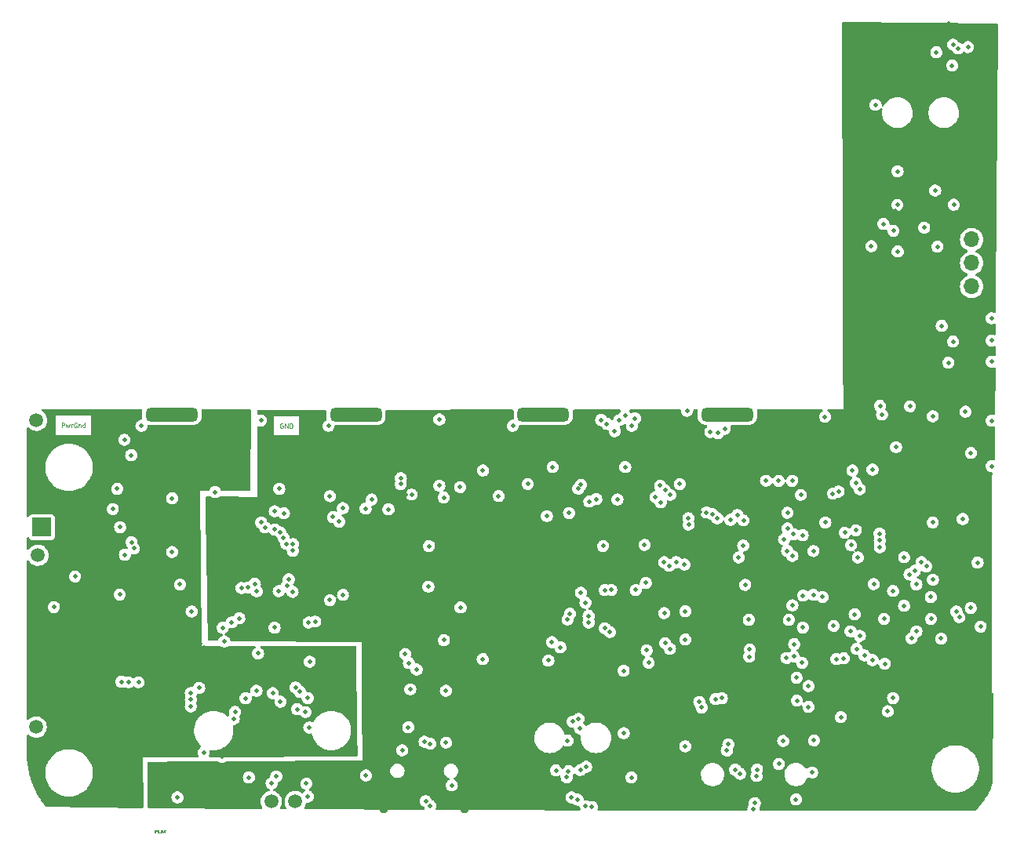
<source format=gbr>
%TF.GenerationSoftware,KiCad,Pcbnew,(6.0.1-0)*%
%TF.CreationDate,2022-04-09T17:35:34-06:00*%
%TF.ProjectId,HAT_CM4_183,4841545f-434d-4345-9f31-38332e6b6963,1.8.3*%
%TF.SameCoordinates,Original*%
%TF.FileFunction,Copper,L2,Inr*%
%TF.FilePolarity,Positive*%
%FSLAX46Y46*%
G04 Gerber Fmt 4.6, Leading zero omitted, Abs format (unit mm)*
G04 Created by KiCad (PCBNEW (6.0.1-0)) date 2022-04-09 17:35:34*
%MOMM*%
%LPD*%
G01*
G04 APERTURE LIST*
G04 Aperture macros list*
%AMRoundRect*
0 Rectangle with rounded corners*
0 $1 Rounding radius*
0 $2 $3 $4 $5 $6 $7 $8 $9 X,Y pos of 4 corners*
0 Add a 4 corners polygon primitive as box body*
4,1,4,$2,$3,$4,$5,$6,$7,$8,$9,$2,$3,0*
0 Add four circle primitives for the rounded corners*
1,1,$1+$1,$2,$3*
1,1,$1+$1,$4,$5*
1,1,$1+$1,$6,$7*
1,1,$1+$1,$8,$9*
0 Add four rect primitives between the rounded corners*
20,1,$1+$1,$2,$3,$4,$5,0*
20,1,$1+$1,$4,$5,$6,$7,0*
20,1,$1+$1,$6,$7,$8,$9,0*
20,1,$1+$1,$8,$9,$2,$3,0*%
G04 Aperture macros list end*
%ADD10C,0.050000*%
%TA.AperFunction,NonConductor*%
%ADD11C,0.050000*%
%TD*%
%TA.AperFunction,ComponentPad*%
%ADD12C,1.500000*%
%TD*%
%TA.AperFunction,ComponentPad*%
%ADD13RoundRect,0.500000X-2.300000X-0.250000X2.300000X-0.250000X2.300000X0.250000X-2.300000X0.250000X0*%
%TD*%
%TA.AperFunction,ComponentPad*%
%ADD14R,2.000000X2.000000*%
%TD*%
%TA.AperFunction,ComponentPad*%
%ADD15C,0.508000*%
%TD*%
%TA.AperFunction,ComponentPad*%
%ADD16R,1.700000X1.700000*%
%TD*%
%TA.AperFunction,ComponentPad*%
%ADD17O,1.700000X1.700000*%
%TD*%
%TA.AperFunction,ComponentPad*%
%ADD18O,1.000000X1.800000*%
%TD*%
%TA.AperFunction,ComponentPad*%
%ADD19O,1.000000X2.100000*%
%TD*%
%TA.AperFunction,ViaPad*%
%ADD20C,0.500000*%
%TD*%
G04 APERTURE END LIST*
D10*
D11*
X127989047Y-157810000D02*
X127941428Y-157786190D01*
X127870000Y-157786190D01*
X127798571Y-157810000D01*
X127750952Y-157857619D01*
X127727142Y-157905238D01*
X127703333Y-158000476D01*
X127703333Y-158071904D01*
X127727142Y-158167142D01*
X127750952Y-158214761D01*
X127798571Y-158262380D01*
X127870000Y-158286190D01*
X127917619Y-158286190D01*
X127989047Y-158262380D01*
X128012857Y-158238571D01*
X128012857Y-158071904D01*
X127917619Y-158071904D01*
X128227142Y-158286190D02*
X128227142Y-157786190D01*
X128512857Y-158286190D01*
X128512857Y-157786190D01*
X128750952Y-158286190D02*
X128750952Y-157786190D01*
X128870000Y-157786190D01*
X128941428Y-157810000D01*
X128989047Y-157857619D01*
X129012857Y-157905238D01*
X129036666Y-158000476D01*
X129036666Y-158071904D01*
X129012857Y-158167142D01*
X128989047Y-158214761D01*
X128941428Y-158262380D01*
X128870000Y-158286190D01*
X128750952Y-158286190D01*
D10*
D11*
X114192857Y-201940476D02*
X114192857Y-201740476D01*
X114288095Y-201940476D02*
X114288095Y-201740476D01*
X114364285Y-201740476D01*
X114383333Y-201750000D01*
X114392857Y-201759523D01*
X114402380Y-201778571D01*
X114402380Y-201807142D01*
X114392857Y-201826190D01*
X114383333Y-201835714D01*
X114364285Y-201845238D01*
X114288095Y-201845238D01*
X114478571Y-201930952D02*
X114507142Y-201940476D01*
X114554761Y-201940476D01*
X114573809Y-201930952D01*
X114583333Y-201921428D01*
X114592857Y-201902380D01*
X114592857Y-201883333D01*
X114583333Y-201864285D01*
X114573809Y-201854761D01*
X114554761Y-201845238D01*
X114516666Y-201835714D01*
X114497619Y-201826190D01*
X114488095Y-201816666D01*
X114478571Y-201797619D01*
X114478571Y-201778571D01*
X114488095Y-201759523D01*
X114497619Y-201750000D01*
X114516666Y-201740476D01*
X114564285Y-201740476D01*
X114592857Y-201750000D01*
X114630952Y-201959523D02*
X114783333Y-201959523D01*
X114869047Y-201740476D02*
X114907142Y-201740476D01*
X114926190Y-201750000D01*
X114945238Y-201769047D01*
X114954761Y-201807142D01*
X114954761Y-201873809D01*
X114945238Y-201911904D01*
X114926190Y-201930952D01*
X114907142Y-201940476D01*
X114869047Y-201940476D01*
X114850000Y-201930952D01*
X114830952Y-201911904D01*
X114821428Y-201873809D01*
X114821428Y-201807142D01*
X114830952Y-201769047D01*
X114850000Y-201750000D01*
X114869047Y-201740476D01*
X115040476Y-201740476D02*
X115040476Y-201902380D01*
X115050000Y-201921428D01*
X115059523Y-201930952D01*
X115078571Y-201940476D01*
X115116666Y-201940476D01*
X115135714Y-201930952D01*
X115145238Y-201921428D01*
X115154761Y-201902380D01*
X115154761Y-201740476D01*
X115221428Y-201740476D02*
X115335714Y-201740476D01*
X115278571Y-201940476D02*
X115278571Y-201740476D01*
D10*
D11*
X104150000Y-158226190D02*
X104150000Y-157726190D01*
X104340476Y-157726190D01*
X104388095Y-157750000D01*
X104411904Y-157773809D01*
X104435714Y-157821428D01*
X104435714Y-157892857D01*
X104411904Y-157940476D01*
X104388095Y-157964285D01*
X104340476Y-157988095D01*
X104150000Y-157988095D01*
X104602380Y-157892857D02*
X104697619Y-158226190D01*
X104792857Y-157988095D01*
X104888095Y-158226190D01*
X104983333Y-157892857D01*
X105173809Y-158226190D02*
X105173809Y-157892857D01*
X105173809Y-157988095D02*
X105197619Y-157940476D01*
X105221428Y-157916666D01*
X105269047Y-157892857D01*
X105316666Y-157892857D01*
X105745238Y-157750000D02*
X105697619Y-157726190D01*
X105626190Y-157726190D01*
X105554761Y-157750000D01*
X105507142Y-157797619D01*
X105483333Y-157845238D01*
X105459523Y-157940476D01*
X105459523Y-158011904D01*
X105483333Y-158107142D01*
X105507142Y-158154761D01*
X105554761Y-158202380D01*
X105626190Y-158226190D01*
X105673809Y-158226190D01*
X105745238Y-158202380D01*
X105769047Y-158178571D01*
X105769047Y-158011904D01*
X105673809Y-158011904D01*
X105983333Y-157892857D02*
X105983333Y-158226190D01*
X105983333Y-157940476D02*
X106007142Y-157916666D01*
X106054761Y-157892857D01*
X106126190Y-157892857D01*
X106173809Y-157916666D01*
X106197619Y-157964285D01*
X106197619Y-158226190D01*
X106650000Y-158226190D02*
X106650000Y-157726190D01*
X106650000Y-158202380D02*
X106602380Y-158226190D01*
X106507142Y-158226190D01*
X106459523Y-158202380D01*
X106435714Y-158178571D01*
X106411904Y-158130952D01*
X106411904Y-157988095D01*
X106435714Y-157940476D01*
X106459523Y-157916666D01*
X106507142Y-157892857D01*
X106602380Y-157892857D01*
X106650000Y-157916666D01*
D12*
%TO.N,+5V*%
%TO.C,TP6*%
X101570000Y-172020000D03*
%TD*%
D13*
%TO.N,/Batteries/BT4-*%
%TO.C,BTM4*%
X175960000Y-156810000D03*
%TD*%
%TO.N,/Batteries/BT1-*%
%TO.C,BTM1*%
X116020000Y-156810000D03*
%TD*%
%TO.N,/Batteries/BT2-*%
%TO.C,BTM2*%
X135890000Y-156810000D03*
%TD*%
D12*
%TO.N,/Power/IPS_SW*%
%TO.C,TP5*%
X101380000Y-190590000D03*
%TD*%
%TO.N,PWR_GND*%
%TO.C,TP2*%
X101540000Y-175190000D03*
%TD*%
%TO.N,/Battery/BATT+*%
%TO.C,TP3*%
X101410000Y-157440000D03*
%TD*%
D14*
%TO.N,/Battery/BATT+*%
%TO.C,BTP1*%
X101980000Y-168990000D03*
%TD*%
D15*
%TO.N,PWR_GND*%
%TO.C,U3*%
X125385000Y-192945000D03*
X126535000Y-191820000D03*
X127610000Y-192945000D03*
X125410000Y-190720000D03*
X125435000Y-191820000D03*
X127635000Y-190720000D03*
X127685000Y-191820000D03*
X126510000Y-190720000D03*
X126510000Y-192970000D03*
%TD*%
D13*
%TO.N,/Batteries/BT3-*%
%TO.C,BTM3*%
X156100000Y-156810000D03*
%TD*%
D12*
%TO.N,/Charger/IPS_OUT*%
%TO.C,TP4*%
X129340000Y-198630000D03*
%TD*%
D16*
%TO.N,GND*%
%TO.C,P1*%
X202320000Y-135380000D03*
D17*
%TO.N,+3.3v*%
X202320000Y-137920000D03*
%TO.N,/Battery/I2C_SCL*%
X202320000Y-140460000D03*
%TO.N,/Battery/I2C_SDA*%
X202320000Y-143000000D03*
%TD*%
D12*
%TO.N,/AC_IN*%
%TO.C,TP1*%
X126760000Y-198620000D03*
%TD*%
D18*
%TO.N,GND*%
%TO.C,J5*%
X138925098Y-198997500D03*
D19*
X147565098Y-194817500D03*
X138925098Y-194817500D03*
D18*
X147565098Y-198997500D03*
%TD*%
D20*
%TO.N,/USB Hub/HD2_N*%
X131485753Y-179184940D03*
%TO.N,/Battery/BATT+*%
X143770000Y-171036960D03*
X109650000Y-167040000D03*
X190251600Y-164890000D03*
X130900000Y-183520000D03*
X178280000Y-178990000D03*
X177890000Y-175220000D03*
X162560000Y-171031600D03*
X129850000Y-186780000D03*
X112430000Y-185740000D03*
X129390000Y-186298400D03*
X164099363Y-166009980D03*
X184086811Y-169850000D03*
X141900000Y-165470000D03*
X110440000Y-168990000D03*
X110905000Y-159545000D03*
X189830000Y-169330000D03*
X111350000Y-185740000D03*
X177680000Y-170970000D03*
X178380000Y-182190000D03*
X110590000Y-185690000D03*
%TO.N,/Batteries/BT1-*%
X178320000Y-182980000D03*
X177190000Y-172249850D03*
X116050000Y-171668490D03*
X116050000Y-165870000D03*
%TO.N,/Batteries/BT2-*%
X140710000Y-164340000D03*
X140730000Y-163700000D03*
%TO.N,/Batteries/BT3-*%
X160160000Y-164410000D03*
X157121753Y-162503989D03*
X159870000Y-164830000D03*
%TO.N,PWR_GND*%
X119990494Y-160570494D03*
X111055000Y-193005000D03*
X101856500Y-183480000D03*
X135300000Y-182190000D03*
X101856500Y-184720000D03*
X119520000Y-181980000D03*
X183173189Y-181630000D03*
X116870000Y-168490000D03*
X109740000Y-191690000D03*
X195830000Y-180990000D03*
X182980000Y-177440000D03*
X111760000Y-182320000D03*
X156490000Y-167789850D03*
X111890000Y-183400000D03*
X180130000Y-163980000D03*
X111740000Y-181420000D03*
X195668920Y-155940000D03*
X111740000Y-180350000D03*
X101856500Y-185990000D03*
X122379506Y-160570494D03*
X121430000Y-193790000D03*
X101770000Y-182140000D03*
X169250000Y-181510000D03*
X120719506Y-160570494D03*
X110780000Y-189490000D03*
X110160000Y-183470000D03*
X110375000Y-192325000D03*
X109925000Y-187535000D03*
X182448400Y-169130000D03*
X110430000Y-188040000D03*
X169143250Y-172766649D03*
X133020000Y-185910000D03*
X121519506Y-160570494D03*
X119110000Y-181550000D03*
X120820000Y-163670000D03*
X182980000Y-172090000D03*
X169160000Y-178261600D03*
X103950000Y-190460000D03*
X120820000Y-164340000D03*
X182448400Y-167430000D03*
X156650000Y-183390000D03*
X135300000Y-182970000D03*
X121650000Y-187710000D03*
%TO.N,/Charger/IPS_OUT*%
X186505500Y-157070000D03*
X127290000Y-195900000D03*
X124330000Y-196010000D03*
X119460000Y-193330000D03*
X125153500Y-186660000D03*
X118060000Y-188350000D03*
X130435417Y-188955417D03*
X118070000Y-186900000D03*
X127750078Y-187845076D03*
X184715944Y-186155944D03*
X130530000Y-196670000D03*
X118070000Y-187620000D03*
%TO.N,GND*%
X201110000Y-135700000D03*
X136065000Y-164205000D03*
X158196666Y-194871313D03*
X193690000Y-143170000D03*
X200744280Y-144780000D03*
X172970000Y-167342189D03*
X138190000Y-184558920D03*
X130370000Y-174900000D03*
X118075000Y-196905000D03*
X146162577Y-171942577D03*
X165630000Y-195060000D03*
X200380000Y-130540000D03*
X202070000Y-169410000D03*
X182510000Y-191520000D03*
X204030000Y-129230000D03*
X152550000Y-176510000D03*
X166710000Y-158630000D03*
X192590000Y-132500000D03*
X141320000Y-177910000D03*
X146230000Y-177680000D03*
X177980000Y-187750000D03*
X179470000Y-187600000D03*
X187070000Y-193450000D03*
X192240000Y-150860000D03*
X141450000Y-175980000D03*
X141230000Y-165450000D03*
X141231600Y-181790000D03*
X162996170Y-164070000D03*
X138080000Y-192150000D03*
X119460000Y-198290000D03*
X128040000Y-196390000D03*
X172300000Y-195490000D03*
X167111418Y-162598582D03*
X198940000Y-143150000D03*
X175910000Y-195150000D03*
X135840000Y-195950000D03*
X157930000Y-197900000D03*
X160230000Y-192730000D03*
X174980000Y-191760000D03*
X202170000Y-184370000D03*
X170960000Y-195350000D03*
X161020000Y-183400000D03*
X121850000Y-170040000D03*
X172350000Y-158540000D03*
X156660000Y-165620000D03*
X194070000Y-134860000D03*
X133870000Y-198810000D03*
X137739505Y-177598815D03*
X177110000Y-159167111D03*
X162710000Y-172791600D03*
X128734663Y-165490118D03*
X188090000Y-192110000D03*
X141900000Y-162660000D03*
X135320000Y-176280000D03*
X188790000Y-128850000D03*
X137730000Y-174630150D03*
X154370000Y-187680000D03*
X118800000Y-197630000D03*
X192620000Y-151240000D03*
X164340000Y-187680000D03*
X199810000Y-114570000D03*
%TO.N,Net-(C7-Pad2)*%
X126915127Y-186912584D03*
X130676566Y-187434378D03*
%TO.N,/Power/IPS_SW*%
X110950000Y-171970000D03*
X121690000Y-181330000D03*
%TO.N,+5V*%
X185310000Y-192010000D03*
X198130000Y-157018400D03*
X186540000Y-168480000D03*
X116900000Y-175180000D03*
X198390000Y-132640000D03*
X198120000Y-168478400D03*
X110400000Y-176270000D03*
X141750011Y-186500000D03*
%TO.N,+3.3v*%
X136930000Y-166980000D03*
X160993209Y-179280000D03*
X139394831Y-167054831D03*
X128118400Y-167493040D03*
X160993209Y-178580000D03*
X197198400Y-136640000D03*
X204470000Y-151120000D03*
X204470000Y-162410000D03*
X204470000Y-157500000D03*
X204470000Y-148840000D03*
X192810000Y-136250000D03*
X158870000Y-167460000D03*
X134480000Y-166940000D03*
X204470000Y-146440000D03*
%TO.N,/CM4_GPIO/GPIO_IRQ*%
X141610000Y-183660000D03*
X149570000Y-183240000D03*
X149590000Y-162870000D03*
%TO.N,/CM4_GPIO/SD_PWR*%
X200400000Y-134170000D03*
X194300000Y-134180000D03*
%TO.N,/CM4_HighSpeed/HDMI_5v*%
X183466548Y-187720000D03*
%TO.N,/USB Hub/VBUS*%
X142440000Y-184370000D03*
X199090000Y-147260000D03*
X199030000Y-181020000D03*
X164770000Y-184500000D03*
X194330000Y-130570000D03*
%TO.N,/AC_IN*%
X145590000Y-186651600D03*
X145610000Y-192260000D03*
X146235098Y-196874902D03*
X130850000Y-190630000D03*
X192420000Y-171160000D03*
X140880000Y-193090000D03*
X191630000Y-183350000D03*
%TO.N,/Battery/5V_OVR*%
X193840000Y-187440000D03*
X118160000Y-178090000D03*
X185253189Y-176304288D03*
X118970000Y-186350000D03*
X185253189Y-171570000D03*
X193840000Y-175880000D03*
%TO.N,/CM4_GPIO/GPIO_PB1*%
X160161600Y-176060000D03*
X198140000Y-174660000D03*
%TO.N,/Battery/PB_IN*%
X123980000Y-187460000D03*
X202960000Y-172820000D03*
X125319502Y-182620500D03*
X184720000Y-188400000D03*
X183440000Y-185250000D03*
X203290000Y-179740000D03*
%TO.N,/CM4_GPIO/SD_DAT1*%
X201920000Y-117150000D03*
X163806787Y-158619189D03*
%TO.N,/CM4_GPIO/SD_DAT0*%
X164300000Y-157430000D03*
X200850000Y-117290000D03*
%TO.N,/CM4_GPIO/SD_CLK*%
X165662982Y-158040000D03*
X200309793Y-116881448D03*
%TO.N,/CM4_GPIO/SD_CMD*%
X200220000Y-119141800D03*
X164951532Y-162503989D03*
%TO.N,/CM4_GPIO/SD_DAT3*%
X198510000Y-117711100D03*
X164930000Y-156936200D03*
%TO.N,/CM4_GPIO/SD_DAT2*%
X162960000Y-157830000D03*
X191950459Y-123388989D03*
%TO.N,/CM4_HighSpeed/HDMI0_HOTPLUG*%
X164780000Y-191240000D03*
X185100000Y-195480000D03*
%TO.N,/CM4_HighSpeed/HDMI0_SDA*%
X181990000Y-192070000D03*
X158725000Y-192045000D03*
X160055000Y-190715000D03*
%TO.N,/CM4_HighSpeed/HDMI0_SCL*%
X181530000Y-194570000D03*
X157470000Y-195260000D03*
%TO.N,/CM4_HighSpeed/HDMI0_CEC*%
X183370000Y-198390000D03*
X165611400Y-196010000D03*
%TO.N,/CM4_HighSpeed/HDMI0_CK_N*%
X159151700Y-198175558D03*
X179107394Y-195863161D03*
%TO.N,/CM4_HighSpeed/HDMI0_CK_P*%
X159796793Y-198410000D03*
X179160000Y-195167789D03*
%TO.N,/CM4_HighSpeed/HDMI0_D0_N*%
X178929230Y-198779125D03*
X160678013Y-199128900D03*
%TO.N,/CM4_HighSpeed/HDMI0_D0_P*%
X178780000Y-199439988D03*
X161353443Y-199201448D03*
%TO.N,/CM4_HighSpeed/HDMI0_D1_N*%
X158630000Y-195993800D03*
X177334645Y-195614877D03*
%TO.N,/CM4_HighSpeed/HDMI0_D1_P*%
X176805745Y-195172045D03*
X158810782Y-195341070D03*
%TO.N,/CM4_HighSpeed/HDMI0_D2_N*%
X160100000Y-195220000D03*
X175370000Y-187456200D03*
%TO.N,/CM4_HighSpeed/HDMI0_D2_P*%
X174698541Y-187544982D03*
X160726078Y-194865460D03*
%TO.N,/USB Hub/HD4_N*%
X159900000Y-189690000D03*
X128640000Y-174622557D03*
X158990000Y-178330000D03*
%TO.N,/USB Hub/HD4_P*%
X158719457Y-178962711D03*
X128460903Y-175319096D03*
X159282402Y-189985207D03*
%TO.N,/USB Hub/HD3_N*%
X124980000Y-175110000D03*
X196912472Y-172775352D03*
%TO.N,/USB Hub/HD3_P*%
X197440000Y-173230000D03*
X125172795Y-175917205D03*
%TO.N,/CM4_GPIO/GPIO6*%
X170830000Y-164330767D03*
X189820000Y-164220000D03*
%TO.N,/CM4_GPIO/TRD1_P*%
X177050000Y-167670000D03*
X127135090Y-169246791D03*
X127556611Y-175900000D03*
%TO.N,/CM4_GPIO/TRD1_N*%
X129043046Y-175970441D03*
X127734897Y-169561386D03*
X176291295Y-168201295D03*
%TO.N,/CM4_GPIO/TRD0_N*%
X174352644Y-167581093D03*
X124210000Y-175500000D03*
X126077389Y-169004474D03*
%TO.N,/CM4_GPIO/TRD0_P*%
X173700000Y-167400000D03*
X125655009Y-168475009D03*
X123534943Y-175555107D03*
%TO.N,/CM4_GPIO/PI_nLED_Activity*%
X175680000Y-158391500D03*
X202250000Y-160980000D03*
X177710000Y-168260000D03*
X201361820Y-168100000D03*
%TO.N,/Battery/BT1_PRES*%
X111680000Y-170620000D03*
X182330000Y-183120000D03*
X111640000Y-161220000D03*
X182420000Y-171550000D03*
X191760000Y-175130000D03*
X192410000Y-170420000D03*
%TO.N,/Battery/{slash}BT2_ENA*%
X184110000Y-179825720D03*
X184130000Y-176380000D03*
%TO.N,/Battery/BT2_PRES*%
X147180000Y-177660000D03*
X192870000Y-178898400D03*
X147120000Y-164660000D03*
X182600000Y-178990000D03*
%TO.N,/CM4_GPIO/GPIO_PB2*%
X160660000Y-177140000D03*
X202220000Y-177720000D03*
%TO.N,/CM4_GPIO/SD_PWR_ON*%
X191498900Y-138660000D03*
X162350000Y-157410000D03*
X198630000Y-138700000D03*
%TO.N,/Battery/{slash}BT3_ENA*%
X196360000Y-175170000D03*
X196360000Y-180238400D03*
%TO.N,/Battery/BT3_PRES*%
X171330000Y-173030000D03*
X168210000Y-165740000D03*
%TO.N,/USB Hub/nEXTRST*%
X137580000Y-166010000D03*
X154421589Y-164330000D03*
%TO.N,/CM4_HighSpeed/USB2_N*%
X171760000Y-168020000D03*
X133412423Y-167897577D03*
X176060000Y-192440000D03*
%TO.N,/CM4_HighSpeed/USB2_P*%
X175899341Y-193107169D03*
X134081600Y-168390000D03*
X171780000Y-168701109D03*
%TO.N,Net-(Q2-Pad3)*%
X167460000Y-183630000D03*
X120690000Y-165200000D03*
X121513771Y-179856229D03*
%TO.N,Net-(Q3-Pad3)*%
X169770000Y-182130000D03*
X110130000Y-164850000D03*
X111923376Y-171286624D03*
X169680000Y-173149850D03*
%TO.N,Net-(Q6-Pad3)*%
X127110000Y-179835720D03*
X125650000Y-157470000D03*
X167257577Y-182287577D03*
X127620000Y-164850000D03*
%TO.N,Net-(Q7-Pad3)*%
X145380000Y-181190000D03*
X171426630Y-178070000D03*
X145369989Y-165800000D03*
%TO.N,Net-(Q10-Pad3)*%
X144882684Y-164496666D03*
X167170000Y-175010000D03*
X143699056Y-175409056D03*
X144890000Y-157360000D03*
X151280000Y-165630000D03*
%TO.N,Net-(Q11-Pad3)*%
X170450000Y-172760000D03*
X168770000Y-166300000D03*
%TO.N,Net-(Q14-Pad3)*%
X181508219Y-163993447D03*
X165990000Y-157240000D03*
X167030000Y-170900000D03*
X182080000Y-170300000D03*
%TO.N,Net-(Q15-Pad3)*%
X191630000Y-162770000D03*
X183090000Y-169760000D03*
X182970000Y-163993447D03*
X192380000Y-169680000D03*
%TO.N,/Battery/{slash}BT4_ENA*%
X189930000Y-182146500D03*
X188630000Y-169584280D03*
%TO.N,/Battery/BT4_PRES*%
X195020000Y-177470000D03*
X189460000Y-162861600D03*
X189310000Y-170930000D03*
X195040000Y-172240000D03*
%TO.N,/Battery/MOSI*%
X188507577Y-183157577D03*
X168712993Y-164507007D03*
X187970000Y-165140000D03*
%TO.N,/Battery/MISO*%
X187728060Y-183234434D03*
X187350000Y-165370000D03*
X169240000Y-165005407D03*
%TO.N,/Battery/SCL*%
X169790000Y-165488400D03*
X184030000Y-183630000D03*
X183894280Y-165503807D03*
%TO.N,/Battery/I2C_SDA*%
X200320000Y-148950000D03*
X189260000Y-180235869D03*
X157940000Y-181958400D03*
X122840000Y-188930000D03*
X122470000Y-179270000D03*
X200990000Y-178710000D03*
X161070000Y-166228400D03*
%TO.N,/Battery/I2C_SCL*%
X157040000Y-181400000D03*
X161820000Y-165960000D03*
X122700498Y-189700000D03*
X199820000Y-151240000D03*
X189700000Y-178400000D03*
X200681600Y-178110000D03*
X123300000Y-178830000D03*
%TO.N,/Battery/{slash}RESET*%
X166080000Y-175768389D03*
%TO.N,/USB Hub/nOCS1*%
X193880000Y-136990000D03*
X134500000Y-176300000D03*
X196189989Y-173710000D03*
%TO.N,/USB Hub/PWR1*%
X133080000Y-176870000D03*
X194343500Y-139220000D03*
X194160000Y-160340000D03*
X195620000Y-174090000D03*
%TO.N,/USB Hub/HD2_N*%
X129099189Y-170810796D03*
X162750000Y-179900000D03*
X162750000Y-175780000D03*
%TO.N,/USB Hub/HD2_P*%
X163430000Y-175768400D03*
X129085941Y-171528847D03*
X163300000Y-180320000D03*
X130780000Y-179280000D03*
%TO.N,Net-(R1-Pad1)*%
X197920000Y-176530000D03*
X186250000Y-176530000D03*
X197940000Y-178904280D03*
%TO.N,/CM4_GPIO/ETH_LEDY*%
X143920000Y-192380000D03*
X173191050Y-188465637D03*
X174957423Y-158832577D03*
X143910000Y-199080000D03*
%TO.N,/CM4_GPIO/ETH_LEDG*%
X143290000Y-192170000D03*
X174128400Y-158708400D03*
X143421600Y-198575686D03*
X172930000Y-187860000D03*
X116620000Y-198180000D03*
%TO.N,/Battery/PWR_IRQ*%
X183130000Y-182950000D03*
X192960000Y-183750000D03*
X141200000Y-182680000D03*
%TO.N,/Battery/AXP_EXTEN*%
X190050000Y-172249850D03*
X171426630Y-181120000D03*
X171419498Y-192650000D03*
X190260000Y-180720000D03*
X126790000Y-196670000D03*
%TO.N,/Battery/HEARTBEAT*%
X188220000Y-189510000D03*
X187430000Y-179650000D03*
%TO.N,Net-(R40-Pad2)*%
X201650000Y-156520000D03*
X192651467Y-156829702D03*
%TO.N,/USB Hub/HD1_N*%
X128086932Y-170140014D03*
%TO.N,/USB Hub/HD1_P*%
X128360000Y-170780000D03*
%TO.N,Net-(LED1-Pad1)*%
X152820000Y-158050000D03*
X174870366Y-168017788D03*
X112740000Y-158050000D03*
X132930000Y-158050000D03*
X171620000Y-156420000D03*
%TO.N,Net-(LED11-Pad2)*%
X130700000Y-198068389D03*
X136970000Y-195810000D03*
%TO.N,Net-(C18-Pad1)*%
X103300000Y-177630000D03*
X105580000Y-174320000D03*
%TO.N,Net-(LED5-Pad1)*%
X192436500Y-155890000D03*
X190750000Y-182830000D03*
X129557423Y-188647423D03*
%TO.N,Net-(R54-Pad2)*%
X127121600Y-167280000D03*
X133080000Y-165640000D03*
%TO.N,Net-(R47-Pad1)*%
X141530000Y-190600000D03*
X193270000Y-188870000D03*
%TD*%
%TA.AperFunction,Conductor*%
%TO.N,GND*%
G36*
X205014318Y-114598879D02*
G01*
X205082256Y-114619487D01*
X205128268Y-114673555D01*
X205139189Y-114725685D01*
X204948612Y-144254798D01*
X204939002Y-145743762D01*
X204918561Y-145811752D01*
X204864607Y-145857898D01*
X204794269Y-145867548D01*
X204754046Y-145854303D01*
X204711544Y-145831799D01*
X204711541Y-145831798D01*
X204704831Y-145828245D01*
X204639169Y-145811752D01*
X204559498Y-145791740D01*
X204559496Y-145791740D01*
X204552128Y-145789889D01*
X204544530Y-145789849D01*
X204544528Y-145789849D01*
X204477319Y-145789497D01*
X204394684Y-145789065D01*
X204387305Y-145790837D01*
X204387301Y-145790837D01*
X204248967Y-145824048D01*
X204248963Y-145824049D01*
X204241588Y-145825820D01*
X204101679Y-145898032D01*
X204095957Y-145903024D01*
X204095955Y-145903025D01*
X203988759Y-145996538D01*
X203988756Y-145996541D01*
X203983034Y-146001533D01*
X203892501Y-146130348D01*
X203835309Y-146277039D01*
X203814758Y-146433138D01*
X203832035Y-146589633D01*
X203886143Y-146737490D01*
X203973958Y-146868172D01*
X204090410Y-146974135D01*
X204097085Y-146977759D01*
X204222099Y-147045637D01*
X204222101Y-147045638D01*
X204228776Y-147049262D01*
X204236125Y-147051190D01*
X204373719Y-147087287D01*
X204373721Y-147087287D01*
X204381069Y-147089215D01*
X204464380Y-147090524D01*
X204530898Y-147091569D01*
X204530901Y-147091569D01*
X204538495Y-147091688D01*
X204691968Y-147056538D01*
X204731211Y-147036801D01*
X204747366Y-147028676D01*
X204817211Y-147015938D01*
X204882855Y-147042982D01*
X204923456Y-147101223D01*
X204929977Y-147142054D01*
X204923565Y-148135589D01*
X204903124Y-148203579D01*
X204849170Y-148249725D01*
X204778832Y-148259375D01*
X204738612Y-148246131D01*
X204704831Y-148228245D01*
X204606631Y-148203579D01*
X204559498Y-148191740D01*
X204559496Y-148191740D01*
X204552128Y-148189889D01*
X204544530Y-148189849D01*
X204544528Y-148189849D01*
X204477319Y-148189497D01*
X204394684Y-148189065D01*
X204387305Y-148190837D01*
X204387301Y-148190837D01*
X204248967Y-148224048D01*
X204248963Y-148224049D01*
X204241588Y-148225820D01*
X204101679Y-148298032D01*
X204095957Y-148303024D01*
X204095955Y-148303025D01*
X203988759Y-148396538D01*
X203988756Y-148396541D01*
X203983034Y-148401533D01*
X203972183Y-148416972D01*
X203897724Y-148522917D01*
X203892501Y-148530348D01*
X203835309Y-148677039D01*
X203834318Y-148684568D01*
X203821759Y-148779963D01*
X203814758Y-148833138D01*
X203832035Y-148989633D01*
X203886143Y-149137490D01*
X203973958Y-149268172D01*
X204090410Y-149374135D01*
X204107257Y-149383282D01*
X204222099Y-149445637D01*
X204222101Y-149445638D01*
X204228776Y-149449262D01*
X204236125Y-149451190D01*
X204373719Y-149487287D01*
X204373721Y-149487287D01*
X204381069Y-149489215D01*
X204464380Y-149490524D01*
X204530898Y-149491569D01*
X204530901Y-149491569D01*
X204538495Y-149491688D01*
X204691968Y-149456538D01*
X204731827Y-149436491D01*
X204801671Y-149423753D01*
X204867315Y-149450797D01*
X204907917Y-149509038D01*
X204914438Y-149549866D01*
X204914114Y-149599992D01*
X204908900Y-150407824D01*
X204888459Y-150475815D01*
X204834504Y-150521960D01*
X204764167Y-150531610D01*
X204723946Y-150518366D01*
X204704831Y-150508245D01*
X204575721Y-150475815D01*
X204559498Y-150471740D01*
X204559496Y-150471740D01*
X204552128Y-150469889D01*
X204544530Y-150469849D01*
X204544528Y-150469849D01*
X204477319Y-150469497D01*
X204394684Y-150469065D01*
X204387305Y-150470837D01*
X204387301Y-150470837D01*
X204248967Y-150504048D01*
X204248963Y-150504049D01*
X204241588Y-150505820D01*
X204101679Y-150578032D01*
X204095957Y-150583024D01*
X204095955Y-150583025D01*
X203988759Y-150676538D01*
X203988756Y-150676541D01*
X203983034Y-150681533D01*
X203967929Y-150703025D01*
X203898648Y-150801602D01*
X203892501Y-150810348D01*
X203835309Y-150957039D01*
X203834318Y-150964568D01*
X203817642Y-151091234D01*
X203814758Y-151113138D01*
X203832035Y-151269633D01*
X203886143Y-151417490D01*
X203973958Y-151548172D01*
X204090410Y-151654135D01*
X204097085Y-151657759D01*
X204222099Y-151725637D01*
X204222101Y-151725638D01*
X204228776Y-151729262D01*
X204236125Y-151731190D01*
X204373719Y-151767287D01*
X204373721Y-151767287D01*
X204381069Y-151769215D01*
X204464380Y-151770524D01*
X204530898Y-151771569D01*
X204530901Y-151771569D01*
X204538495Y-151771688D01*
X204691968Y-151736538D01*
X204717063Y-151723917D01*
X204786905Y-151711177D01*
X204852549Y-151738220D01*
X204893152Y-151796461D01*
X204899674Y-151837294D01*
X204899324Y-151891569D01*
X204867844Y-156769284D01*
X204847404Y-156837271D01*
X204793450Y-156883417D01*
X204723112Y-156893067D01*
X204704832Y-156888246D01*
X204704831Y-156888245D01*
X204624359Y-156868032D01*
X204559498Y-156851740D01*
X204559496Y-156851740D01*
X204552128Y-156849889D01*
X204544530Y-156849849D01*
X204544528Y-156849849D01*
X204477319Y-156849497D01*
X204394684Y-156849065D01*
X204387305Y-156850837D01*
X204387301Y-156850837D01*
X204248967Y-156884048D01*
X204248963Y-156884049D01*
X204241588Y-156885820D01*
X204182073Y-156916538D01*
X204120783Y-156948172D01*
X204101679Y-156958032D01*
X204095957Y-156963024D01*
X204095955Y-156963025D01*
X203988759Y-157056538D01*
X203988756Y-157056541D01*
X203983034Y-157061533D01*
X203976600Y-157070688D01*
X203898552Y-157181739D01*
X203892501Y-157190348D01*
X203835309Y-157337039D01*
X203830906Y-157370486D01*
X203815998Y-157483723D01*
X203814758Y-157493138D01*
X203832035Y-157649633D01*
X203886143Y-157797490D01*
X203890380Y-157803796D01*
X203890382Y-157803799D01*
X203902868Y-157822380D01*
X203973958Y-157928172D01*
X204001044Y-157952818D01*
X204076184Y-158021190D01*
X204090410Y-158034135D01*
X204141799Y-158062037D01*
X204222099Y-158105637D01*
X204222101Y-158105638D01*
X204228776Y-158109262D01*
X204236125Y-158111190D01*
X204373719Y-158147287D01*
X204373721Y-158147287D01*
X204381069Y-158149215D01*
X204464380Y-158150524D01*
X204530898Y-158151569D01*
X204530901Y-158151569D01*
X204538495Y-158151688D01*
X204691968Y-158116538D01*
X204692623Y-158116209D01*
X204760570Y-158112128D01*
X204822490Y-158146862D01*
X204855801Y-158209559D01*
X204858380Y-158235747D01*
X204853109Y-159052471D01*
X204836212Y-161670496D01*
X204815771Y-161738486D01*
X204761816Y-161784632D01*
X204691479Y-161794282D01*
X204679520Y-161791887D01*
X204559498Y-161761740D01*
X204559496Y-161761740D01*
X204552128Y-161759889D01*
X204544530Y-161759849D01*
X204544528Y-161759849D01*
X204477319Y-161759497D01*
X204394684Y-161759065D01*
X204387305Y-161760837D01*
X204387301Y-161760837D01*
X204248967Y-161794048D01*
X204248963Y-161794049D01*
X204241588Y-161795820D01*
X204234843Y-161799301D01*
X204234844Y-161799301D01*
X204129180Y-161853838D01*
X204101679Y-161868032D01*
X204095957Y-161873024D01*
X204095955Y-161873025D01*
X203988759Y-161966538D01*
X203988756Y-161966541D01*
X203983034Y-161971533D01*
X203978667Y-161977747D01*
X203916929Y-162065591D01*
X203892501Y-162100348D01*
X203835309Y-162247039D01*
X203834318Y-162254568D01*
X203823867Y-162333952D01*
X203814758Y-162403138D01*
X203832035Y-162559633D01*
X203886143Y-162707490D01*
X203890380Y-162713796D01*
X203890382Y-162713799D01*
X203898368Y-162725683D01*
X203973958Y-162838172D01*
X204019275Y-162879407D01*
X204082867Y-162937271D01*
X204090410Y-162944135D01*
X204111885Y-162955795D01*
X204222099Y-163015637D01*
X204222101Y-163015638D01*
X204228776Y-163019262D01*
X204236125Y-163021190D01*
X204373719Y-163057287D01*
X204373721Y-163057287D01*
X204381069Y-163059215D01*
X204472501Y-163060651D01*
X204540298Y-163081720D01*
X204585942Y-163136099D01*
X204594942Y-163206523D01*
X204572456Y-163260698D01*
X204569373Y-163264941D01*
X204562359Y-163271955D01*
X204557857Y-163280791D01*
X204557856Y-163280792D01*
X204511486Y-163371799D01*
X204504835Y-163384852D01*
X204485014Y-163510000D01*
X204486565Y-163519792D01*
X204488449Y-163531687D01*
X204490000Y-163551398D01*
X204490000Y-186588602D01*
X204488449Y-186608311D01*
X204485014Y-186630000D01*
X204486565Y-186639792D01*
X204486565Y-186639797D01*
X204491285Y-186669595D01*
X204491286Y-186669598D01*
X204504835Y-186755148D01*
X204509336Y-186763981D01*
X204509336Y-186763982D01*
X204529335Y-186803231D01*
X204562359Y-186868045D01*
X204635635Y-186941321D01*
X204669661Y-187003633D01*
X204672537Y-187031229D01*
X204610587Y-196630108D01*
X204603082Y-196672138D01*
X204535490Y-196859078D01*
X204532530Y-196866518D01*
X204427700Y-197107377D01*
X204377339Y-197223089D01*
X204308126Y-197382113D01*
X204304701Y-197389345D01*
X204259144Y-197478133D01*
X204048002Y-197889633D01*
X204044122Y-197896637D01*
X203756163Y-198379611D01*
X203751848Y-198386352D01*
X203433778Y-198850078D01*
X203429057Y-198856512D01*
X203082171Y-199299101D01*
X203077058Y-199305214D01*
X202851156Y-199558491D01*
X202848613Y-199561342D01*
X202788343Y-199598866D01*
X202754591Y-199603473D01*
X179558813Y-199604985D01*
X179490693Y-199584987D01*
X179444197Y-199531335D01*
X179434063Y-199461238D01*
X179434553Y-199457796D01*
X179434553Y-199457791D01*
X179435134Y-199453711D01*
X179435204Y-199447012D01*
X179435235Y-199444122D01*
X179435235Y-199444116D01*
X179435278Y-199439988D01*
X179434391Y-199432661D01*
X179417277Y-199291232D01*
X179417276Y-199291229D01*
X179416363Y-199283682D01*
X179417447Y-199283551D01*
X179420305Y-199219709D01*
X179437170Y-199187052D01*
X179450456Y-199168562D01*
X179503454Y-199094808D01*
X179562180Y-198948723D01*
X179577914Y-198838172D01*
X179583783Y-198796932D01*
X179583783Y-198796929D01*
X179584364Y-198792848D01*
X179584508Y-198779125D01*
X179583175Y-198768105D01*
X179577082Y-198717759D01*
X179565593Y-198622819D01*
X179557676Y-198601866D01*
X179512624Y-198482639D01*
X179512623Y-198482636D01*
X179509940Y-198475537D01*
X179446435Y-198383138D01*
X182714758Y-198383138D01*
X182732035Y-198539633D01*
X182786143Y-198687490D01*
X182790380Y-198693796D01*
X182790382Y-198693799D01*
X182830709Y-198753811D01*
X182873958Y-198818172D01*
X182990410Y-198924135D01*
X183018171Y-198939208D01*
X183122099Y-198995637D01*
X183122101Y-198995638D01*
X183128776Y-198999262D01*
X183136125Y-199001190D01*
X183273719Y-199037287D01*
X183273721Y-199037287D01*
X183281069Y-199039215D01*
X183364380Y-199040524D01*
X183430898Y-199041569D01*
X183430901Y-199041569D01*
X183438495Y-199041688D01*
X183591968Y-199006538D01*
X183732625Y-198935795D01*
X183833000Y-198850067D01*
X183846574Y-198838474D01*
X183846576Y-198838471D01*
X183852348Y-198833542D01*
X183944224Y-198705683D01*
X183951887Y-198686622D01*
X183977184Y-198623693D01*
X184002950Y-198559598D01*
X184014769Y-198476555D01*
X184024553Y-198407807D01*
X184024553Y-198407804D01*
X184025134Y-198403723D01*
X184025278Y-198390000D01*
X184024041Y-198379773D01*
X184018836Y-198336765D01*
X184006363Y-198233694D01*
X183993914Y-198200749D01*
X183953394Y-198093514D01*
X183953393Y-198093511D01*
X183950710Y-198086412D01*
X183861531Y-197956657D01*
X183786305Y-197889633D01*
X183749648Y-197856972D01*
X183749645Y-197856970D01*
X183743976Y-197851919D01*
X183734435Y-197846867D01*
X183611543Y-197781799D01*
X183611544Y-197781799D01*
X183604831Y-197778245D01*
X183588122Y-197774048D01*
X183459498Y-197741740D01*
X183459496Y-197741740D01*
X183452128Y-197739889D01*
X183444530Y-197739849D01*
X183444528Y-197739849D01*
X183377319Y-197739497D01*
X183294684Y-197739065D01*
X183287305Y-197740837D01*
X183287301Y-197740837D01*
X183148967Y-197774048D01*
X183148963Y-197774049D01*
X183141588Y-197775820D01*
X183098140Y-197798245D01*
X183027597Y-197834655D01*
X183001679Y-197848032D01*
X182995957Y-197853024D01*
X182995955Y-197853025D01*
X182888759Y-197946538D01*
X182888756Y-197946541D01*
X182883034Y-197951533D01*
X182860977Y-197982917D01*
X182798001Y-198072523D01*
X182792501Y-198080348D01*
X182735309Y-198227039D01*
X182734318Y-198234568D01*
X182719174Y-198349598D01*
X182714758Y-198383138D01*
X179446435Y-198383138D01*
X179420761Y-198345782D01*
X179374201Y-198304299D01*
X179308878Y-198246097D01*
X179308875Y-198246095D01*
X179303206Y-198241044D01*
X179289325Y-198233694D01*
X179236890Y-198205931D01*
X179164061Y-198167370D01*
X179089346Y-198148603D01*
X179018728Y-198130865D01*
X179018726Y-198130865D01*
X179011358Y-198129014D01*
X179003760Y-198128974D01*
X179003758Y-198128974D01*
X178936549Y-198128622D01*
X178853914Y-198128190D01*
X178846535Y-198129962D01*
X178846531Y-198129962D01*
X178708197Y-198163173D01*
X178708193Y-198163174D01*
X178700818Y-198164945D01*
X178560909Y-198237157D01*
X178555187Y-198242149D01*
X178555185Y-198242150D01*
X178447989Y-198335663D01*
X178447986Y-198335666D01*
X178442264Y-198340658D01*
X178407102Y-198390688D01*
X178365938Y-198449259D01*
X178351731Y-198469473D01*
X178294539Y-198616164D01*
X178289700Y-198652917D01*
X178275201Y-198763050D01*
X178273988Y-198772263D01*
X178291265Y-198928758D01*
X178292191Y-198931287D01*
X178288388Y-199000087D01*
X178272722Y-199030422D01*
X178220511Y-199104711D01*
X178202501Y-199130336D01*
X178145309Y-199277027D01*
X178143439Y-199291232D01*
X178125785Y-199425328D01*
X178124758Y-199433126D01*
X178128306Y-199465260D01*
X178115901Y-199535161D01*
X178067672Y-199587262D01*
X178003075Y-199605085D01*
X170596095Y-199605568D01*
X162208346Y-199606116D01*
X162208140Y-199606115D01*
X162077974Y-199605458D01*
X162009955Y-199585113D01*
X161963734Y-199531223D01*
X161953985Y-199460899D01*
X161961703Y-199432463D01*
X161964145Y-199426390D01*
X161976489Y-199395683D01*
X161983558Y-199378099D01*
X161983559Y-199378097D01*
X161986393Y-199371046D01*
X161998198Y-199288102D01*
X162007996Y-199219255D01*
X162007996Y-199219252D01*
X162008577Y-199215171D01*
X162008721Y-199201448D01*
X162007635Y-199192469D01*
X162004443Y-199166100D01*
X161989806Y-199045142D01*
X161972781Y-199000087D01*
X161936837Y-198904962D01*
X161936836Y-198904959D01*
X161934153Y-198897860D01*
X161844974Y-198768105D01*
X161788490Y-198717779D01*
X161733091Y-198668420D01*
X161733088Y-198668418D01*
X161727419Y-198663367D01*
X161588274Y-198589693D01*
X161573946Y-198586094D01*
X161442941Y-198553188D01*
X161442939Y-198553188D01*
X161435571Y-198551337D01*
X161427973Y-198551297D01*
X161427971Y-198551297D01*
X161360762Y-198550945D01*
X161278127Y-198550513D01*
X161270748Y-198552285D01*
X161270744Y-198552285D01*
X161170408Y-198576374D01*
X161125031Y-198587268D01*
X161124749Y-198586094D01*
X161061407Y-198590569D01*
X161029341Y-198578828D01*
X160912844Y-198517145D01*
X160851948Y-198501849D01*
X160767511Y-198480640D01*
X160767509Y-198480640D01*
X160760141Y-198478789D01*
X160752543Y-198478749D01*
X160752541Y-198478749D01*
X160685332Y-198478397D01*
X160602697Y-198477965D01*
X160595314Y-198479738D01*
X160587763Y-198480611D01*
X160587397Y-198477449D01*
X160530936Y-198474633D01*
X160473196Y-198433321D01*
X160447326Y-198370792D01*
X160445057Y-198352042D01*
X160433156Y-198253694D01*
X160408936Y-198189598D01*
X160380187Y-198113514D01*
X160380186Y-198113511D01*
X160377503Y-198106412D01*
X160288324Y-197976657D01*
X160198512Y-197896637D01*
X160176441Y-197876972D01*
X160176438Y-197876970D01*
X160170769Y-197871919D01*
X160159413Y-197865906D01*
X160038336Y-197801799D01*
X160038337Y-197801799D01*
X160031624Y-197798245D01*
X160024259Y-197796395D01*
X159886291Y-197761740D01*
X159886289Y-197761740D01*
X159878921Y-197759889D01*
X159871323Y-197759849D01*
X159871321Y-197759849D01*
X159803364Y-197759494D01*
X159721477Y-197759065D01*
X159721479Y-197758684D01*
X159656026Y-197747420D01*
X159627694Y-197728372D01*
X159531348Y-197642530D01*
X159531345Y-197642528D01*
X159525676Y-197637477D01*
X159501447Y-197624648D01*
X159461669Y-197603587D01*
X159386531Y-197563803D01*
X159258882Y-197531740D01*
X159241198Y-197527298D01*
X159241196Y-197527298D01*
X159233828Y-197525447D01*
X159226230Y-197525407D01*
X159226228Y-197525407D01*
X159159019Y-197525055D01*
X159076384Y-197524623D01*
X159069005Y-197526395D01*
X159069001Y-197526395D01*
X158930667Y-197559606D01*
X158930663Y-197559607D01*
X158923288Y-197561378D01*
X158867681Y-197590079D01*
X158790486Y-197629922D01*
X158783379Y-197633590D01*
X158777657Y-197638582D01*
X158777655Y-197638583D01*
X158670459Y-197732096D01*
X158670456Y-197732099D01*
X158664734Y-197737091D01*
X158645259Y-197764801D01*
X158586530Y-197848364D01*
X158574201Y-197865906D01*
X158517009Y-198012597D01*
X158514228Y-198033718D01*
X158501260Y-198132224D01*
X158496458Y-198168696D01*
X158513735Y-198325191D01*
X158567843Y-198473048D01*
X158572080Y-198479354D01*
X158572082Y-198479357D01*
X158607514Y-198532084D01*
X158655658Y-198603730D01*
X158669323Y-198616164D01*
X158744028Y-198684140D01*
X158772110Y-198709693D01*
X158801766Y-198725795D01*
X158903799Y-198781195D01*
X158903801Y-198781196D01*
X158910476Y-198784820D01*
X158917825Y-198786748D01*
X159055419Y-198822845D01*
X159055421Y-198822845D01*
X159062769Y-198824773D01*
X159147747Y-198826108D01*
X159212599Y-198827127D01*
X159212602Y-198827127D01*
X159220195Y-198827246D01*
X159225473Y-198826037D01*
X159294397Y-198838644D01*
X159322525Y-198857986D01*
X159411582Y-198939021D01*
X159411586Y-198939024D01*
X159417203Y-198944135D01*
X159423878Y-198947759D01*
X159548892Y-199015637D01*
X159548894Y-199015638D01*
X159555569Y-199019262D01*
X159562918Y-199021190D01*
X159700512Y-199057287D01*
X159700514Y-199057287D01*
X159707862Y-199059215D01*
X159791173Y-199060524D01*
X159857691Y-199061569D01*
X159857694Y-199061569D01*
X159865288Y-199061688D01*
X159874535Y-199059570D01*
X159875915Y-199059654D01*
X159880250Y-199059198D01*
X159880326Y-199059920D01*
X159945400Y-199063856D01*
X160002700Y-199105775D01*
X160027907Y-199168562D01*
X160031084Y-199197340D01*
X160040048Y-199278533D01*
X160093768Y-199425328D01*
X160093847Y-199425545D01*
X160098473Y-199496390D01*
X160064064Y-199558491D01*
X160001542Y-199592130D01*
X159974885Y-199594844D01*
X152538142Y-199557314D01*
X144621124Y-199517360D01*
X144553106Y-199497015D01*
X144506885Y-199443125D01*
X144497136Y-199372801D01*
X144504854Y-199344366D01*
X144540114Y-199256655D01*
X144540116Y-199256648D01*
X144542950Y-199249598D01*
X144551420Y-199190087D01*
X144564553Y-199097807D01*
X144564553Y-199097804D01*
X144565134Y-199093723D01*
X144565278Y-199080000D01*
X144546363Y-198923694D01*
X144527274Y-198873176D01*
X144493394Y-198783514D01*
X144493393Y-198783511D01*
X144490710Y-198776412D01*
X144401531Y-198646657D01*
X144338860Y-198590819D01*
X144289648Y-198546972D01*
X144289645Y-198546970D01*
X144283976Y-198541919D01*
X144243784Y-198520638D01*
X144163189Y-198477965D01*
X144144831Y-198468245D01*
X144137468Y-198466396D01*
X144137464Y-198466394D01*
X144133146Y-198465310D01*
X144071949Y-198429318D01*
X144045970Y-198387642D01*
X144045165Y-198385510D01*
X144019520Y-198317642D01*
X144004995Y-198279202D01*
X144004993Y-198279198D01*
X144002310Y-198272098D01*
X143913131Y-198142343D01*
X143850113Y-198086196D01*
X143801248Y-198042658D01*
X143801245Y-198042656D01*
X143795576Y-198037605D01*
X143783544Y-198031234D01*
X143716662Y-197995822D01*
X143656431Y-197963931D01*
X143639722Y-197959734D01*
X143511098Y-197927426D01*
X143511096Y-197927426D01*
X143503728Y-197925575D01*
X143496130Y-197925535D01*
X143496128Y-197925535D01*
X143428919Y-197925183D01*
X143346284Y-197924751D01*
X143338905Y-197926523D01*
X143338901Y-197926523D01*
X143200567Y-197959734D01*
X143200563Y-197959735D01*
X143193188Y-197961506D01*
X143053279Y-198033718D01*
X143047557Y-198038710D01*
X143047555Y-198038711D01*
X142940359Y-198132224D01*
X142940356Y-198132227D01*
X142934634Y-198137219D01*
X142899060Y-198187836D01*
X142852774Y-198253694D01*
X142844101Y-198266034D01*
X142786909Y-198412725D01*
X142782361Y-198447273D01*
X142767573Y-198559598D01*
X142766358Y-198568824D01*
X142783635Y-198725319D01*
X142837743Y-198873176D01*
X142841980Y-198879482D01*
X142841982Y-198879485D01*
X142879821Y-198935795D01*
X142925558Y-199003858D01*
X142964415Y-199039215D01*
X143024319Y-199093723D01*
X143042010Y-199109821D01*
X143180376Y-199184948D01*
X143187721Y-199186875D01*
X143199964Y-199190087D01*
X143260779Y-199226719D01*
X143286318Y-199268663D01*
X143312737Y-199340859D01*
X143317363Y-199411705D01*
X143282952Y-199473805D01*
X143220430Y-199507443D01*
X143193782Y-199510156D01*
X130416264Y-199445673D01*
X130348245Y-199425328D01*
X130302024Y-199371438D01*
X130292275Y-199301114D01*
X130306965Y-199258112D01*
X130395537Y-199099955D01*
X130397393Y-199094488D01*
X130397395Y-199094483D01*
X130450103Y-198939208D01*
X130463504Y-198899730D01*
X130466440Y-198879485D01*
X130474355Y-198824892D01*
X130474463Y-198824148D01*
X130504033Y-198759602D01*
X130563805Y-198721290D01*
X130611066Y-198717779D01*
X130611069Y-198717604D01*
X130691384Y-198718866D01*
X130760898Y-198719958D01*
X130760901Y-198719958D01*
X130768495Y-198720077D01*
X130921968Y-198684927D01*
X131062625Y-198614184D01*
X131118278Y-198566652D01*
X131176574Y-198516863D01*
X131176576Y-198516860D01*
X131182348Y-198511931D01*
X131274224Y-198384072D01*
X131332950Y-198237987D01*
X131343345Y-198164945D01*
X131354553Y-198086196D01*
X131354553Y-198086193D01*
X131355134Y-198082112D01*
X131355278Y-198068389D01*
X131336363Y-197912083D01*
X131316565Y-197859689D01*
X131283394Y-197771903D01*
X131283393Y-197771900D01*
X131280710Y-197764801D01*
X131191531Y-197635046D01*
X131129838Y-197580079D01*
X131079648Y-197535361D01*
X131079645Y-197535359D01*
X131073976Y-197530308D01*
X130934831Y-197456634D01*
X130927469Y-197454785D01*
X130927467Y-197454784D01*
X130915920Y-197451884D01*
X130854724Y-197415890D01*
X130822703Y-197352524D01*
X130830023Y-197281906D01*
X130874360Y-197226456D01*
X130879998Y-197223089D01*
X130885839Y-197219208D01*
X130892625Y-197215795D01*
X130936057Y-197178701D01*
X131006574Y-197118474D01*
X131006576Y-197118471D01*
X131012348Y-197113542D01*
X131104224Y-196985683D01*
X131162950Y-196839598D01*
X131185134Y-196683723D01*
X131185278Y-196670000D01*
X131182013Y-196643015D01*
X131180019Y-196626538D01*
X131166363Y-196513694D01*
X131158693Y-196493396D01*
X131113394Y-196373514D01*
X131113393Y-196373511D01*
X131110710Y-196366412D01*
X131021531Y-196236657D01*
X130955303Y-196177650D01*
X130909648Y-196136972D01*
X130909645Y-196136970D01*
X130903976Y-196131919D01*
X130764831Y-196058245D01*
X130704333Y-196043049D01*
X130619498Y-196021740D01*
X130619496Y-196021740D01*
X130612128Y-196019889D01*
X130604530Y-196019849D01*
X130604528Y-196019849D01*
X130537319Y-196019497D01*
X130454684Y-196019065D01*
X130447305Y-196020837D01*
X130447301Y-196020837D01*
X130308967Y-196054048D01*
X130308963Y-196054049D01*
X130301588Y-196055820D01*
X130222698Y-196096538D01*
X130179884Y-196118636D01*
X130161679Y-196128032D01*
X130155957Y-196133024D01*
X130155955Y-196133025D01*
X130048759Y-196226538D01*
X130048756Y-196226541D01*
X130043034Y-196231533D01*
X130019605Y-196264869D01*
X129961349Y-196347759D01*
X129952501Y-196360348D01*
X129895309Y-196507039D01*
X129894001Y-196516977D01*
X129876001Y-196653698D01*
X129874758Y-196663138D01*
X129892035Y-196819633D01*
X129946143Y-196967490D01*
X129950380Y-196973796D01*
X129950382Y-196973799D01*
X129979403Y-197016986D01*
X130033958Y-197098172D01*
X130150410Y-197204135D01*
X130157085Y-197207759D01*
X130282099Y-197275637D01*
X130282101Y-197275638D01*
X130288776Y-197279262D01*
X130316511Y-197286538D01*
X130317212Y-197286722D01*
X130378027Y-197323356D01*
X130409382Y-197387054D01*
X130401323Y-197457592D01*
X130356407Y-197512574D01*
X130343023Y-197520566D01*
X130338428Y-197522937D01*
X130338424Y-197522940D01*
X130331679Y-197526421D01*
X130325957Y-197531413D01*
X130325955Y-197531414D01*
X130218759Y-197624927D01*
X130218756Y-197624930D01*
X130213034Y-197629922D01*
X130204173Y-197642530D01*
X130189234Y-197663786D01*
X130133699Y-197708017D01*
X130063067Y-197715203D01*
X130018912Y-197697897D01*
X129869439Y-197603587D01*
X129869437Y-197603586D01*
X129864554Y-197600505D01*
X129668160Y-197522152D01*
X129662503Y-197521027D01*
X129662497Y-197521025D01*
X129466442Y-197482028D01*
X129466440Y-197482028D01*
X129460775Y-197480901D01*
X129455000Y-197480825D01*
X129454996Y-197480825D01*
X129348976Y-197479437D01*
X129249346Y-197478133D01*
X129243649Y-197479112D01*
X129243648Y-197479112D01*
X129046650Y-197512962D01*
X129046649Y-197512962D01*
X129040953Y-197513941D01*
X128842575Y-197587127D01*
X128837614Y-197590079D01*
X128837613Y-197590079D01*
X128677665Y-197685238D01*
X128660856Y-197695238D01*
X128501881Y-197834655D01*
X128370976Y-198000708D01*
X128368287Y-198005819D01*
X128368285Y-198005822D01*
X128335367Y-198068389D01*
X128272523Y-198187836D01*
X128209820Y-198389773D01*
X128184967Y-198599754D01*
X128198796Y-198810749D01*
X128200217Y-198816345D01*
X128200218Y-198816350D01*
X128233837Y-198948723D01*
X128250845Y-199015690D01*
X128253262Y-199020933D01*
X128336951Y-199202469D01*
X128339369Y-199207714D01*
X128342699Y-199212426D01*
X128342702Y-199212431D01*
X128359396Y-199236052D01*
X128382377Y-199303227D01*
X128365392Y-199372162D01*
X128313835Y-199420971D01*
X128255863Y-199434770D01*
X127837951Y-199432661D01*
X127769932Y-199412316D01*
X127723711Y-199358426D01*
X127713962Y-199288102D01*
X127728653Y-199245097D01*
X127812713Y-199094998D01*
X127812714Y-199094996D01*
X127815537Y-199089955D01*
X127817393Y-199084488D01*
X127817395Y-199084483D01*
X127881647Y-198895200D01*
X127883504Y-198889730D01*
X127884990Y-198879485D01*
X127913314Y-198684140D01*
X127913314Y-198684138D01*
X127913846Y-198680470D01*
X127915429Y-198620000D01*
X127896081Y-198409440D01*
X127892153Y-198395510D01*
X127873573Y-198329633D01*
X127838686Y-198205931D01*
X127830632Y-198189598D01*
X127747719Y-198021469D01*
X127745165Y-198016290D01*
X127646017Y-197883514D01*
X127622104Y-197851491D01*
X127622103Y-197851490D01*
X127618651Y-197846867D01*
X127502923Y-197739889D01*
X127467622Y-197707257D01*
X127467620Y-197707255D01*
X127463381Y-197703337D01*
X127354359Y-197634549D01*
X127289434Y-197593584D01*
X127289433Y-197593584D01*
X127284554Y-197590505D01*
X127088160Y-197512152D01*
X127071519Y-197508842D01*
X127008610Y-197475935D01*
X126973477Y-197414240D01*
X126977277Y-197343345D01*
X127018802Y-197285759D01*
X127039486Y-197272698D01*
X127056057Y-197264363D01*
X127152625Y-197215795D01*
X127196057Y-197178701D01*
X127266574Y-197118474D01*
X127266576Y-197118471D01*
X127272348Y-197113542D01*
X127364224Y-196985683D01*
X127422950Y-196839598D01*
X127445134Y-196683723D01*
X127445278Y-196670000D01*
X127442216Y-196644701D01*
X127453888Y-196574672D01*
X127501568Y-196522069D01*
X127512189Y-196516977D01*
X127511968Y-196516538D01*
X127549972Y-196497424D01*
X127652625Y-196445795D01*
X127715393Y-196392186D01*
X127766574Y-196348474D01*
X127766576Y-196348471D01*
X127772348Y-196343542D01*
X127864224Y-196215683D01*
X127922950Y-196069598D01*
X127933149Y-195997934D01*
X127944553Y-195917807D01*
X127944553Y-195917804D01*
X127945134Y-195913723D01*
X127945278Y-195900000D01*
X127941982Y-195872759D01*
X127936279Y-195825637D01*
X127933556Y-195803138D01*
X136314758Y-195803138D01*
X136332035Y-195959633D01*
X136386143Y-196107490D01*
X136390380Y-196113796D01*
X136390382Y-196113799D01*
X136418564Y-196155737D01*
X136473958Y-196238172D01*
X136496270Y-196258474D01*
X136571054Y-196326522D01*
X136590410Y-196344135D01*
X136631439Y-196366412D01*
X136722099Y-196415637D01*
X136722101Y-196415638D01*
X136728776Y-196419262D01*
X136736125Y-196421190D01*
X136873719Y-196457287D01*
X136873721Y-196457287D01*
X136881069Y-196459215D01*
X136964380Y-196460524D01*
X137030898Y-196461569D01*
X137030901Y-196461569D01*
X137038495Y-196461688D01*
X137191968Y-196426538D01*
X137332625Y-196355795D01*
X137384330Y-196311635D01*
X137446574Y-196258474D01*
X137446576Y-196258471D01*
X137452348Y-196253542D01*
X137544224Y-196125683D01*
X137602950Y-195979598D01*
X137610502Y-195926531D01*
X137624553Y-195827807D01*
X137624553Y-195827804D01*
X137625134Y-195823723D01*
X137625278Y-195810000D01*
X137624414Y-195802856D01*
X137618518Y-195754135D01*
X137606363Y-195653694D01*
X137595322Y-195624475D01*
X137553394Y-195513514D01*
X137553393Y-195513511D01*
X137550710Y-195506412D01*
X137461531Y-195376657D01*
X137413887Y-195334208D01*
X137389020Y-195312052D01*
X139574710Y-195312052D01*
X139575446Y-195319055D01*
X139575446Y-195319056D01*
X139576024Y-195324553D01*
X139592896Y-195485081D01*
X139595165Y-195491747D01*
X139595166Y-195491750D01*
X139646341Y-195642072D01*
X139648965Y-195649781D01*
X139740129Y-195797967D01*
X139777901Y-195836538D01*
X139849447Y-195909598D01*
X139861858Y-195922272D01*
X140008102Y-196016520D01*
X140014725Y-196018931D01*
X140014728Y-196018932D01*
X140164968Y-196073615D01*
X140164973Y-196073616D01*
X140171591Y-196076025D01*
X140305961Y-196093000D01*
X140398844Y-196093000D01*
X140527996Y-196078513D01*
X140542062Y-196073615D01*
X140654364Y-196034507D01*
X140692301Y-196021296D01*
X140839846Y-195929100D01*
X140857867Y-195911205D01*
X140906247Y-195863161D01*
X140963299Y-195806506D01*
X140970168Y-195795683D01*
X141007668Y-195736591D01*
X141056523Y-195659608D01*
X141101278Y-195533922D01*
X141112524Y-195502341D01*
X141112525Y-195502339D01*
X141114886Y-195495707D01*
X141115719Y-195488721D01*
X141115720Y-195488717D01*
X141134652Y-195329941D01*
X141135486Y-195322948D01*
X141134341Y-195312052D01*
X145354710Y-195312052D01*
X145355446Y-195319055D01*
X145355446Y-195319056D01*
X145356024Y-195324553D01*
X145372896Y-195485081D01*
X145375165Y-195491747D01*
X145375166Y-195491750D01*
X145426341Y-195642072D01*
X145428965Y-195649781D01*
X145520129Y-195797967D01*
X145557901Y-195836538D01*
X145629447Y-195909598D01*
X145641858Y-195922272D01*
X145788102Y-196016520D01*
X145794725Y-196018931D01*
X145794728Y-196018932D01*
X145896078Y-196055820D01*
X145916770Y-196063351D01*
X145923391Y-196065761D01*
X145980563Y-196107855D01*
X146005901Y-196174176D01*
X145991360Y-196243668D01*
X145938087Y-196296128D01*
X145879200Y-196326522D01*
X145866777Y-196332934D01*
X145861055Y-196337926D01*
X145861053Y-196337927D01*
X145753857Y-196431440D01*
X145753854Y-196431443D01*
X145748132Y-196436435D01*
X145716534Y-196481394D01*
X145669259Y-196548660D01*
X145657599Y-196565250D01*
X145600407Y-196711941D01*
X145598538Y-196726136D01*
X145581036Y-196859078D01*
X145579856Y-196868040D01*
X145597133Y-197024535D01*
X145651241Y-197172392D01*
X145655478Y-197178698D01*
X145655480Y-197178701D01*
X145680407Y-197215795D01*
X145739056Y-197303074D01*
X145855508Y-197409037D01*
X145862183Y-197412661D01*
X145987197Y-197480539D01*
X145987199Y-197480540D01*
X145993874Y-197484164D01*
X146001223Y-197486092D01*
X146138817Y-197522189D01*
X146138819Y-197522189D01*
X146146167Y-197524117D01*
X146228286Y-197525407D01*
X146295996Y-197526471D01*
X146295999Y-197526471D01*
X146303593Y-197526590D01*
X146457066Y-197491440D01*
X146597723Y-197420697D01*
X146623967Y-197398283D01*
X146711672Y-197323376D01*
X146711674Y-197323373D01*
X146717446Y-197318444D01*
X146809322Y-197190585D01*
X146868048Y-197044500D01*
X146880724Y-196955435D01*
X146889651Y-196892709D01*
X146889651Y-196892706D01*
X146890232Y-196888625D01*
X146890376Y-196874902D01*
X146889362Y-196866518D01*
X146879663Y-196786372D01*
X146871461Y-196718596D01*
X146849957Y-196661688D01*
X146818492Y-196578416D01*
X146818491Y-196578413D01*
X146815808Y-196571314D01*
X146726629Y-196441559D01*
X146650257Y-196373514D01*
X146614746Y-196341874D01*
X146614743Y-196341872D01*
X146609074Y-196336821D01*
X146469929Y-196263147D01*
X146462557Y-196261295D01*
X146460811Y-196260625D01*
X146404383Y-196217539D01*
X146380207Y-196150786D01*
X146395958Y-196081558D01*
X146446636Y-196031836D01*
X146464522Y-196024005D01*
X146464797Y-196023909D01*
X146472301Y-196021296D01*
X146619846Y-195929100D01*
X146637867Y-195911205D01*
X146686247Y-195863161D01*
X146743299Y-195806506D01*
X146750168Y-195795683D01*
X146787668Y-195736591D01*
X146836523Y-195659608D01*
X146881278Y-195533922D01*
X146892524Y-195502341D01*
X146892525Y-195502339D01*
X146894886Y-195495707D01*
X146895719Y-195488721D01*
X146895720Y-195488717D01*
X146914652Y-195329941D01*
X146915486Y-195322948D01*
X146913940Y-195308233D01*
X146908149Y-195253138D01*
X156814758Y-195253138D01*
X156832035Y-195409633D01*
X156886143Y-195557490D01*
X156890380Y-195563796D01*
X156890382Y-195563799D01*
X156914854Y-195600217D01*
X156973958Y-195688172D01*
X156995122Y-195707430D01*
X157084367Y-195788636D01*
X157090410Y-195794135D01*
X157137307Y-195819598D01*
X157222099Y-195865637D01*
X157222101Y-195865638D01*
X157228776Y-195869262D01*
X157236125Y-195871190D01*
X157373719Y-195907287D01*
X157373721Y-195907287D01*
X157381069Y-195909215D01*
X157464380Y-195910524D01*
X157530898Y-195911569D01*
X157530901Y-195911569D01*
X157538495Y-195911688D01*
X157691968Y-195876538D01*
X157797779Y-195823321D01*
X157867622Y-195810583D01*
X157933266Y-195837627D01*
X157973868Y-195895868D01*
X157979314Y-195952332D01*
X157974758Y-195986938D01*
X157992035Y-196143433D01*
X158046143Y-196291290D01*
X158050380Y-196297596D01*
X158050382Y-196297599D01*
X158088371Y-196354131D01*
X158133958Y-196421972D01*
X158160139Y-196445795D01*
X158233442Y-196512495D01*
X158250410Y-196527935D01*
X158303707Y-196556873D01*
X158382099Y-196599437D01*
X158382101Y-196599438D01*
X158388776Y-196603062D01*
X158396125Y-196604990D01*
X158533719Y-196641087D01*
X158533721Y-196641087D01*
X158541069Y-196643015D01*
X158624380Y-196644324D01*
X158690898Y-196645369D01*
X158690901Y-196645369D01*
X158698495Y-196645488D01*
X158851968Y-196610338D01*
X158992625Y-196539595D01*
X159046717Y-196493396D01*
X159106574Y-196442274D01*
X159106576Y-196442271D01*
X159112348Y-196437342D01*
X159204224Y-196309483D01*
X159262950Y-196163398D01*
X159277371Y-196062072D01*
X159284553Y-196011607D01*
X159284553Y-196011604D01*
X159285134Y-196007523D01*
X159285180Y-196003138D01*
X164956158Y-196003138D01*
X164973435Y-196159633D01*
X165027543Y-196307490D01*
X165031780Y-196313796D01*
X165031782Y-196313799D01*
X165060003Y-196355795D01*
X165115358Y-196438172D01*
X165136365Y-196457287D01*
X165208391Y-196522825D01*
X165231810Y-196544135D01*
X165259249Y-196559033D01*
X165363499Y-196615637D01*
X165363501Y-196615638D01*
X165370176Y-196619262D01*
X165377525Y-196621190D01*
X165515119Y-196657287D01*
X165515121Y-196657287D01*
X165522469Y-196659215D01*
X165605780Y-196660524D01*
X165672298Y-196661569D01*
X165672301Y-196661569D01*
X165679895Y-196661688D01*
X165833368Y-196626538D01*
X165974025Y-196555795D01*
X166023319Y-196513694D01*
X166087974Y-196458474D01*
X166087976Y-196458471D01*
X166093748Y-196453542D01*
X166185624Y-196325683D01*
X166244350Y-196179598D01*
X166256675Y-196093000D01*
X166265953Y-196027807D01*
X166265953Y-196027804D01*
X166266534Y-196023723D01*
X166266678Y-196010000D01*
X166265037Y-195996435D01*
X166256577Y-195926531D01*
X166247763Y-195853694D01*
X166239991Y-195833125D01*
X166205818Y-195742688D01*
X173116164Y-195742688D01*
X173142981Y-195964294D01*
X173208617Y-196177650D01*
X173211193Y-196182640D01*
X173211193Y-196182641D01*
X173264039Y-196285027D01*
X173310999Y-196376009D01*
X173314408Y-196380451D01*
X173314410Y-196380455D01*
X173433410Y-196535539D01*
X173446888Y-196553104D01*
X173611991Y-196703336D01*
X173801088Y-196821957D01*
X173939615Y-196877644D01*
X173977091Y-196892709D01*
X174008203Y-196905216D01*
X174013691Y-196906353D01*
X174013696Y-196906354D01*
X174163994Y-196937479D01*
X174226788Y-196950483D01*
X174231401Y-196950749D01*
X174281624Y-196953645D01*
X174281628Y-196953645D01*
X174283447Y-196953750D01*
X174427728Y-196953750D01*
X174430515Y-196953501D01*
X174430521Y-196953501D01*
X174500095Y-196947291D01*
X174593437Y-196938961D01*
X174598851Y-196937480D01*
X174598856Y-196937479D01*
X174726202Y-196902640D01*
X174808749Y-196880058D01*
X174813807Y-196877646D01*
X174813811Y-196877644D01*
X174930560Y-196821957D01*
X175010227Y-196783958D01*
X175191503Y-196653698D01*
X175277215Y-196565250D01*
X175342944Y-196497424D01*
X175342946Y-196497421D01*
X175346847Y-196493396D01*
X175471348Y-196308118D01*
X175474676Y-196300538D01*
X175525389Y-196185010D01*
X175561072Y-196103721D01*
X175562380Y-196098273D01*
X175562382Y-196098267D01*
X175611873Y-195892122D01*
X175611873Y-195892121D01*
X175613183Y-195886665D01*
X175619075Y-195784475D01*
X175625709Y-195669419D01*
X175625709Y-195669416D01*
X175626032Y-195663812D01*
X175599215Y-195442206D01*
X175533579Y-195228850D01*
X175518328Y-195199301D01*
X175500718Y-195165183D01*
X176150503Y-195165183D01*
X176167780Y-195321678D01*
X176221888Y-195469535D01*
X176226125Y-195475841D01*
X176226127Y-195475844D01*
X176259381Y-195525330D01*
X176309703Y-195600217D01*
X176330357Y-195619011D01*
X176411807Y-195693124D01*
X176426155Y-195706180D01*
X176441285Y-195714395D01*
X176557844Y-195777682D01*
X176557846Y-195777683D01*
X176564521Y-195781307D01*
X176621612Y-195796284D01*
X176653800Y-195804729D01*
X176714615Y-195841363D01*
X176740151Y-195883302D01*
X176747775Y-195904134D01*
X176750788Y-195912367D01*
X176755025Y-195918673D01*
X176755027Y-195918676D01*
X176785682Y-195964294D01*
X176838603Y-196043049D01*
X176955055Y-196149012D01*
X176997020Y-196171797D01*
X177086744Y-196220514D01*
X177086746Y-196220515D01*
X177093421Y-196224139D01*
X177100770Y-196226067D01*
X177238364Y-196262164D01*
X177238366Y-196262164D01*
X177245714Y-196264092D01*
X177329025Y-196265401D01*
X177395543Y-196266446D01*
X177395546Y-196266446D01*
X177403140Y-196266565D01*
X177556613Y-196231415D01*
X177697270Y-196160672D01*
X177729641Y-196133025D01*
X177811219Y-196063351D01*
X177811221Y-196063348D01*
X177816993Y-196058419D01*
X177908869Y-195930560D01*
X177915638Y-195913723D01*
X177938722Y-195856299D01*
X178452152Y-195856299D01*
X178469429Y-196012794D01*
X178523537Y-196160651D01*
X178527774Y-196166957D01*
X178527776Y-196166960D01*
X178566084Y-196223967D01*
X178611352Y-196291333D01*
X178727804Y-196397296D01*
X178734479Y-196400920D01*
X178859493Y-196468798D01*
X178859495Y-196468799D01*
X178866170Y-196472423D01*
X178873519Y-196474351D01*
X179011113Y-196510448D01*
X179011115Y-196510448D01*
X179018463Y-196512376D01*
X179101774Y-196513685D01*
X179168292Y-196514730D01*
X179168295Y-196514730D01*
X179175889Y-196514849D01*
X179329362Y-196479699D01*
X179470019Y-196408956D01*
X179526932Y-196360348D01*
X179583968Y-196311635D01*
X179583970Y-196311632D01*
X179589742Y-196306703D01*
X179681618Y-196178844D01*
X179692376Y-196152084D01*
X179702989Y-196125683D01*
X179740344Y-196032759D01*
X179755892Y-195923513D01*
X179761947Y-195880968D01*
X179761947Y-195880965D01*
X179762528Y-195876884D01*
X179762608Y-195869262D01*
X179762629Y-195867295D01*
X179762629Y-195867287D01*
X179762672Y-195863161D01*
X179748093Y-195742688D01*
X182116164Y-195742688D01*
X182142981Y-195964294D01*
X182208617Y-196177650D01*
X182211193Y-196182640D01*
X182211193Y-196182641D01*
X182264039Y-196285027D01*
X182310999Y-196376009D01*
X182314408Y-196380451D01*
X182314410Y-196380455D01*
X182433410Y-196535539D01*
X182446888Y-196553104D01*
X182611991Y-196703336D01*
X182801088Y-196821957D01*
X182939615Y-196877644D01*
X182977091Y-196892709D01*
X183008203Y-196905216D01*
X183013691Y-196906353D01*
X183013696Y-196906354D01*
X183163994Y-196937479D01*
X183226788Y-196950483D01*
X183231401Y-196950749D01*
X183281624Y-196953645D01*
X183281628Y-196953645D01*
X183283447Y-196953750D01*
X183427728Y-196953750D01*
X183430515Y-196953501D01*
X183430521Y-196953501D01*
X183500095Y-196947291D01*
X183593437Y-196938961D01*
X183598851Y-196937480D01*
X183598856Y-196937479D01*
X183726202Y-196902640D01*
X183808749Y-196880058D01*
X183813807Y-196877646D01*
X183813811Y-196877644D01*
X183930560Y-196821957D01*
X184010227Y-196783958D01*
X184191503Y-196653698D01*
X184277215Y-196565250D01*
X184342944Y-196497424D01*
X184342946Y-196497421D01*
X184346847Y-196493396D01*
X184471348Y-196308118D01*
X184474676Y-196300538D01*
X184558817Y-196108858D01*
X184561072Y-196103721D01*
X184562380Y-196098274D01*
X184562928Y-196096645D01*
X184603616Y-196038464D01*
X184669300Y-196011518D01*
X184742464Y-196026109D01*
X184858776Y-196089262D01*
X184866125Y-196091190D01*
X185003719Y-196127287D01*
X185003721Y-196127287D01*
X185011069Y-196129215D01*
X185094380Y-196130524D01*
X185160898Y-196131569D01*
X185160901Y-196131569D01*
X185168495Y-196131688D01*
X185321968Y-196096538D01*
X185462625Y-196025795D01*
X185516715Y-195979598D01*
X185576574Y-195928474D01*
X185576576Y-195928471D01*
X185582348Y-195923542D01*
X185674224Y-195795683D01*
X185679229Y-195783234D01*
X185694772Y-195744568D01*
X185732950Y-195649598D01*
X185750636Y-195525330D01*
X185754553Y-195497807D01*
X185754553Y-195497804D01*
X185755134Y-195493723D01*
X185755278Y-195480000D01*
X185736363Y-195323694D01*
X185708692Y-195250464D01*
X198019500Y-195250464D01*
X198059723Y-195568861D01*
X198139534Y-195879706D01*
X198140987Y-195883375D01*
X198140987Y-195883376D01*
X198156890Y-195923542D01*
X198257676Y-196178097D01*
X198259578Y-196181556D01*
X198259579Y-196181559D01*
X198403463Y-196443282D01*
X198412284Y-196459328D01*
X198414612Y-196462532D01*
X198414615Y-196462537D01*
X198598592Y-196715760D01*
X198600920Y-196718964D01*
X198820610Y-196952911D01*
X199067890Y-197157478D01*
X199152007Y-197210860D01*
X199322748Y-197319215D01*
X199338858Y-197329439D01*
X199342437Y-197331123D01*
X199342444Y-197331127D01*
X199625652Y-197464395D01*
X199625656Y-197464397D01*
X199629242Y-197466084D01*
X199633014Y-197467310D01*
X199633015Y-197467310D01*
X199707280Y-197491440D01*
X199934462Y-197565256D01*
X200249706Y-197625392D01*
X200345025Y-197631389D01*
X200487848Y-197640375D01*
X200487864Y-197640376D01*
X200489843Y-197640500D01*
X200650157Y-197640500D01*
X200652136Y-197640376D01*
X200652152Y-197640375D01*
X200794975Y-197631389D01*
X200890294Y-197625392D01*
X201205538Y-197565256D01*
X201432720Y-197491440D01*
X201506985Y-197467310D01*
X201506986Y-197467310D01*
X201510758Y-197466084D01*
X201514344Y-197464397D01*
X201514348Y-197464395D01*
X201797556Y-197331127D01*
X201797563Y-197331123D01*
X201801142Y-197329439D01*
X201817253Y-197319215D01*
X201987993Y-197210860D01*
X202072110Y-197157478D01*
X202319390Y-196952911D01*
X202539080Y-196718964D01*
X202541408Y-196715760D01*
X202725385Y-196462537D01*
X202725388Y-196462532D01*
X202727716Y-196459328D01*
X202736538Y-196443282D01*
X202880421Y-196181559D01*
X202880422Y-196181556D01*
X202882324Y-196178097D01*
X202983110Y-195923542D01*
X202999013Y-195883376D01*
X202999013Y-195883375D01*
X203000466Y-195879706D01*
X203080277Y-195568861D01*
X203120500Y-195250464D01*
X203120500Y-194929536D01*
X203080277Y-194611139D01*
X203000466Y-194300294D01*
X202882324Y-194001903D01*
X202859067Y-193959598D01*
X202729625Y-193724144D01*
X202729623Y-193724141D01*
X202727716Y-193720672D01*
X202717448Y-193706538D01*
X202541408Y-193464240D01*
X202541407Y-193464238D01*
X202539080Y-193461036D01*
X202319390Y-193227089D01*
X202072110Y-193022522D01*
X201801142Y-192850561D01*
X201797563Y-192848877D01*
X201797556Y-192848873D01*
X201514348Y-192715605D01*
X201514344Y-192715603D01*
X201510758Y-192713916D01*
X201504551Y-192711899D01*
X201350017Y-192661688D01*
X201205538Y-192614744D01*
X200890294Y-192554608D01*
X200785771Y-192548032D01*
X200652152Y-192539625D01*
X200652136Y-192539624D01*
X200650157Y-192539500D01*
X200489843Y-192539500D01*
X200487864Y-192539624D01*
X200487848Y-192539625D01*
X200354229Y-192548032D01*
X200249706Y-192554608D01*
X199934462Y-192614744D01*
X199789983Y-192661688D01*
X199635450Y-192711899D01*
X199629242Y-192713916D01*
X199625656Y-192715603D01*
X199625652Y-192715605D01*
X199342444Y-192848873D01*
X199342437Y-192848877D01*
X199338858Y-192850561D01*
X199067890Y-193022522D01*
X198820610Y-193227089D01*
X198600920Y-193461036D01*
X198598593Y-193464238D01*
X198598592Y-193464240D01*
X198422553Y-193706538D01*
X198412284Y-193720672D01*
X198410377Y-193724141D01*
X198410375Y-193724144D01*
X198280933Y-193959598D01*
X198257676Y-194001903D01*
X198139534Y-194300294D01*
X198059723Y-194611139D01*
X198019500Y-194929536D01*
X198019500Y-195250464D01*
X185708692Y-195250464D01*
X185708475Y-195249889D01*
X185683394Y-195183514D01*
X185683393Y-195183511D01*
X185680710Y-195176412D01*
X185591531Y-195046657D01*
X185504863Y-194969438D01*
X185479648Y-194946972D01*
X185479645Y-194946970D01*
X185473976Y-194941919D01*
X185443165Y-194925605D01*
X185399852Y-194902672D01*
X185334831Y-194868245D01*
X185325177Y-194865820D01*
X185189498Y-194831740D01*
X185189496Y-194831740D01*
X185182128Y-194829889D01*
X185174530Y-194829849D01*
X185174528Y-194829849D01*
X185107319Y-194829497D01*
X185024684Y-194829065D01*
X185017305Y-194830837D01*
X185017301Y-194830837D01*
X184878967Y-194864048D01*
X184878963Y-194864049D01*
X184871588Y-194865820D01*
X184731679Y-194938032D01*
X184725957Y-194943024D01*
X184725955Y-194943025D01*
X184630788Y-195026045D01*
X184613034Y-195041533D01*
X184611468Y-195039738D01*
X184560927Y-195070875D01*
X184489944Y-195069523D01*
X184427774Y-195026029D01*
X184360251Y-194938032D01*
X184295308Y-194853396D01*
X184130205Y-194703164D01*
X183941108Y-194584543D01*
X183774675Y-194517638D01*
X183739195Y-194503375D01*
X183739193Y-194503374D01*
X183733993Y-194501284D01*
X183728505Y-194500147D01*
X183728500Y-194500146D01*
X183563943Y-194466068D01*
X183515408Y-194456017D01*
X183510795Y-194455751D01*
X183460572Y-194452855D01*
X183460568Y-194452855D01*
X183458749Y-194452750D01*
X183314468Y-194452750D01*
X183311681Y-194452999D01*
X183311675Y-194452999D01*
X183242101Y-194459209D01*
X183148759Y-194467539D01*
X183143345Y-194469020D01*
X183143340Y-194469021D01*
X183029568Y-194500146D01*
X182933447Y-194526442D01*
X182928389Y-194528854D01*
X182928385Y-194528856D01*
X182842786Y-194569685D01*
X182731969Y-194622542D01*
X182611436Y-194709154D01*
X182561604Y-194744962D01*
X182550693Y-194752802D01*
X182497162Y-194808042D01*
X182400560Y-194907727D01*
X182395349Y-194913104D01*
X182270848Y-195098382D01*
X182268589Y-195103528D01*
X182268588Y-195103530D01*
X182245149Y-195156925D01*
X182181124Y-195302779D01*
X182179816Y-195308227D01*
X182179814Y-195308233D01*
X182130323Y-195514378D01*
X182129013Y-195519835D01*
X182126966Y-195555333D01*
X182116490Y-195737039D01*
X182116164Y-195742688D01*
X179748093Y-195742688D01*
X179743757Y-195706855D01*
X179709033Y-195614960D01*
X179703665Y-195544168D01*
X179724579Y-195496894D01*
X179734224Y-195483472D01*
X179737057Y-195476424D01*
X179737059Y-195476421D01*
X179776725Y-195377747D01*
X179792950Y-195337387D01*
X179806012Y-195245607D01*
X179814553Y-195185596D01*
X179814553Y-195185593D01*
X179815134Y-195181512D01*
X179815278Y-195167789D01*
X179812309Y-195143250D01*
X179804878Y-195081849D01*
X179796363Y-195011483D01*
X179779347Y-194966452D01*
X179743394Y-194871303D01*
X179743393Y-194871300D01*
X179740710Y-194864201D01*
X179651531Y-194734446D01*
X179566854Y-194659001D01*
X179539648Y-194634761D01*
X179539645Y-194634759D01*
X179533976Y-194629708D01*
X179408248Y-194563138D01*
X180874758Y-194563138D01*
X180892035Y-194719633D01*
X180946143Y-194867490D01*
X180950380Y-194873796D01*
X180950382Y-194873799D01*
X180979922Y-194917758D01*
X181033958Y-194998172D01*
X181064590Y-195026045D01*
X181144088Y-195098382D01*
X181150410Y-195104135D01*
X181157085Y-195107759D01*
X181282099Y-195175637D01*
X181282101Y-195175638D01*
X181288776Y-195179262D01*
X181296125Y-195181190D01*
X181433719Y-195217287D01*
X181433721Y-195217287D01*
X181441069Y-195219215D01*
X181524380Y-195220524D01*
X181590898Y-195221569D01*
X181590901Y-195221569D01*
X181598495Y-195221688D01*
X181751968Y-195186538D01*
X181892625Y-195115795D01*
X181938287Y-195076796D01*
X182006574Y-195018474D01*
X182006576Y-195018471D01*
X182012348Y-195013542D01*
X182104224Y-194885683D01*
X182115298Y-194858137D01*
X182125436Y-194832917D01*
X182162950Y-194739598D01*
X182173723Y-194663904D01*
X182184553Y-194587807D01*
X182184553Y-194587804D01*
X182185134Y-194583723D01*
X182185278Y-194570000D01*
X182184295Y-194561872D01*
X182179457Y-194521894D01*
X182166363Y-194413694D01*
X182135053Y-194330833D01*
X182113394Y-194273514D01*
X182113393Y-194273511D01*
X182110710Y-194266412D01*
X182021531Y-194136657D01*
X181966347Y-194087490D01*
X181909648Y-194036972D01*
X181909645Y-194036970D01*
X181903976Y-194031919D01*
X181764831Y-193958245D01*
X181689256Y-193939262D01*
X181619498Y-193921740D01*
X181619496Y-193921740D01*
X181612128Y-193919889D01*
X181604530Y-193919849D01*
X181604528Y-193919849D01*
X181537319Y-193919497D01*
X181454684Y-193919065D01*
X181447305Y-193920837D01*
X181447301Y-193920837D01*
X181308967Y-193954048D01*
X181308963Y-193954049D01*
X181301588Y-193955820D01*
X181161679Y-194028032D01*
X181155957Y-194033024D01*
X181155955Y-194033025D01*
X181048759Y-194126538D01*
X181048756Y-194126541D01*
X181043034Y-194131533D01*
X181038667Y-194137747D01*
X180957170Y-194253705D01*
X180952501Y-194260348D01*
X180895309Y-194407039D01*
X180891863Y-194433211D01*
X180875937Y-194554184D01*
X180874758Y-194563138D01*
X179408248Y-194563138D01*
X179394831Y-194556034D01*
X179378122Y-194551837D01*
X179249498Y-194519529D01*
X179249496Y-194519529D01*
X179242128Y-194517678D01*
X179234530Y-194517638D01*
X179234528Y-194517638D01*
X179167319Y-194517286D01*
X179084684Y-194516854D01*
X179077305Y-194518626D01*
X179077301Y-194518626D01*
X178938967Y-194551837D01*
X178938963Y-194551838D01*
X178931588Y-194553609D01*
X178881235Y-194579598D01*
X178818961Y-194611740D01*
X178791679Y-194625821D01*
X178785957Y-194630813D01*
X178785955Y-194630814D01*
X178678759Y-194724327D01*
X178678756Y-194724330D01*
X178673034Y-194729322D01*
X178656532Y-194752802D01*
X178603335Y-194828494D01*
X178582501Y-194858137D01*
X178525309Y-195004828D01*
X178521329Y-195035058D01*
X178506686Y-195146283D01*
X178504758Y-195160927D01*
X178522035Y-195317422D01*
X178558903Y-195418168D01*
X178563529Y-195489013D01*
X178543663Y-195533919D01*
X178529895Y-195553509D01*
X178527135Y-195560588D01*
X178527134Y-195560590D01*
X178515532Y-195590348D01*
X178472703Y-195700200D01*
X178467109Y-195742688D01*
X178454303Y-195839963D01*
X178452152Y-195856299D01*
X177938722Y-195856299D01*
X177948038Y-195833125D01*
X177967595Y-195784475D01*
X177981301Y-195688172D01*
X177989198Y-195632684D01*
X177989198Y-195632681D01*
X177989779Y-195628600D01*
X177989923Y-195614877D01*
X177971008Y-195458571D01*
X177951264Y-195406320D01*
X177918039Y-195318391D01*
X177918038Y-195318388D01*
X177915355Y-195311289D01*
X177826176Y-195181534D01*
X177756223Y-195119208D01*
X177714293Y-195081849D01*
X177714290Y-195081847D01*
X177708621Y-195076796D01*
X177569476Y-195003122D01*
X177487371Y-194982499D01*
X177426175Y-194946505D01*
X177400200Y-194904832D01*
X177389140Y-194875561D01*
X177389138Y-194875557D01*
X177386455Y-194868457D01*
X177297276Y-194738702D01*
X177229182Y-194678032D01*
X177185393Y-194639017D01*
X177185390Y-194639015D01*
X177179721Y-194633964D01*
X177164329Y-194625814D01*
X177092019Y-194587528D01*
X177040576Y-194560290D01*
X177033211Y-194558440D01*
X176895243Y-194523785D01*
X176895241Y-194523785D01*
X176887873Y-194521934D01*
X176880275Y-194521894D01*
X176880273Y-194521894D01*
X176813064Y-194521542D01*
X176730429Y-194521110D01*
X176723050Y-194522882D01*
X176723046Y-194522882D01*
X176584712Y-194556093D01*
X176584708Y-194556094D01*
X176577333Y-194557865D01*
X176555556Y-194569105D01*
X176445027Y-194626153D01*
X176437424Y-194630077D01*
X176431702Y-194635069D01*
X176431700Y-194635070D01*
X176324504Y-194728583D01*
X176324501Y-194728586D01*
X176318779Y-194733578D01*
X176288586Y-194776538D01*
X176235607Y-194851920D01*
X176228246Y-194862393D01*
X176171054Y-195009084D01*
X176167315Y-195037482D01*
X176152055Y-195153396D01*
X176150503Y-195165183D01*
X175500718Y-195165183D01*
X175433770Y-195035476D01*
X175431197Y-195030491D01*
X175427788Y-195026049D01*
X175427786Y-195026045D01*
X175298718Y-194857840D01*
X175295308Y-194853396D01*
X175130205Y-194703164D01*
X174941108Y-194584543D01*
X174774675Y-194517638D01*
X174739195Y-194503375D01*
X174739193Y-194503374D01*
X174733993Y-194501284D01*
X174728505Y-194500147D01*
X174728500Y-194500146D01*
X174563943Y-194466068D01*
X174515408Y-194456017D01*
X174510795Y-194455751D01*
X174460572Y-194452855D01*
X174460568Y-194452855D01*
X174458749Y-194452750D01*
X174314468Y-194452750D01*
X174311681Y-194452999D01*
X174311675Y-194452999D01*
X174242101Y-194459209D01*
X174148759Y-194467539D01*
X174143345Y-194469020D01*
X174143340Y-194469021D01*
X174029568Y-194500146D01*
X173933447Y-194526442D01*
X173928389Y-194528854D01*
X173928385Y-194528856D01*
X173842786Y-194569685D01*
X173731969Y-194622542D01*
X173611436Y-194709154D01*
X173561604Y-194744962D01*
X173550693Y-194752802D01*
X173497162Y-194808042D01*
X173400560Y-194907727D01*
X173395349Y-194913104D01*
X173270848Y-195098382D01*
X173268589Y-195103528D01*
X173268588Y-195103530D01*
X173245149Y-195156925D01*
X173181124Y-195302779D01*
X173179816Y-195308227D01*
X173179814Y-195308233D01*
X173130323Y-195514378D01*
X173129013Y-195519835D01*
X173126966Y-195555333D01*
X173116490Y-195737039D01*
X173116164Y-195742688D01*
X166205818Y-195742688D01*
X166194794Y-195713514D01*
X166194793Y-195713511D01*
X166192110Y-195706412D01*
X166102931Y-195576657D01*
X166054966Y-195533922D01*
X165991048Y-195476972D01*
X165991045Y-195476970D01*
X165985376Y-195471919D01*
X165965761Y-195461533D01*
X165861482Y-195406320D01*
X165846231Y-195398245D01*
X165829522Y-195394048D01*
X165700898Y-195361740D01*
X165700896Y-195361740D01*
X165693528Y-195359889D01*
X165685930Y-195359849D01*
X165685928Y-195359849D01*
X165618719Y-195359497D01*
X165536084Y-195359065D01*
X165528705Y-195360837D01*
X165528701Y-195360837D01*
X165390367Y-195394048D01*
X165390363Y-195394049D01*
X165382988Y-195395820D01*
X165342408Y-195416765D01*
X165255671Y-195461533D01*
X165243079Y-195468032D01*
X165237357Y-195473024D01*
X165237355Y-195473025D01*
X165130159Y-195566538D01*
X165130156Y-195566541D01*
X165124434Y-195571533D01*
X165102213Y-195603150D01*
X165045287Y-195684148D01*
X165033901Y-195700348D01*
X164976709Y-195847039D01*
X164973480Y-195871569D01*
X164957297Y-195994488D01*
X164956158Y-196003138D01*
X159285180Y-196003138D01*
X159285278Y-195993800D01*
X159282356Y-195969656D01*
X159270646Y-195872886D01*
X159282319Y-195802856D01*
X159293410Y-195784223D01*
X159380578Y-195662916D01*
X159380580Y-195662913D01*
X159385006Y-195656753D01*
X159386775Y-195652353D01*
X159436259Y-195603150D01*
X159505676Y-195588257D01*
X159572125Y-195613258D01*
X159594226Y-195636582D01*
X159594761Y-195636120D01*
X159599721Y-195641866D01*
X159603958Y-195648172D01*
X159720410Y-195754135D01*
X159727085Y-195757759D01*
X159852099Y-195825637D01*
X159852101Y-195825638D01*
X159858776Y-195829262D01*
X159866125Y-195831190D01*
X160003719Y-195867287D01*
X160003721Y-195867287D01*
X160011069Y-195869215D01*
X160094380Y-195870524D01*
X160160898Y-195871569D01*
X160160901Y-195871569D01*
X160168495Y-195871688D01*
X160321968Y-195836538D01*
X160462625Y-195765795D01*
X160522807Y-195714395D01*
X160576574Y-195668474D01*
X160576576Y-195668471D01*
X160582348Y-195663542D01*
X160650299Y-195568978D01*
X160706294Y-195525330D01*
X160754600Y-195516520D01*
X160767686Y-195516726D01*
X160786976Y-195517029D01*
X160786979Y-195517029D01*
X160794573Y-195517148D01*
X160948046Y-195481998D01*
X161088703Y-195411255D01*
X161149810Y-195359065D01*
X161202652Y-195313934D01*
X161202654Y-195313931D01*
X161208426Y-195309002D01*
X161300302Y-195181143D01*
X161304009Y-195171923D01*
X161317756Y-195137725D01*
X161359028Y-195035058D01*
X161371084Y-194950348D01*
X161380631Y-194883267D01*
X161380631Y-194883264D01*
X161381212Y-194879183D01*
X161381280Y-194872714D01*
X161381313Y-194869594D01*
X161381313Y-194869588D01*
X161381356Y-194865460D01*
X161379718Y-194851920D01*
X161367723Y-194752802D01*
X161362441Y-194709154D01*
X161343490Y-194659001D01*
X161309472Y-194568974D01*
X161309471Y-194568971D01*
X161306788Y-194561872D01*
X161217609Y-194432117D01*
X161109500Y-194335795D01*
X161105726Y-194332432D01*
X161105723Y-194332430D01*
X161100054Y-194327379D01*
X160960909Y-194253705D01*
X160944200Y-194249508D01*
X160815576Y-194217200D01*
X160815574Y-194217200D01*
X160808206Y-194215349D01*
X160800608Y-194215309D01*
X160800606Y-194215309D01*
X160733397Y-194214957D01*
X160650762Y-194214525D01*
X160643383Y-194216297D01*
X160643379Y-194216297D01*
X160505045Y-194249508D01*
X160505041Y-194249509D01*
X160497666Y-194251280D01*
X160357757Y-194323492D01*
X160352035Y-194328484D01*
X160352033Y-194328485D01*
X160244837Y-194421998D01*
X160244834Y-194422001D01*
X160239112Y-194426993D01*
X160234745Y-194433206D01*
X160234741Y-194433211D01*
X160176718Y-194515770D01*
X160121184Y-194560002D01*
X160072973Y-194569318D01*
X160024684Y-194569065D01*
X160017305Y-194570837D01*
X160017301Y-194570837D01*
X159878967Y-194604048D01*
X159878963Y-194604049D01*
X159871588Y-194605820D01*
X159731679Y-194678032D01*
X159725957Y-194683024D01*
X159725955Y-194683025D01*
X159618759Y-194776538D01*
X159618756Y-194776541D01*
X159613034Y-194781533D01*
X159522501Y-194910348D01*
X159522334Y-194910231D01*
X159475297Y-194957994D01*
X159406040Y-194973616D01*
X159339332Y-194949316D01*
X159310228Y-194919241D01*
X159306622Y-194913994D01*
X159306614Y-194913985D01*
X159302313Y-194907727D01*
X159244454Y-194856176D01*
X159190430Y-194808042D01*
X159190427Y-194808040D01*
X159184758Y-194802989D01*
X159045613Y-194729315D01*
X159025755Y-194724327D01*
X158900280Y-194692810D01*
X158900278Y-194692810D01*
X158892910Y-194690959D01*
X158885312Y-194690919D01*
X158885310Y-194690919D01*
X158818101Y-194690567D01*
X158735466Y-194690135D01*
X158728087Y-194691907D01*
X158728083Y-194691907D01*
X158589749Y-194725118D01*
X158589745Y-194725119D01*
X158582370Y-194726890D01*
X158565619Y-194735536D01*
X158476501Y-194781533D01*
X158442461Y-194799102D01*
X158436739Y-194804094D01*
X158436737Y-194804095D01*
X158329541Y-194897608D01*
X158329538Y-194897611D01*
X158323816Y-194902603D01*
X158269410Y-194980015D01*
X158213875Y-195024246D01*
X158143243Y-195031432D01*
X158079939Y-194999291D01*
X158054661Y-194965939D01*
X158053394Y-194963516D01*
X158050710Y-194956412D01*
X157961531Y-194826657D01*
X157883164Y-194756834D01*
X157849648Y-194726972D01*
X157849645Y-194726970D01*
X157843976Y-194721919D01*
X157704831Y-194648245D01*
X157688122Y-194644048D01*
X157559498Y-194611740D01*
X157559496Y-194611740D01*
X157552128Y-194609889D01*
X157544530Y-194609849D01*
X157544528Y-194609849D01*
X157477319Y-194609497D01*
X157394684Y-194609065D01*
X157387305Y-194610837D01*
X157387301Y-194610837D01*
X157248967Y-194644048D01*
X157248963Y-194644049D01*
X157241588Y-194645820D01*
X157101679Y-194718032D01*
X157095957Y-194723024D01*
X157095955Y-194723025D01*
X156988759Y-194816538D01*
X156988756Y-194816541D01*
X156983034Y-194821533D01*
X156951504Y-194866395D01*
X156897648Y-194943025D01*
X156892501Y-194950348D01*
X156835309Y-195097039D01*
X156829746Y-195139293D01*
X156817956Y-195228850D01*
X156814758Y-195253138D01*
X146908149Y-195253138D01*
X146907721Y-195249065D01*
X146897300Y-195149919D01*
X146884003Y-195110860D01*
X146843501Y-194991886D01*
X146843500Y-194991883D01*
X146841231Y-194985219D01*
X146750067Y-194837033D01*
X146667582Y-194752802D01*
X146633266Y-194717760D01*
X146633265Y-194717759D01*
X146628338Y-194712728D01*
X146482094Y-194618480D01*
X146475471Y-194616069D01*
X146475468Y-194616068D01*
X146325228Y-194561385D01*
X146325223Y-194561384D01*
X146318605Y-194558975D01*
X146184235Y-194542000D01*
X146091352Y-194542000D01*
X145962200Y-194556487D01*
X145955547Y-194558804D01*
X145955546Y-194558804D01*
X145935192Y-194565892D01*
X145797895Y-194613704D01*
X145650350Y-194705900D01*
X145645352Y-194710863D01*
X145645351Y-194710864D01*
X145615300Y-194740706D01*
X145526897Y-194828494D01*
X145523123Y-194834440D01*
X145523122Y-194834442D01*
X145508273Y-194857841D01*
X145433673Y-194975392D01*
X145406067Y-195052917D01*
X145385435Y-195110860D01*
X145375310Y-195139293D01*
X145374477Y-195146279D01*
X145374476Y-195146283D01*
X145362633Y-195245607D01*
X145354710Y-195312052D01*
X141134341Y-195312052D01*
X141133940Y-195308233D01*
X141127721Y-195249065D01*
X141117300Y-195149919D01*
X141104003Y-195110860D01*
X141063501Y-194991886D01*
X141063500Y-194991883D01*
X141061231Y-194985219D01*
X140970067Y-194837033D01*
X140887582Y-194752802D01*
X140853266Y-194717760D01*
X140853265Y-194717759D01*
X140848338Y-194712728D01*
X140702094Y-194618480D01*
X140695471Y-194616069D01*
X140695468Y-194616068D01*
X140545228Y-194561385D01*
X140545223Y-194561384D01*
X140538605Y-194558975D01*
X140404235Y-194542000D01*
X140311352Y-194542000D01*
X140182200Y-194556487D01*
X140175547Y-194558804D01*
X140175546Y-194558804D01*
X140155192Y-194565892D01*
X140017895Y-194613704D01*
X139870350Y-194705900D01*
X139865352Y-194710863D01*
X139865351Y-194710864D01*
X139835300Y-194740706D01*
X139746897Y-194828494D01*
X139743123Y-194834440D01*
X139743122Y-194834442D01*
X139728273Y-194857841D01*
X139653673Y-194975392D01*
X139626067Y-195052917D01*
X139605435Y-195110860D01*
X139595310Y-195139293D01*
X139594477Y-195146279D01*
X139594476Y-195146283D01*
X139582633Y-195245607D01*
X139574710Y-195312052D01*
X137389020Y-195312052D01*
X137349648Y-195276972D01*
X137349645Y-195276970D01*
X137343976Y-195271919D01*
X137322765Y-195260688D01*
X137248882Y-195221569D01*
X137204831Y-195198245D01*
X137172408Y-195190101D01*
X137059498Y-195161740D01*
X137059496Y-195161740D01*
X137052128Y-195159889D01*
X137044530Y-195159849D01*
X137044528Y-195159849D01*
X136977319Y-195159497D01*
X136894684Y-195159065D01*
X136887305Y-195160837D01*
X136887301Y-195160837D01*
X136748967Y-195194048D01*
X136748963Y-195194049D01*
X136741588Y-195195820D01*
X136690156Y-195222366D01*
X136635717Y-195250464D01*
X136601679Y-195268032D01*
X136595957Y-195273024D01*
X136595955Y-195273025D01*
X136488759Y-195366538D01*
X136488756Y-195366541D01*
X136483034Y-195371533D01*
X136463518Y-195399301D01*
X136398544Y-195491750D01*
X136392501Y-195500348D01*
X136335309Y-195647039D01*
X136329894Y-195688172D01*
X136316028Y-195793493D01*
X136314758Y-195803138D01*
X127933556Y-195803138D01*
X127926363Y-195743694D01*
X127897940Y-195668474D01*
X127873394Y-195603514D01*
X127873393Y-195603511D01*
X127870710Y-195596412D01*
X127781531Y-195466657D01*
X127723180Y-195414668D01*
X127669648Y-195366972D01*
X127669645Y-195366970D01*
X127663976Y-195361919D01*
X127524831Y-195288245D01*
X127467016Y-195273723D01*
X127379498Y-195251740D01*
X127379496Y-195251740D01*
X127372128Y-195249889D01*
X127364530Y-195249849D01*
X127364528Y-195249849D01*
X127297319Y-195249497D01*
X127214684Y-195249065D01*
X127207305Y-195250837D01*
X127207301Y-195250837D01*
X127068967Y-195284048D01*
X127068963Y-195284049D01*
X127061588Y-195285820D01*
X126921679Y-195358032D01*
X126915957Y-195363024D01*
X126915955Y-195363025D01*
X126808759Y-195456538D01*
X126808756Y-195456541D01*
X126803034Y-195461533D01*
X126780124Y-195494131D01*
X126717724Y-195582917D01*
X126712501Y-195590348D01*
X126655309Y-195737039D01*
X126649481Y-195781307D01*
X126636053Y-195883302D01*
X126634758Y-195893138D01*
X126635592Y-195900690D01*
X126638444Y-195926531D01*
X126626037Y-195996435D01*
X126577807Y-196048535D01*
X126563645Y-196055326D01*
X126561588Y-196055820D01*
X126527111Y-196073615D01*
X126439884Y-196118636D01*
X126421679Y-196128032D01*
X126415957Y-196133024D01*
X126415955Y-196133025D01*
X126308759Y-196226538D01*
X126308756Y-196226541D01*
X126303034Y-196231533D01*
X126279605Y-196264869D01*
X126221349Y-196347759D01*
X126212501Y-196360348D01*
X126155309Y-196507039D01*
X126154001Y-196516977D01*
X126136001Y-196653698D01*
X126134758Y-196663138D01*
X126152035Y-196819633D01*
X126206143Y-196967490D01*
X126210380Y-196973796D01*
X126210382Y-196973799D01*
X126239403Y-197016986D01*
X126293958Y-197098172D01*
X126410410Y-197204135D01*
X126417085Y-197207759D01*
X126522673Y-197265089D01*
X126572995Y-197315172D01*
X126588251Y-197384510D01*
X126563599Y-197451089D01*
X126506864Y-197493771D01*
X126483888Y-197500000D01*
X126474559Y-197501603D01*
X126460953Y-197503941D01*
X126262575Y-197577127D01*
X126257614Y-197580079D01*
X126257613Y-197580079D01*
X126116914Y-197663786D01*
X126080856Y-197685238D01*
X125921881Y-197824655D01*
X125790976Y-197990708D01*
X125788287Y-197995819D01*
X125788285Y-197995822D01*
X125743814Y-198080348D01*
X125692523Y-198177836D01*
X125629820Y-198379773D01*
X125604967Y-198589754D01*
X125618796Y-198800749D01*
X125620217Y-198806345D01*
X125620218Y-198806350D01*
X125665611Y-198985083D01*
X125670845Y-199005690D01*
X125673262Y-199010933D01*
X125694631Y-199057287D01*
X125759369Y-199197714D01*
X125762699Y-199202426D01*
X125762702Y-199202431D01*
X125777254Y-199223021D01*
X125800235Y-199290196D01*
X125783250Y-199359131D01*
X125731693Y-199407940D01*
X125673721Y-199421739D01*
X113564867Y-199360630D01*
X113496848Y-199340285D01*
X113450627Y-199286395D01*
X113439504Y-199235132D01*
X113439409Y-199211046D01*
X113435290Y-198173138D01*
X115964758Y-198173138D01*
X115982035Y-198329633D01*
X116036143Y-198477490D01*
X116040380Y-198483796D01*
X116040382Y-198483799D01*
X116079438Y-198541919D01*
X116123958Y-198608172D01*
X116146270Y-198628474D01*
X116210174Y-198686622D01*
X116240410Y-198714135D01*
X116261885Y-198725795D01*
X116372099Y-198785637D01*
X116372101Y-198785638D01*
X116378776Y-198789262D01*
X116386125Y-198791190D01*
X116523719Y-198827287D01*
X116523721Y-198827287D01*
X116531069Y-198829215D01*
X116614380Y-198830524D01*
X116680898Y-198831569D01*
X116680901Y-198831569D01*
X116688495Y-198831688D01*
X116841968Y-198796538D01*
X116982625Y-198725795D01*
X117023985Y-198690470D01*
X117096574Y-198628474D01*
X117096576Y-198628471D01*
X117102348Y-198623542D01*
X117194224Y-198495683D01*
X117201032Y-198478749D01*
X117228668Y-198410000D01*
X117252950Y-198349598D01*
X117267680Y-198246097D01*
X117274553Y-198197807D01*
X117274553Y-198197804D01*
X117275134Y-198193723D01*
X117275278Y-198180000D01*
X117256363Y-198023694D01*
X117236679Y-197971602D01*
X117203394Y-197883514D01*
X117203393Y-197883511D01*
X117200710Y-197876412D01*
X117111531Y-197746657D01*
X117018519Y-197663786D01*
X116999648Y-197646972D01*
X116999645Y-197646970D01*
X116993976Y-197641919D01*
X116978873Y-197633922D01*
X116902688Y-197593584D01*
X116854831Y-197568245D01*
X116838122Y-197564048D01*
X116709498Y-197531740D01*
X116709496Y-197531740D01*
X116702128Y-197529889D01*
X116694530Y-197529849D01*
X116694528Y-197529849D01*
X116627319Y-197529497D01*
X116544684Y-197529065D01*
X116537305Y-197530837D01*
X116537301Y-197530837D01*
X116398967Y-197564048D01*
X116398963Y-197564049D01*
X116391588Y-197565820D01*
X116337796Y-197593584D01*
X116277070Y-197624927D01*
X116251679Y-197638032D01*
X116245957Y-197643024D01*
X116245955Y-197643025D01*
X116138759Y-197736538D01*
X116138756Y-197736541D01*
X116133034Y-197741533D01*
X116094476Y-197796395D01*
X116051902Y-197856972D01*
X116042501Y-197870348D01*
X115985309Y-198017039D01*
X115982456Y-198038711D01*
X115965761Y-198165520D01*
X115964758Y-198173138D01*
X113435290Y-198173138D01*
X113426679Y-196003138D01*
X123674758Y-196003138D01*
X123692035Y-196159633D01*
X123746143Y-196307490D01*
X123750380Y-196313796D01*
X123750382Y-196313799D01*
X123778603Y-196355795D01*
X123833958Y-196438172D01*
X123854965Y-196457287D01*
X123926991Y-196522825D01*
X123950410Y-196544135D01*
X123977849Y-196559033D01*
X124082099Y-196615637D01*
X124082101Y-196615638D01*
X124088776Y-196619262D01*
X124096125Y-196621190D01*
X124233719Y-196657287D01*
X124233721Y-196657287D01*
X124241069Y-196659215D01*
X124324380Y-196660524D01*
X124390898Y-196661569D01*
X124390901Y-196661569D01*
X124398495Y-196661688D01*
X124551968Y-196626538D01*
X124692625Y-196555795D01*
X124741919Y-196513694D01*
X124806574Y-196458474D01*
X124806576Y-196458471D01*
X124812348Y-196453542D01*
X124904224Y-196325683D01*
X124962950Y-196179598D01*
X124975275Y-196093000D01*
X124984553Y-196027807D01*
X124984553Y-196027804D01*
X124985134Y-196023723D01*
X124985278Y-196010000D01*
X124983637Y-195996435D01*
X124975177Y-195926531D01*
X124966363Y-195853694D01*
X124958591Y-195833125D01*
X124913394Y-195713514D01*
X124913393Y-195713511D01*
X124910710Y-195706412D01*
X124821531Y-195576657D01*
X124773566Y-195533922D01*
X124709648Y-195476972D01*
X124709645Y-195476970D01*
X124703976Y-195471919D01*
X124684361Y-195461533D01*
X124580082Y-195406320D01*
X124564831Y-195398245D01*
X124548122Y-195394048D01*
X124419498Y-195361740D01*
X124419496Y-195361740D01*
X124412128Y-195359889D01*
X124404530Y-195359849D01*
X124404528Y-195359849D01*
X124337319Y-195359497D01*
X124254684Y-195359065D01*
X124247305Y-195360837D01*
X124247301Y-195360837D01*
X124108967Y-195394048D01*
X124108963Y-195394049D01*
X124101588Y-195395820D01*
X124061008Y-195416765D01*
X123974271Y-195461533D01*
X123961679Y-195468032D01*
X123955957Y-195473024D01*
X123955955Y-195473025D01*
X123848759Y-195566538D01*
X123848756Y-195566541D01*
X123843034Y-195571533D01*
X123820813Y-195603150D01*
X123763887Y-195684148D01*
X123752501Y-195700348D01*
X123695309Y-195847039D01*
X123692080Y-195871569D01*
X123675897Y-195994488D01*
X123674758Y-196003138D01*
X113426679Y-196003138D01*
X113420591Y-194469021D01*
X113420499Y-194445738D01*
X113440231Y-194377538D01*
X113493701Y-194330833D01*
X113545736Y-194319240D01*
X117359956Y-194296173D01*
X120946336Y-194274484D01*
X121014575Y-194294074D01*
X121031895Y-194307288D01*
X121050410Y-194324135D01*
X121057087Y-194327760D01*
X121057088Y-194327761D01*
X121182099Y-194395637D01*
X121182101Y-194395638D01*
X121188776Y-194399262D01*
X121196125Y-194401190D01*
X121333719Y-194437287D01*
X121333721Y-194437287D01*
X121341069Y-194439215D01*
X121424380Y-194440524D01*
X121490898Y-194441569D01*
X121490901Y-194441569D01*
X121498495Y-194441688D01*
X121651968Y-194406538D01*
X121722296Y-194371167D01*
X121785840Y-194339208D01*
X121785843Y-194339206D01*
X121792625Y-194335795D01*
X121829718Y-194304115D01*
X121835940Y-194298801D01*
X121900730Y-194269771D01*
X121917008Y-194268615D01*
X136551886Y-194180110D01*
X136551888Y-194180110D01*
X136570000Y-194180000D01*
X136564006Y-193083138D01*
X140224758Y-193083138D01*
X140242035Y-193239633D01*
X140296143Y-193387490D01*
X140300380Y-193393796D01*
X140300382Y-193393799D01*
X140319905Y-193422852D01*
X140383958Y-193518172D01*
X140500410Y-193624135D01*
X140521885Y-193635795D01*
X140632099Y-193695637D01*
X140632101Y-193695638D01*
X140638776Y-193699262D01*
X140646125Y-193701190D01*
X140783719Y-193737287D01*
X140783721Y-193737287D01*
X140791069Y-193739215D01*
X140874380Y-193740524D01*
X140940898Y-193741569D01*
X140940901Y-193741569D01*
X140948495Y-193741688D01*
X141101968Y-193706538D01*
X141242625Y-193635795D01*
X141304431Y-193583008D01*
X141356574Y-193538474D01*
X141356576Y-193538471D01*
X141362348Y-193533542D01*
X141454224Y-193405683D01*
X141460019Y-193391269D01*
X141496078Y-193301569D01*
X141512950Y-193259598D01*
X141535134Y-193103723D01*
X141535278Y-193090000D01*
X141516363Y-192933694D01*
X141489041Y-192861387D01*
X141463394Y-192793514D01*
X141463393Y-192793511D01*
X141460710Y-192786412D01*
X141371531Y-192656657D01*
X141312582Y-192604135D01*
X141259648Y-192556972D01*
X141259645Y-192556970D01*
X141253976Y-192551919D01*
X141235379Y-192542072D01*
X141181495Y-192513542D01*
X141114831Y-192478245D01*
X141097131Y-192473799D01*
X140969498Y-192441740D01*
X140969496Y-192441740D01*
X140962128Y-192439889D01*
X140954530Y-192439849D01*
X140954528Y-192439849D01*
X140887319Y-192439497D01*
X140804684Y-192439065D01*
X140797305Y-192440837D01*
X140797301Y-192440837D01*
X140658967Y-192474048D01*
X140658963Y-192474049D01*
X140651588Y-192475820D01*
X140617384Y-192493474D01*
X140528210Y-192539500D01*
X140511679Y-192548032D01*
X140505957Y-192553024D01*
X140505955Y-192553025D01*
X140398759Y-192646538D01*
X140398756Y-192646541D01*
X140393034Y-192651533D01*
X140362953Y-192694334D01*
X140324789Y-192748636D01*
X140302501Y-192780348D01*
X140245309Y-192927039D01*
X140241786Y-192953799D01*
X140225907Y-193074412D01*
X140224758Y-193083138D01*
X136564006Y-193083138D01*
X136558979Y-192163138D01*
X142634758Y-192163138D01*
X142652035Y-192319633D01*
X142706143Y-192467490D01*
X142710380Y-192473796D01*
X142710382Y-192473799D01*
X142728818Y-192501234D01*
X142793958Y-192598172D01*
X142835099Y-192635607D01*
X142863631Y-192661569D01*
X142910410Y-192704135D01*
X142970369Y-192736690D01*
X143042099Y-192775637D01*
X143042101Y-192775638D01*
X143048776Y-192779262D01*
X143056125Y-192781190D01*
X143193719Y-192817287D01*
X143193721Y-192817287D01*
X143201069Y-192819215D01*
X143281251Y-192820475D01*
X143350896Y-192821569D01*
X143350899Y-192821569D01*
X143358495Y-192821688D01*
X143365900Y-192819992D01*
X143373407Y-192819203D01*
X143443245Y-192831976D01*
X143471375Y-192851319D01*
X143534789Y-192909021D01*
X143534793Y-192909024D01*
X143540410Y-192914135D01*
X143588699Y-192940354D01*
X143672099Y-192985637D01*
X143672101Y-192985638D01*
X143678776Y-192989262D01*
X143686125Y-192991190D01*
X143823719Y-193027287D01*
X143823721Y-193027287D01*
X143831069Y-193029215D01*
X143914380Y-193030524D01*
X143980898Y-193031569D01*
X143980901Y-193031569D01*
X143988495Y-193031688D01*
X144141968Y-192996538D01*
X144282625Y-192925795D01*
X144344294Y-192873125D01*
X144396574Y-192828474D01*
X144396576Y-192828471D01*
X144402348Y-192823542D01*
X144494224Y-192695683D01*
X144497244Y-192688172D01*
X144531369Y-192603282D01*
X144552950Y-192549598D01*
X144568564Y-192439889D01*
X144574553Y-192397807D01*
X144574553Y-192397804D01*
X144575134Y-192393723D01*
X144575202Y-192387254D01*
X144575235Y-192384134D01*
X144575235Y-192384128D01*
X144575278Y-192380000D01*
X144559926Y-192253138D01*
X144954758Y-192253138D01*
X144972035Y-192409633D01*
X145026143Y-192557490D01*
X145030380Y-192563796D01*
X145030382Y-192563799D01*
X145053031Y-192597504D01*
X145113958Y-192688172D01*
X145131501Y-192704135D01*
X145221923Y-192786412D01*
X145230410Y-192794135D01*
X145273216Y-192817377D01*
X145362099Y-192865637D01*
X145362101Y-192865638D01*
X145368776Y-192869262D01*
X145376125Y-192871190D01*
X145513719Y-192907287D01*
X145513721Y-192907287D01*
X145521069Y-192909215D01*
X145604380Y-192910524D01*
X145670898Y-192911569D01*
X145670901Y-192911569D01*
X145678495Y-192911688D01*
X145831968Y-192876538D01*
X145972625Y-192805795D01*
X146009699Y-192774131D01*
X146086574Y-192708474D01*
X146086576Y-192708471D01*
X146092348Y-192703542D01*
X146184224Y-192575683D01*
X146191875Y-192556652D01*
X146215383Y-192498172D01*
X146242950Y-192429598D01*
X146252805Y-192360354D01*
X146264553Y-192277807D01*
X146264553Y-192277804D01*
X146265134Y-192273723D01*
X146265278Y-192260000D01*
X146264166Y-192250805D01*
X146255073Y-192175668D01*
X146246363Y-192103694D01*
X146233891Y-192070688D01*
X146193394Y-191963514D01*
X146193393Y-191963511D01*
X146190710Y-191956412D01*
X146101531Y-191826657D01*
X146039960Y-191771799D01*
X145998658Y-191735000D01*
X155129494Y-191735000D01*
X155149877Y-191993994D01*
X155151031Y-191998801D01*
X155151032Y-191998807D01*
X155179965Y-192119319D01*
X155210525Y-192246610D01*
X155212418Y-192251181D01*
X155212419Y-192251183D01*
X155307944Y-192481799D01*
X155309944Y-192486628D01*
X155445686Y-192708140D01*
X155614409Y-192905689D01*
X155811958Y-193074412D01*
X156033470Y-193210154D01*
X156038040Y-193212047D01*
X156038044Y-193212049D01*
X156268915Y-193307679D01*
X156273488Y-193309573D01*
X156329990Y-193323138D01*
X156521291Y-193369066D01*
X156521297Y-193369067D01*
X156526104Y-193370221D01*
X156597057Y-193375805D01*
X156717788Y-193385307D01*
X156717797Y-193385307D01*
X156720245Y-193385500D01*
X156849951Y-193385500D01*
X156852399Y-193385307D01*
X156852408Y-193385307D01*
X156973139Y-193375805D01*
X157044092Y-193370221D01*
X157048899Y-193369067D01*
X157048905Y-193369066D01*
X157240206Y-193323138D01*
X157296708Y-193309573D01*
X157301281Y-193307679D01*
X157532152Y-193212049D01*
X157532156Y-193212047D01*
X157536726Y-193210154D01*
X157758238Y-193074412D01*
X157955787Y-192905689D01*
X158124510Y-192708140D01*
X158176599Y-192623138D01*
X158229247Y-192575507D01*
X158299288Y-192563900D01*
X158344226Y-192581315D01*
X158345410Y-192579135D01*
X158477099Y-192650637D01*
X158477101Y-192650638D01*
X158483776Y-192654262D01*
X158491125Y-192656190D01*
X158628719Y-192692287D01*
X158628721Y-192692287D01*
X158636069Y-192694215D01*
X158719380Y-192695524D01*
X158785898Y-192696569D01*
X158785901Y-192696569D01*
X158793495Y-192696688D01*
X158946968Y-192661538D01*
X159087625Y-192590795D01*
X159128605Y-192555795D01*
X159201574Y-192493474D01*
X159201576Y-192493471D01*
X159207348Y-192488542D01*
X159299224Y-192360683D01*
X159357950Y-192214598D01*
X159368905Y-192137624D01*
X159379553Y-192062807D01*
X159379553Y-192062804D01*
X159380134Y-192058723D01*
X159380278Y-192045000D01*
X159361363Y-191888694D01*
X159347923Y-191853125D01*
X159308394Y-191748514D01*
X159308393Y-191748511D01*
X159305710Y-191741412D01*
X159216531Y-191611657D01*
X159156583Y-191558245D01*
X159104648Y-191511972D01*
X159104645Y-191511970D01*
X159098976Y-191506919D01*
X158959831Y-191433245D01*
X158950177Y-191430820D01*
X158814498Y-191396740D01*
X158814496Y-191396740D01*
X158807128Y-191394889D01*
X158799530Y-191394849D01*
X158799528Y-191394849D01*
X158732319Y-191394497D01*
X158649684Y-191394065D01*
X158642305Y-191395837D01*
X158642301Y-191395837D01*
X158536737Y-191421181D01*
X158465829Y-191417634D01*
X158408095Y-191376314D01*
X158384804Y-191328076D01*
X158383018Y-191320637D01*
X158359671Y-191223390D01*
X158353819Y-191209262D01*
X158262147Y-190987946D01*
X158262145Y-190987942D01*
X158260252Y-190983372D01*
X158124510Y-190761860D01*
X157955787Y-190564311D01*
X157758238Y-190395588D01*
X157536726Y-190259846D01*
X157532156Y-190257953D01*
X157532152Y-190257951D01*
X157301281Y-190162321D01*
X157301279Y-190162320D01*
X157296708Y-190160427D01*
X157190131Y-190134840D01*
X157048905Y-190100934D01*
X157048899Y-190100933D01*
X157044092Y-190099779D01*
X156944220Y-190091919D01*
X156852408Y-190084693D01*
X156852399Y-190084693D01*
X156849951Y-190084500D01*
X156720245Y-190084500D01*
X156717797Y-190084693D01*
X156717788Y-190084693D01*
X156625976Y-190091919D01*
X156526104Y-190099779D01*
X156521297Y-190100933D01*
X156521291Y-190100934D01*
X156380065Y-190134840D01*
X156273488Y-190160427D01*
X156268917Y-190162320D01*
X156268915Y-190162321D01*
X156038044Y-190257951D01*
X156038040Y-190257953D01*
X156033470Y-190259846D01*
X155811958Y-190395588D01*
X155614409Y-190564311D01*
X155445686Y-190761860D01*
X155309944Y-190983372D01*
X155308051Y-190987942D01*
X155308049Y-190987946D01*
X155216377Y-191209262D01*
X155210525Y-191223390D01*
X155189318Y-191311724D01*
X155151032Y-191471193D01*
X155151031Y-191471199D01*
X155149877Y-191476006D01*
X155129494Y-191735000D01*
X145998658Y-191735000D01*
X145989648Y-191726972D01*
X145989645Y-191726970D01*
X145983976Y-191721919D01*
X145844831Y-191648245D01*
X145823619Y-191642917D01*
X145699498Y-191611740D01*
X145699496Y-191611740D01*
X145692128Y-191609889D01*
X145684530Y-191609849D01*
X145684528Y-191609849D01*
X145617319Y-191609497D01*
X145534684Y-191609065D01*
X145527305Y-191610837D01*
X145527301Y-191610837D01*
X145388967Y-191644048D01*
X145388963Y-191644049D01*
X145381588Y-191645820D01*
X145338282Y-191668172D01*
X145250433Y-191713514D01*
X145241679Y-191718032D01*
X145235957Y-191723024D01*
X145235955Y-191723025D01*
X145128759Y-191816538D01*
X145128756Y-191816541D01*
X145123034Y-191821533D01*
X145105423Y-191846591D01*
X145038648Y-191941602D01*
X145032501Y-191950348D01*
X144975309Y-192097039D01*
X144972685Y-192116972D01*
X144956251Y-192241798D01*
X144954758Y-192253138D01*
X144559926Y-192253138D01*
X144556363Y-192223694D01*
X144536334Y-192170688D01*
X144503394Y-192083514D01*
X144503393Y-192083511D01*
X144500710Y-192076412D01*
X144411531Y-191946657D01*
X144354938Y-191896234D01*
X144299648Y-191846972D01*
X144299645Y-191846970D01*
X144293976Y-191841919D01*
X144268151Y-191828245D01*
X144199205Y-191791740D01*
X144154831Y-191768245D01*
X144147466Y-191766395D01*
X144009498Y-191731740D01*
X144009496Y-191731740D01*
X144002128Y-191729889D01*
X143994530Y-191729849D01*
X143994528Y-191729849D01*
X143922568Y-191729473D01*
X143844684Y-191729065D01*
X143837984Y-191730674D01*
X143768314Y-191718686D01*
X143739980Y-191699636D01*
X143669648Y-191636972D01*
X143669645Y-191636970D01*
X143663976Y-191631919D01*
X143524831Y-191558245D01*
X143467319Y-191543799D01*
X143379498Y-191521740D01*
X143379496Y-191521740D01*
X143372128Y-191519889D01*
X143364530Y-191519849D01*
X143364528Y-191519849D01*
X143297319Y-191519497D01*
X143214684Y-191519065D01*
X143207305Y-191520837D01*
X143207301Y-191520837D01*
X143068967Y-191554048D01*
X143068963Y-191554049D01*
X143061588Y-191555820D01*
X143031011Y-191571602D01*
X142941277Y-191617917D01*
X142921679Y-191628032D01*
X142915957Y-191633024D01*
X142915955Y-191633025D01*
X142808759Y-191726538D01*
X142808756Y-191726541D01*
X142803034Y-191731533D01*
X142773529Y-191773514D01*
X142717178Y-191853694D01*
X142712501Y-191860348D01*
X142655309Y-192007039D01*
X142652575Y-192027807D01*
X142637342Y-192143514D01*
X142634758Y-192163138D01*
X136558979Y-192163138D01*
X136550400Y-190593138D01*
X140874758Y-190593138D01*
X140892035Y-190749633D01*
X140946143Y-190897490D01*
X140950380Y-190903796D01*
X140950382Y-190903799D01*
X140977070Y-190943514D01*
X141033958Y-191028172D01*
X141150410Y-191134135D01*
X141178171Y-191149208D01*
X141282099Y-191205637D01*
X141282101Y-191205638D01*
X141288776Y-191209262D01*
X141296125Y-191211190D01*
X141433719Y-191247287D01*
X141433721Y-191247287D01*
X141441069Y-191249215D01*
X141524380Y-191250524D01*
X141590898Y-191251569D01*
X141590901Y-191251569D01*
X141598495Y-191251688D01*
X141751968Y-191216538D01*
X141892625Y-191145795D01*
X141965336Y-191083694D01*
X142006574Y-191048474D01*
X142006576Y-191048471D01*
X142012348Y-191043542D01*
X142104224Y-190915683D01*
X142162950Y-190769598D01*
X142182463Y-190632494D01*
X142184553Y-190617807D01*
X142184553Y-190617804D01*
X142185134Y-190613723D01*
X142185278Y-190600000D01*
X142184279Y-190591740D01*
X142167275Y-190451234D01*
X142166363Y-190443694D01*
X142110710Y-190296412D01*
X142021531Y-190166657D01*
X141949010Y-190102043D01*
X141909648Y-190066972D01*
X141909645Y-190066970D01*
X141903976Y-190061919D01*
X141764831Y-189988245D01*
X141725417Y-189978345D01*
X158627160Y-189978345D01*
X158644437Y-190134840D01*
X158698545Y-190282697D01*
X158702782Y-190289003D01*
X158702784Y-190289006D01*
X158735044Y-190337013D01*
X158786360Y-190413379D01*
X158902812Y-190519342D01*
X158909487Y-190522966D01*
X159034501Y-190590844D01*
X159034503Y-190590845D01*
X159041178Y-190594469D01*
X159048527Y-190596397D01*
X159186121Y-190632494D01*
X159186123Y-190632494D01*
X159193471Y-190634422D01*
X159280895Y-190635795D01*
X159348692Y-190656864D01*
X159394336Y-190711243D01*
X159404153Y-190747950D01*
X159417035Y-190864633D01*
X159471143Y-191012490D01*
X159475380Y-191018796D01*
X159475382Y-191018799D01*
X159501840Y-191058172D01*
X159558958Y-191143172D01*
X159567347Y-191150805D01*
X159647117Y-191223390D01*
X159675410Y-191249135D01*
X159725274Y-191276209D01*
X159807099Y-191320637D01*
X159807101Y-191320638D01*
X159813776Y-191324262D01*
X159821125Y-191326190D01*
X159958719Y-191362287D01*
X159958721Y-191362287D01*
X159966069Y-191364215D01*
X160024277Y-191365129D01*
X160092075Y-191386198D01*
X160137719Y-191440577D01*
X160147910Y-191500999D01*
X160137234Y-191636657D01*
X160129494Y-191735000D01*
X160149877Y-191993994D01*
X160151031Y-191998801D01*
X160151032Y-191998807D01*
X160179965Y-192119319D01*
X160210525Y-192246610D01*
X160212418Y-192251181D01*
X160212419Y-192251183D01*
X160307944Y-192481799D01*
X160309944Y-192486628D01*
X160445686Y-192708140D01*
X160614409Y-192905689D01*
X160811958Y-193074412D01*
X161033470Y-193210154D01*
X161038040Y-193212047D01*
X161038044Y-193212049D01*
X161268915Y-193307679D01*
X161273488Y-193309573D01*
X161329990Y-193323138D01*
X161521291Y-193369066D01*
X161521297Y-193369067D01*
X161526104Y-193370221D01*
X161597057Y-193375805D01*
X161717788Y-193385307D01*
X161717797Y-193385307D01*
X161720245Y-193385500D01*
X161849951Y-193385500D01*
X161852399Y-193385307D01*
X161852408Y-193385307D01*
X161973139Y-193375805D01*
X162044092Y-193370221D01*
X162048899Y-193369067D01*
X162048905Y-193369066D01*
X162240206Y-193323138D01*
X162296708Y-193309573D01*
X162301281Y-193307679D01*
X162532152Y-193212049D01*
X162532156Y-193212047D01*
X162536726Y-193210154D01*
X162758238Y-193074412D01*
X162955787Y-192905689D01*
X163124510Y-192708140D01*
X163164343Y-192643138D01*
X170764256Y-192643138D01*
X170781533Y-192799633D01*
X170835641Y-192947490D01*
X170839878Y-192953796D01*
X170839880Y-192953799D01*
X170868600Y-192996538D01*
X170923456Y-193078172D01*
X171039908Y-193184135D01*
X171046583Y-193187759D01*
X171171597Y-193255637D01*
X171171599Y-193255638D01*
X171178274Y-193259262D01*
X171185623Y-193261190D01*
X171323217Y-193297287D01*
X171323219Y-193297287D01*
X171330567Y-193299215D01*
X171413878Y-193300524D01*
X171480396Y-193301569D01*
X171480399Y-193301569D01*
X171487993Y-193301688D01*
X171641466Y-193266538D01*
X171782123Y-193195795D01*
X171847581Y-193139889D01*
X171893926Y-193100307D01*
X175244099Y-193100307D01*
X175261376Y-193256802D01*
X175315484Y-193404659D01*
X175319721Y-193410965D01*
X175319723Y-193410968D01*
X175351428Y-193458149D01*
X175403299Y-193535341D01*
X175455684Y-193583008D01*
X175504570Y-193627490D01*
X175519751Y-193641304D01*
X175532137Y-193648029D01*
X175651440Y-193712806D01*
X175651442Y-193712807D01*
X175658117Y-193716431D01*
X175665466Y-193718359D01*
X175803060Y-193754456D01*
X175803062Y-193754456D01*
X175810410Y-193756384D01*
X175893721Y-193757693D01*
X175960239Y-193758738D01*
X175960242Y-193758738D01*
X175967836Y-193758857D01*
X176121309Y-193723707D01*
X176261966Y-193652964D01*
X176293894Y-193625695D01*
X176375915Y-193555643D01*
X176375917Y-193555640D01*
X176381689Y-193550711D01*
X176473565Y-193422852D01*
X176487781Y-193387490D01*
X176522273Y-193301688D01*
X176532291Y-193276767D01*
X176546960Y-193173694D01*
X176553894Y-193124976D01*
X176553894Y-193124973D01*
X176554475Y-193120892D01*
X176554619Y-193107169D01*
X176550968Y-193076994D01*
X176535704Y-192950863D01*
X176538884Y-192950478D01*
X176541389Y-192894085D01*
X176558268Y-192861387D01*
X176596507Y-192808172D01*
X176634224Y-192755683D01*
X176692950Y-192609598D01*
X176702560Y-192542072D01*
X176714553Y-192457807D01*
X176714553Y-192457804D01*
X176715134Y-192453723D01*
X176715278Y-192440000D01*
X176713109Y-192422072D01*
X176708615Y-192384938D01*
X176696363Y-192283694D01*
X176676540Y-192231234D01*
X176643394Y-192143514D01*
X176643393Y-192143511D01*
X176640710Y-192136412D01*
X176590350Y-192063138D01*
X181334758Y-192063138D01*
X181352035Y-192219633D01*
X181406143Y-192367490D01*
X181410380Y-192373796D01*
X181410382Y-192373799D01*
X181442821Y-192422072D01*
X181493958Y-192498172D01*
X181516270Y-192518474D01*
X181603123Y-192597504D01*
X181610410Y-192604135D01*
X181639792Y-192620088D01*
X181742099Y-192675637D01*
X181742101Y-192675638D01*
X181748776Y-192679262D01*
X181756125Y-192681190D01*
X181893719Y-192717287D01*
X181893721Y-192717287D01*
X181901069Y-192719215D01*
X181984380Y-192720524D01*
X182050898Y-192721569D01*
X182050901Y-192721569D01*
X182058495Y-192721688D01*
X182211968Y-192686538D01*
X182352625Y-192615795D01*
X182392996Y-192581315D01*
X182466574Y-192518474D01*
X182466576Y-192518471D01*
X182472348Y-192513542D01*
X182564224Y-192385683D01*
X182622950Y-192239598D01*
X182637463Y-192137624D01*
X182644553Y-192087807D01*
X182644553Y-192087804D01*
X182645134Y-192083723D01*
X182645278Y-192070000D01*
X182637187Y-192003138D01*
X184654758Y-192003138D01*
X184672035Y-192159633D01*
X184726143Y-192307490D01*
X184730380Y-192313796D01*
X184730382Y-192313799D01*
X184757070Y-192353514D01*
X184813958Y-192438172D01*
X184930410Y-192544135D01*
X184975535Y-192568636D01*
X185062099Y-192615637D01*
X185062101Y-192615638D01*
X185068776Y-192619262D01*
X185076125Y-192621190D01*
X185213719Y-192657287D01*
X185213721Y-192657287D01*
X185221069Y-192659215D01*
X185304380Y-192660524D01*
X185370898Y-192661569D01*
X185370901Y-192661569D01*
X185378495Y-192661688D01*
X185531968Y-192626538D01*
X185672625Y-192555795D01*
X185722097Y-192513542D01*
X185786574Y-192458474D01*
X185786576Y-192458471D01*
X185792348Y-192453542D01*
X185884224Y-192325683D01*
X185942950Y-192179598D01*
X185954700Y-192097039D01*
X185964553Y-192027807D01*
X185964553Y-192027804D01*
X185965134Y-192023723D01*
X185965278Y-192010000D01*
X185964279Y-192001740D01*
X185954536Y-191921234D01*
X185946363Y-191853694D01*
X185936747Y-191828245D01*
X185893394Y-191713514D01*
X185893393Y-191713511D01*
X185890710Y-191706412D01*
X185801531Y-191576657D01*
X185746956Y-191528032D01*
X185689648Y-191476972D01*
X185689645Y-191476970D01*
X185683976Y-191471919D01*
X185658151Y-191458245D01*
X185588149Y-191421181D01*
X185544831Y-191398245D01*
X185510545Y-191389633D01*
X185399498Y-191361740D01*
X185399496Y-191361740D01*
X185392128Y-191359889D01*
X185384530Y-191359849D01*
X185384528Y-191359849D01*
X185317319Y-191359497D01*
X185234684Y-191359065D01*
X185227305Y-191360837D01*
X185227301Y-191360837D01*
X185088967Y-191394048D01*
X185088963Y-191394049D01*
X185081588Y-191395820D01*
X184941679Y-191468032D01*
X184935957Y-191473024D01*
X184935955Y-191473025D01*
X184828759Y-191566538D01*
X184828756Y-191566541D01*
X184823034Y-191571533D01*
X184818667Y-191577747D01*
X184759547Y-191661866D01*
X184732501Y-191700348D01*
X184675309Y-191847039D01*
X184670760Y-191881591D01*
X184655962Y-191993994D01*
X184654758Y-192003138D01*
X182637187Y-192003138D01*
X182626363Y-191913694D01*
X182599242Y-191841919D01*
X182573394Y-191773514D01*
X182573393Y-191773511D01*
X182570710Y-191766412D01*
X182481531Y-191636657D01*
X182408438Y-191571533D01*
X182369648Y-191536972D01*
X182369645Y-191536970D01*
X182363976Y-191531919D01*
X182341256Y-191519889D01*
X182252745Y-191473025D01*
X182224831Y-191458245D01*
X182208122Y-191454048D01*
X182079498Y-191421740D01*
X182079496Y-191421740D01*
X182072128Y-191419889D01*
X182064530Y-191419849D01*
X182064528Y-191419849D01*
X181997319Y-191419497D01*
X181914684Y-191419065D01*
X181907305Y-191420837D01*
X181907301Y-191420837D01*
X181768967Y-191454048D01*
X181768963Y-191454049D01*
X181761588Y-191455820D01*
X181731803Y-191471193D01*
X181633870Y-191521740D01*
X181621679Y-191528032D01*
X181615957Y-191533024D01*
X181615955Y-191533025D01*
X181508759Y-191626538D01*
X181508756Y-191626541D01*
X181503034Y-191631533D01*
X181488791Y-191651799D01*
X181430206Y-191735157D01*
X181412501Y-191760348D01*
X181355309Y-191907039D01*
X181354318Y-191914568D01*
X181336602Y-192049134D01*
X181334758Y-192063138D01*
X176590350Y-192063138D01*
X176551531Y-192006657D01*
X176496280Y-191957430D01*
X176439648Y-191906972D01*
X176439645Y-191906970D01*
X176433976Y-191901919D01*
X176414429Y-191891569D01*
X176329480Y-191846591D01*
X176294831Y-191828245D01*
X176234520Y-191813096D01*
X176149498Y-191791740D01*
X176149496Y-191791740D01*
X176142128Y-191789889D01*
X176134530Y-191789849D01*
X176134528Y-191789849D01*
X176067319Y-191789497D01*
X175984684Y-191789065D01*
X175977305Y-191790837D01*
X175977301Y-191790837D01*
X175838967Y-191824048D01*
X175838963Y-191824049D01*
X175831588Y-191825820D01*
X175691679Y-191898032D01*
X175685957Y-191903024D01*
X175685955Y-191903025D01*
X175578759Y-191996538D01*
X175578756Y-191996541D01*
X175573034Y-192001533D01*
X175542485Y-192045000D01*
X175491902Y-192116972D01*
X175482501Y-192130348D01*
X175425309Y-192277039D01*
X175421300Y-192307490D01*
X175405869Y-192424700D01*
X175404758Y-192433138D01*
X175421304Y-192583012D01*
X175422035Y-192589633D01*
X175420931Y-192589755D01*
X175417405Y-192653503D01*
X175401742Y-192683831D01*
X175384423Y-192708474D01*
X175329647Y-192786412D01*
X175321842Y-192797517D01*
X175264650Y-192944208D01*
X175258465Y-192991190D01*
X175245456Y-193090000D01*
X175244099Y-193100307D01*
X171893926Y-193100307D01*
X171896072Y-193098474D01*
X171896074Y-193098471D01*
X171901846Y-193093542D01*
X171993722Y-192965683D01*
X172003551Y-192941234D01*
X172017197Y-192907287D01*
X172052448Y-192819598D01*
X172062547Y-192748636D01*
X172074051Y-192667807D01*
X172074051Y-192667804D01*
X172074632Y-192663723D01*
X172074711Y-192656190D01*
X172074733Y-192654134D01*
X172074733Y-192654128D01*
X172074776Y-192650000D01*
X172055861Y-192493694D01*
X172042553Y-192458474D01*
X172002892Y-192353514D01*
X172002891Y-192353511D01*
X172000208Y-192346412D01*
X171911029Y-192216657D01*
X171838554Y-192152084D01*
X171799146Y-192116972D01*
X171799143Y-192116970D01*
X171793474Y-192111919D01*
X171779591Y-192104568D01*
X171685214Y-192054598D01*
X171654329Y-192038245D01*
X171637620Y-192034048D01*
X171508996Y-192001740D01*
X171508994Y-192001740D01*
X171501626Y-191999889D01*
X171494028Y-191999849D01*
X171494026Y-191999849D01*
X171426817Y-191999497D01*
X171344182Y-191999065D01*
X171336803Y-192000837D01*
X171336799Y-192000837D01*
X171198465Y-192034048D01*
X171198461Y-192034049D01*
X171191086Y-192035820D01*
X171051177Y-192108032D01*
X171045455Y-192113024D01*
X171045453Y-192113025D01*
X170938257Y-192206538D01*
X170938254Y-192206541D01*
X170932532Y-192211533D01*
X170903291Y-192253138D01*
X170852306Y-192325683D01*
X170841999Y-192340348D01*
X170784807Y-192487039D01*
X170779304Y-192528838D01*
X170766891Y-192623125D01*
X170764256Y-192643138D01*
X163164343Y-192643138D01*
X163260252Y-192486628D01*
X163262253Y-192481799D01*
X163357777Y-192251183D01*
X163357778Y-192251181D01*
X163359671Y-192246610D01*
X163390231Y-192119319D01*
X163419164Y-191998807D01*
X163419165Y-191998801D01*
X163420319Y-191993994D01*
X163440702Y-191735000D01*
X163420319Y-191476006D01*
X163419165Y-191471199D01*
X163419164Y-191471193D01*
X163380878Y-191311724D01*
X163362011Y-191233138D01*
X164124758Y-191233138D01*
X164142035Y-191389633D01*
X164196143Y-191537490D01*
X164200380Y-191543796D01*
X164200382Y-191543799D01*
X164226669Y-191582917D01*
X164283958Y-191668172D01*
X164306270Y-191688474D01*
X164391923Y-191766412D01*
X164400410Y-191774135D01*
X164429425Y-191789889D01*
X164532099Y-191845637D01*
X164532101Y-191845638D01*
X164538776Y-191849262D01*
X164546125Y-191851190D01*
X164683719Y-191887287D01*
X164683721Y-191887287D01*
X164691069Y-191889215D01*
X164774380Y-191890524D01*
X164840898Y-191891569D01*
X164840901Y-191891569D01*
X164848495Y-191891688D01*
X165001968Y-191856538D01*
X165142625Y-191785795D01*
X165179699Y-191754131D01*
X165256574Y-191688474D01*
X165256576Y-191688471D01*
X165262348Y-191683542D01*
X165354224Y-191555683D01*
X165363333Y-191533025D01*
X165389326Y-191468364D01*
X165412950Y-191409598D01*
X165431934Y-191276209D01*
X165434553Y-191257807D01*
X165434553Y-191257804D01*
X165435134Y-191253723D01*
X165435278Y-191240000D01*
X165416363Y-191083694D01*
X165391841Y-191018799D01*
X165363394Y-190943514D01*
X165363393Y-190943511D01*
X165360710Y-190936412D01*
X165271531Y-190806657D01*
X165199056Y-190742084D01*
X165159648Y-190706972D01*
X165159645Y-190706970D01*
X165153976Y-190701919D01*
X165014831Y-190628245D01*
X164994499Y-190623138D01*
X164869498Y-190591740D01*
X164869496Y-190591740D01*
X164862128Y-190589889D01*
X164854530Y-190589849D01*
X164854528Y-190589849D01*
X164787319Y-190589497D01*
X164704684Y-190589065D01*
X164697305Y-190590837D01*
X164697301Y-190590837D01*
X164558967Y-190624048D01*
X164558963Y-190624049D01*
X164551588Y-190625820D01*
X164411679Y-190698032D01*
X164405957Y-190703024D01*
X164405955Y-190703025D01*
X164298759Y-190796538D01*
X164298756Y-190796541D01*
X164293034Y-190801533D01*
X164254269Y-190856689D01*
X164212808Y-190915683D01*
X164202501Y-190930348D01*
X164145309Y-191077039D01*
X164138508Y-191128700D01*
X164127393Y-191213125D01*
X164124758Y-191233138D01*
X163362011Y-191233138D01*
X163359671Y-191223390D01*
X163353819Y-191209262D01*
X163262147Y-190987946D01*
X163262145Y-190987942D01*
X163260252Y-190983372D01*
X163124510Y-190761860D01*
X162955787Y-190564311D01*
X162758238Y-190395588D01*
X162536726Y-190259846D01*
X162532156Y-190257953D01*
X162532152Y-190257951D01*
X162301281Y-190162321D01*
X162301279Y-190162320D01*
X162296708Y-190160427D01*
X162190131Y-190134840D01*
X162048905Y-190100934D01*
X162048899Y-190100933D01*
X162044092Y-190099779D01*
X161944220Y-190091919D01*
X161852408Y-190084693D01*
X161852399Y-190084693D01*
X161849951Y-190084500D01*
X161720245Y-190084500D01*
X161717797Y-190084693D01*
X161717788Y-190084693D01*
X161625976Y-190091919D01*
X161526104Y-190099779D01*
X161521297Y-190100933D01*
X161521291Y-190100934D01*
X161380065Y-190134840D01*
X161273488Y-190160427D01*
X161268917Y-190162320D01*
X161268915Y-190162321D01*
X161038044Y-190257951D01*
X161038040Y-190257953D01*
X161033470Y-190259846D01*
X160811958Y-190395588D01*
X160808201Y-190398797D01*
X160808198Y-190398799D01*
X160800458Y-190405410D01*
X160735668Y-190434442D01*
X160665468Y-190423838D01*
X160614786Y-190380967D01*
X160550836Y-190287920D01*
X160550834Y-190287917D01*
X160546531Y-190281657D01*
X160466252Y-190210131D01*
X160428696Y-190149881D01*
X160429676Y-190078891D01*
X160447748Y-190042530D01*
X160469791Y-190011854D01*
X160469795Y-190011846D01*
X160474224Y-190005683D01*
X160532950Y-189859598D01*
X160555134Y-189703723D01*
X160555278Y-189690000D01*
X160553109Y-189672072D01*
X160550690Y-189652084D01*
X160536363Y-189533694D01*
X160524817Y-189503138D01*
X187564758Y-189503138D01*
X187582035Y-189659633D01*
X187636143Y-189807490D01*
X187640380Y-189813796D01*
X187640382Y-189813799D01*
X187666101Y-189852072D01*
X187723958Y-189938172D01*
X187840410Y-190044135D01*
X187868171Y-190059208D01*
X187972099Y-190115637D01*
X187972101Y-190115638D01*
X187978776Y-190119262D01*
X187986125Y-190121190D01*
X188123719Y-190157287D01*
X188123721Y-190157287D01*
X188131069Y-190159215D01*
X188214380Y-190160524D01*
X188280898Y-190161569D01*
X188280901Y-190161569D01*
X188288495Y-190161688D01*
X188441968Y-190126538D01*
X188582625Y-190055795D01*
X188608869Y-190033381D01*
X188696574Y-189958474D01*
X188696576Y-189958471D01*
X188702348Y-189953542D01*
X188794224Y-189825683D01*
X188852950Y-189679598D01*
X188875134Y-189523723D01*
X188875278Y-189510000D01*
X188856363Y-189353694D01*
X188835383Y-189298172D01*
X188803394Y-189213514D01*
X188803393Y-189213511D01*
X188800710Y-189206412D01*
X188711531Y-189076657D01*
X188642155Y-189014845D01*
X188599648Y-188976972D01*
X188599645Y-188976970D01*
X188593976Y-188971919D01*
X188454831Y-188898245D01*
X188438122Y-188894048D01*
X188315064Y-188863138D01*
X192614758Y-188863138D01*
X192632035Y-189019633D01*
X192686143Y-189167490D01*
X192690380Y-189173796D01*
X192690382Y-189173799D01*
X192729215Y-189231588D01*
X192773958Y-189298172D01*
X192813675Y-189334312D01*
X192884722Y-189398959D01*
X192890410Y-189404135D01*
X192897085Y-189407759D01*
X193022099Y-189475637D01*
X193022101Y-189475638D01*
X193028776Y-189479262D01*
X193036125Y-189481190D01*
X193173719Y-189517287D01*
X193173721Y-189517287D01*
X193181069Y-189519215D01*
X193264380Y-189520524D01*
X193330898Y-189521569D01*
X193330901Y-189521569D01*
X193338495Y-189521688D01*
X193491968Y-189486538D01*
X193632625Y-189415795D01*
X193667028Y-189386412D01*
X193746574Y-189318474D01*
X193746576Y-189318471D01*
X193752348Y-189313542D01*
X193844224Y-189185683D01*
X193857353Y-189153025D01*
X193888052Y-189076657D01*
X193902950Y-189039598D01*
X193916300Y-188945795D01*
X193924553Y-188887807D01*
X193924553Y-188887804D01*
X193925134Y-188883723D01*
X193925278Y-188870000D01*
X193924279Y-188861740D01*
X193919453Y-188821866D01*
X193906363Y-188713694D01*
X193881347Y-188647490D01*
X193853394Y-188573514D01*
X193853393Y-188573511D01*
X193850710Y-188566412D01*
X193761531Y-188436657D01*
X193714971Y-188395174D01*
X193649648Y-188336972D01*
X193649645Y-188336970D01*
X193643976Y-188331919D01*
X193592637Y-188304736D01*
X193541795Y-188255184D01*
X193532130Y-188213349D01*
X193503570Y-188234835D01*
X193428563Y-188239088D01*
X193352128Y-188219889D01*
X193344530Y-188219849D01*
X193344528Y-188219849D01*
X193277319Y-188219497D01*
X193194684Y-188219065D01*
X193187305Y-188220837D01*
X193187301Y-188220837D01*
X193048967Y-188254048D01*
X193048963Y-188254049D01*
X193041588Y-188255820D01*
X192994955Y-188279889D01*
X192918671Y-188319262D01*
X192901679Y-188328032D01*
X192895957Y-188333024D01*
X192895955Y-188333025D01*
X192788759Y-188426538D01*
X192788756Y-188426541D01*
X192783034Y-188431533D01*
X192761893Y-188461614D01*
X192700032Y-188549633D01*
X192692501Y-188560348D01*
X192635309Y-188707039D01*
X192634318Y-188714568D01*
X192616531Y-188849672D01*
X192614758Y-188863138D01*
X188315064Y-188863138D01*
X188309498Y-188861740D01*
X188309496Y-188861740D01*
X188302128Y-188859889D01*
X188294530Y-188859849D01*
X188294528Y-188859849D01*
X188227319Y-188859497D01*
X188144684Y-188859065D01*
X188137305Y-188860837D01*
X188137301Y-188860837D01*
X187998967Y-188894048D01*
X187998963Y-188894049D01*
X187991588Y-188895820D01*
X187956150Y-188914111D01*
X187868671Y-188959262D01*
X187851679Y-188968032D01*
X187845957Y-188973024D01*
X187845955Y-188973025D01*
X187738759Y-189066538D01*
X187738756Y-189066541D01*
X187733034Y-189071533D01*
X187713310Y-189099598D01*
X187652808Y-189185683D01*
X187642501Y-189200348D01*
X187585309Y-189347039D01*
X187584318Y-189354568D01*
X187566547Y-189489552D01*
X187564758Y-189503138D01*
X160524817Y-189503138D01*
X160517255Y-189483125D01*
X160483394Y-189393514D01*
X160483393Y-189393511D01*
X160480710Y-189386412D01*
X160391531Y-189256657D01*
X160336280Y-189207430D01*
X160279648Y-189156972D01*
X160279645Y-189156970D01*
X160273976Y-189151919D01*
X160134831Y-189078245D01*
X160088223Y-189066538D01*
X159989498Y-189041740D01*
X159989496Y-189041740D01*
X159982128Y-189039889D01*
X159974530Y-189039849D01*
X159974528Y-189039849D01*
X159907319Y-189039497D01*
X159824684Y-189039065D01*
X159817305Y-189040837D01*
X159817301Y-189040837D01*
X159678967Y-189074048D01*
X159678963Y-189074049D01*
X159671588Y-189075820D01*
X159531679Y-189148032D01*
X159525957Y-189153024D01*
X159525955Y-189153025D01*
X159418759Y-189246538D01*
X159418756Y-189246541D01*
X159413034Y-189251533D01*
X159408669Y-189257743D01*
X159408666Y-189257747D01*
X159392218Y-189281151D01*
X159336683Y-189325382D01*
X159288471Y-189334698D01*
X159264324Y-189334572D01*
X159207086Y-189334272D01*
X159199706Y-189336044D01*
X159199704Y-189336044D01*
X159061369Y-189369255D01*
X159061365Y-189369256D01*
X159053990Y-189371027D01*
X158914081Y-189443239D01*
X158908359Y-189448231D01*
X158908357Y-189448232D01*
X158801161Y-189541745D01*
X158801158Y-189541748D01*
X158795436Y-189546740D01*
X158791069Y-189552954D01*
X158711081Y-189666765D01*
X158704903Y-189675555D01*
X158647711Y-189822246D01*
X158641865Y-189866652D01*
X158630663Y-189951740D01*
X158627160Y-189978345D01*
X141725417Y-189978345D01*
X141646307Y-189958474D01*
X141619498Y-189951740D01*
X141619496Y-189951740D01*
X141612128Y-189949889D01*
X141604530Y-189949849D01*
X141604528Y-189949849D01*
X141537319Y-189949497D01*
X141454684Y-189949065D01*
X141447305Y-189950837D01*
X141447301Y-189950837D01*
X141308967Y-189984048D01*
X141308963Y-189984049D01*
X141301588Y-189985820D01*
X141263104Y-190005683D01*
X141175575Y-190050860D01*
X141161679Y-190058032D01*
X141155957Y-190063024D01*
X141155955Y-190063025D01*
X141048759Y-190156538D01*
X141048756Y-190156541D01*
X141043034Y-190161533D01*
X141021950Y-190191533D01*
X140962894Y-190275561D01*
X140952501Y-190290348D01*
X140895309Y-190437039D01*
X140894318Y-190444568D01*
X140878059Y-190568067D01*
X140874758Y-190593138D01*
X136550400Y-190593138D01*
X136535428Y-187853138D01*
X172274758Y-187853138D01*
X172292035Y-188009633D01*
X172346143Y-188157490D01*
X172350380Y-188163796D01*
X172350382Y-188163799D01*
X172370471Y-188193694D01*
X172433958Y-188288172D01*
X172439577Y-188293285D01*
X172439578Y-188293286D01*
X172496249Y-188344853D01*
X172533172Y-188405493D01*
X172535661Y-188443634D01*
X172536879Y-188443647D01*
X172536800Y-188451243D01*
X172535808Y-188458775D01*
X172553085Y-188615270D01*
X172607193Y-188763127D01*
X172611430Y-188769433D01*
X172611432Y-188769436D01*
X172627631Y-188793542D01*
X172695008Y-188893809D01*
X172811460Y-188999772D01*
X172839221Y-189014845D01*
X172943149Y-189071274D01*
X172943151Y-189071275D01*
X172949826Y-189074899D01*
X172957175Y-189076827D01*
X173094769Y-189112924D01*
X173094771Y-189112924D01*
X173102119Y-189114852D01*
X173185430Y-189116161D01*
X173251948Y-189117206D01*
X173251951Y-189117206D01*
X173259545Y-189117325D01*
X173413018Y-189082175D01*
X173553675Y-189011432D01*
X173608568Y-188964549D01*
X173667624Y-188914111D01*
X173667626Y-188914108D01*
X173673398Y-188909179D01*
X173765274Y-188781320D01*
X173824000Y-188635235D01*
X173831003Y-188586030D01*
X173845603Y-188483444D01*
X173845603Y-188483441D01*
X173846184Y-188479360D01*
X173846328Y-188465637D01*
X173827413Y-188309331D01*
X173816288Y-188279889D01*
X173774444Y-188169151D01*
X173774443Y-188169148D01*
X173771760Y-188162049D01*
X173682581Y-188032294D01*
X173626314Y-187982162D01*
X173588760Y-187921914D01*
X173584498Y-187878533D01*
X173584554Y-187877801D01*
X173585134Y-187873723D01*
X173585278Y-187860000D01*
X173566363Y-187703694D01*
X173532145Y-187613138D01*
X173513394Y-187563514D01*
X173513393Y-187563511D01*
X173510710Y-187556412D01*
X173498138Y-187538120D01*
X174043299Y-187538120D01*
X174060576Y-187694615D01*
X174114684Y-187842472D01*
X174118921Y-187848778D01*
X174118923Y-187848781D01*
X174142282Y-187883542D01*
X174202499Y-187973154D01*
X174240234Y-188007490D01*
X174311941Y-188072738D01*
X174318951Y-188079117D01*
X174367386Y-188105415D01*
X174450640Y-188150619D01*
X174450642Y-188150620D01*
X174457317Y-188154244D01*
X174464666Y-188156172D01*
X174602260Y-188192269D01*
X174602262Y-188192269D01*
X174609610Y-188194197D01*
X174692921Y-188195506D01*
X174759439Y-188196551D01*
X174759442Y-188196551D01*
X174767036Y-188196670D01*
X174920509Y-188161520D01*
X175061166Y-188090777D01*
X175062020Y-188090048D01*
X175127194Y-188069829D01*
X175161084Y-188073938D01*
X175273719Y-188103487D01*
X175273721Y-188103487D01*
X175281069Y-188105415D01*
X175364380Y-188106724D01*
X175430898Y-188107769D01*
X175430901Y-188107769D01*
X175438495Y-188107888D01*
X175591968Y-188072738D01*
X175732625Y-188001995D01*
X175771228Y-187969025D01*
X175846574Y-187904674D01*
X175846576Y-187904671D01*
X175852348Y-187899742D01*
X175944224Y-187771883D01*
X175952322Y-187751740D01*
X175967840Y-187713138D01*
X182811306Y-187713138D01*
X182828583Y-187869633D01*
X182882691Y-188017490D01*
X182886928Y-188023796D01*
X182886930Y-188023799D01*
X182894906Y-188035668D01*
X182970506Y-188148172D01*
X182987680Y-188163799D01*
X183070422Y-188239088D01*
X183086958Y-188254135D01*
X183093633Y-188257759D01*
X183218647Y-188325637D01*
X183218649Y-188325638D01*
X183225324Y-188329262D01*
X183232673Y-188331190D01*
X183370267Y-188367287D01*
X183370269Y-188367287D01*
X183377617Y-188369215D01*
X183460928Y-188370524D01*
X183527446Y-188371569D01*
X183527449Y-188371569D01*
X183535043Y-188371688D01*
X183688516Y-188336538D01*
X183829173Y-188265795D01*
X183863897Y-188236138D01*
X183928686Y-188207107D01*
X183998886Y-188217712D01*
X184052209Y-188264587D01*
X184071724Y-188332849D01*
X184070650Y-188348386D01*
X184064758Y-188393138D01*
X184082035Y-188549633D01*
X184136143Y-188697490D01*
X184140380Y-188703796D01*
X184140382Y-188703799D01*
X184175454Y-188755991D01*
X184223958Y-188828172D01*
X184340410Y-188934135D01*
X184386688Y-188959262D01*
X184472099Y-189005637D01*
X184472101Y-189005638D01*
X184478776Y-189009262D01*
X184486125Y-189011190D01*
X184623719Y-189047287D01*
X184623721Y-189047287D01*
X184631069Y-189049215D01*
X184714380Y-189050524D01*
X184780898Y-189051569D01*
X184780901Y-189051569D01*
X184788495Y-189051688D01*
X184941968Y-189016538D01*
X185082625Y-188945795D01*
X185143493Y-188893809D01*
X185196574Y-188848474D01*
X185196576Y-188848471D01*
X185202348Y-188843542D01*
X185294224Y-188715683D01*
X185300544Y-188699963D01*
X185319893Y-188651829D01*
X185352950Y-188569598D01*
X185364060Y-188491533D01*
X185374553Y-188417807D01*
X185374553Y-188417804D01*
X185375134Y-188413723D01*
X185375202Y-188407254D01*
X185375235Y-188404134D01*
X185375235Y-188404128D01*
X185375278Y-188400000D01*
X185371838Y-188371569D01*
X185369033Y-188348397D01*
X185356363Y-188243694D01*
X185328196Y-188169151D01*
X185303394Y-188103514D01*
X185303393Y-188103511D01*
X185300710Y-188096412D01*
X185211531Y-187966657D01*
X185156347Y-187917490D01*
X185099648Y-187866972D01*
X185099645Y-187866970D01*
X185093976Y-187861919D01*
X184954831Y-187788245D01*
X184914239Y-187778049D01*
X184809498Y-187751740D01*
X184809496Y-187751740D01*
X184802128Y-187749889D01*
X184794530Y-187749849D01*
X184794528Y-187749849D01*
X184727319Y-187749497D01*
X184644684Y-187749065D01*
X184637305Y-187750837D01*
X184637301Y-187750837D01*
X184498967Y-187784048D01*
X184498963Y-187784049D01*
X184491588Y-187785820D01*
X184480004Y-187791799D01*
X184369603Y-187848781D01*
X184351679Y-187858032D01*
X184345957Y-187863024D01*
X184345955Y-187863025D01*
X184324189Y-187882013D01*
X184259707Y-187911721D01*
X184189400Y-187901851D01*
X184135590Y-187855537D01*
X184115361Y-187787484D01*
X184116617Y-187769310D01*
X184118300Y-187757490D01*
X184121682Y-187733723D01*
X184121826Y-187720000D01*
X184119786Y-187703138D01*
X184110426Y-187625798D01*
X184102911Y-187563694D01*
X184067478Y-187469923D01*
X184053579Y-187433138D01*
X193184758Y-187433138D01*
X193202035Y-187589633D01*
X193256143Y-187737490D01*
X193260380Y-187743796D01*
X193260382Y-187743799D01*
X193289006Y-187786395D01*
X193343958Y-187868172D01*
X193365938Y-187888172D01*
X193446561Y-187961533D01*
X193460410Y-187974135D01*
X193519380Y-188006153D01*
X193569701Y-188056236D01*
X193578662Y-188096962D01*
X193606053Y-188075903D01*
X193683570Y-188071507D01*
X193751069Y-188089215D01*
X193834380Y-188090524D01*
X193900898Y-188091569D01*
X193900901Y-188091569D01*
X193908495Y-188091688D01*
X194061968Y-188056538D01*
X194202625Y-187985795D01*
X194300911Y-187901851D01*
X194316574Y-187888474D01*
X194316576Y-187888471D01*
X194322348Y-187883542D01*
X194414224Y-187755683D01*
X194472950Y-187609598D01*
X194483506Y-187535424D01*
X194494553Y-187457807D01*
X194494553Y-187457804D01*
X194495134Y-187453723D01*
X194495202Y-187447254D01*
X194495235Y-187444134D01*
X194495235Y-187444128D01*
X194495278Y-187440000D01*
X194476363Y-187283694D01*
X194457329Y-187233321D01*
X194423394Y-187143514D01*
X194423393Y-187143511D01*
X194420710Y-187136412D01*
X194331531Y-187006657D01*
X194276347Y-186957490D01*
X194219648Y-186906972D01*
X194219645Y-186906970D01*
X194213976Y-186901919D01*
X194199109Y-186894047D01*
X194112604Y-186848245D01*
X194074831Y-186828245D01*
X194052449Y-186822623D01*
X193929498Y-186791740D01*
X193929496Y-186791740D01*
X193922128Y-186789889D01*
X193914530Y-186789849D01*
X193914528Y-186789849D01*
X193847319Y-186789497D01*
X193764684Y-186789065D01*
X193757305Y-186790837D01*
X193757301Y-186790837D01*
X193618967Y-186824048D01*
X193618963Y-186824049D01*
X193611588Y-186825820D01*
X193471679Y-186898032D01*
X193465957Y-186903024D01*
X193465955Y-186903025D01*
X193358759Y-186996538D01*
X193358756Y-186996541D01*
X193353034Y-187001533D01*
X193321926Y-187045795D01*
X193271016Y-187118233D01*
X193262501Y-187130348D01*
X193205309Y-187277039D01*
X193204318Y-187284568D01*
X193186277Y-187421602D01*
X193184758Y-187433138D01*
X184053579Y-187433138D01*
X184049942Y-187423514D01*
X184049941Y-187423511D01*
X184047258Y-187416412D01*
X183958079Y-187286657D01*
X183898216Y-187233321D01*
X183846196Y-187186972D01*
X183846193Y-187186970D01*
X183840524Y-187181919D01*
X183821638Y-187171919D01*
X183775116Y-187147287D01*
X183701379Y-187108245D01*
X183684670Y-187104048D01*
X183556046Y-187071740D01*
X183556044Y-187071740D01*
X183548676Y-187069889D01*
X183541078Y-187069849D01*
X183541076Y-187069849D01*
X183473867Y-187069497D01*
X183391232Y-187069065D01*
X183383853Y-187070837D01*
X183383849Y-187070837D01*
X183245515Y-187104048D01*
X183245511Y-187104049D01*
X183238136Y-187105820D01*
X183098227Y-187178032D01*
X183092505Y-187183024D01*
X183092503Y-187183025D01*
X182985307Y-187276538D01*
X182985304Y-187276541D01*
X182979582Y-187281533D01*
X182958389Y-187311688D01*
X182903869Y-187389262D01*
X182889049Y-187410348D01*
X182831857Y-187557039D01*
X182830866Y-187564568D01*
X182812623Y-187703138D01*
X182811306Y-187713138D01*
X175967840Y-187713138D01*
X175970867Y-187705607D01*
X176002950Y-187625798D01*
X176012736Y-187557039D01*
X176024553Y-187474007D01*
X176024553Y-187474004D01*
X176025134Y-187469923D01*
X176025278Y-187456200D01*
X176022821Y-187435892D01*
X176018519Y-187400348D01*
X176006363Y-187299894D01*
X175994788Y-187269262D01*
X175953394Y-187159714D01*
X175953393Y-187159711D01*
X175950710Y-187152612D01*
X175861531Y-187022857D01*
X175790154Y-186959262D01*
X175749648Y-186923172D01*
X175749645Y-186923170D01*
X175743976Y-186918119D01*
X175700069Y-186894871D01*
X175649403Y-186868045D01*
X175604831Y-186844445D01*
X175554485Y-186831799D01*
X175459498Y-186807940D01*
X175459496Y-186807940D01*
X175452128Y-186806089D01*
X175444530Y-186806049D01*
X175444528Y-186806049D01*
X175377319Y-186805697D01*
X175294684Y-186805265D01*
X175287305Y-186807037D01*
X175287301Y-186807037D01*
X175148967Y-186840248D01*
X175148963Y-186840249D01*
X175141588Y-186842020D01*
X175001679Y-186914232D01*
X175000731Y-186912395D01*
X174943159Y-186930918D01*
X174909231Y-186927163D01*
X174788039Y-186896722D01*
X174788037Y-186896722D01*
X174780669Y-186894871D01*
X174773071Y-186894831D01*
X174773069Y-186894831D01*
X174705860Y-186894479D01*
X174623225Y-186894047D01*
X174615846Y-186895819D01*
X174615842Y-186895819D01*
X174477508Y-186929030D01*
X174477504Y-186929031D01*
X174470129Y-186930802D01*
X174330220Y-187003014D01*
X174324498Y-187008006D01*
X174324496Y-187008007D01*
X174217300Y-187101520D01*
X174217297Y-187101523D01*
X174211575Y-187106515D01*
X174182920Y-187147287D01*
X174141800Y-187205795D01*
X174121042Y-187235330D01*
X174063850Y-187382021D01*
X174062859Y-187389550D01*
X174044484Y-187529122D01*
X174043299Y-187538120D01*
X173498138Y-187538120D01*
X173421531Y-187426657D01*
X173363491Y-187374945D01*
X173309648Y-187326972D01*
X173309645Y-187326970D01*
X173303976Y-187321919D01*
X173279983Y-187309215D01*
X173219213Y-187277039D01*
X173164831Y-187248245D01*
X173105416Y-187233321D01*
X173019498Y-187211740D01*
X173019496Y-187211740D01*
X173012128Y-187209889D01*
X173004530Y-187209849D01*
X173004528Y-187209849D01*
X172937319Y-187209497D01*
X172854684Y-187209065D01*
X172847305Y-187210837D01*
X172847301Y-187210837D01*
X172708967Y-187244048D01*
X172708963Y-187244049D01*
X172701588Y-187245820D01*
X172654812Y-187269963D01*
X172576567Y-187310348D01*
X172561679Y-187318032D01*
X172555957Y-187323024D01*
X172555955Y-187323025D01*
X172448759Y-187416538D01*
X172448756Y-187416541D01*
X172443034Y-187421533D01*
X172418670Y-187456200D01*
X172362990Y-187535424D01*
X172352501Y-187550348D01*
X172295309Y-187697039D01*
X172289942Y-187737805D01*
X172276723Y-187838214D01*
X172274758Y-187853138D01*
X136535428Y-187853138D01*
X136527996Y-186493138D01*
X141094769Y-186493138D01*
X141112046Y-186649633D01*
X141166154Y-186797490D01*
X141170391Y-186803796D01*
X141170393Y-186803799D01*
X141200095Y-186847999D01*
X141253969Y-186928172D01*
X141303728Y-186973449D01*
X141358027Y-187022857D01*
X141370421Y-187034135D01*
X141377096Y-187037759D01*
X141502110Y-187105637D01*
X141502112Y-187105638D01*
X141508787Y-187109262D01*
X141516136Y-187111190D01*
X141653730Y-187147287D01*
X141653732Y-187147287D01*
X141661080Y-187149215D01*
X141744391Y-187150524D01*
X141810909Y-187151569D01*
X141810912Y-187151569D01*
X141818506Y-187151688D01*
X141971979Y-187116538D01*
X142112636Y-187045795D01*
X142158461Y-187006657D01*
X142226585Y-186948474D01*
X142226587Y-186948471D01*
X142232359Y-186943542D01*
X142324235Y-186815683D01*
X142327472Y-186807632D01*
X142355850Y-186737039D01*
X142382961Y-186669598D01*
X142386499Y-186644738D01*
X144934758Y-186644738D01*
X144952035Y-186801233D01*
X145006143Y-186949090D01*
X145010380Y-186955396D01*
X145010382Y-186955399D01*
X145045559Y-187007747D01*
X145093958Y-187079772D01*
X145126367Y-187109262D01*
X145201945Y-187178032D01*
X145210410Y-187185735D01*
X145231885Y-187197395D01*
X145342099Y-187257237D01*
X145342101Y-187257238D01*
X145348776Y-187260862D01*
X145356125Y-187262790D01*
X145493719Y-187298887D01*
X145493721Y-187298887D01*
X145501069Y-187300815D01*
X145584380Y-187302124D01*
X145650898Y-187303169D01*
X145650901Y-187303169D01*
X145658495Y-187303288D01*
X145811968Y-187268138D01*
X145952625Y-187197395D01*
X146006141Y-187151688D01*
X146066574Y-187100074D01*
X146066576Y-187100071D01*
X146072348Y-187095142D01*
X146164224Y-186967283D01*
X146167449Y-186959262D01*
X146192962Y-186895795D01*
X146222950Y-186821198D01*
X146232350Y-186755148D01*
X146244553Y-186669407D01*
X146244553Y-186669404D01*
X146245134Y-186665323D01*
X146245278Y-186651600D01*
X146244127Y-186642084D01*
X146239389Y-186602932D01*
X146226363Y-186495294D01*
X146213606Y-186461533D01*
X146173394Y-186355114D01*
X146173393Y-186355111D01*
X146170710Y-186348012D01*
X146081531Y-186218257D01*
X146003891Y-186149082D01*
X184060702Y-186149082D01*
X184077979Y-186305577D01*
X184132087Y-186453434D01*
X184136324Y-186459740D01*
X184136326Y-186459743D01*
X184169828Y-186509598D01*
X184219902Y-186584116D01*
X184240581Y-186602932D01*
X184303298Y-186660000D01*
X184336354Y-186690079D01*
X184343029Y-186693703D01*
X184468043Y-186761581D01*
X184468045Y-186761582D01*
X184474720Y-186765206D01*
X184482069Y-186767134D01*
X184619663Y-186803231D01*
X184619665Y-186803231D01*
X184627013Y-186805159D01*
X184710324Y-186806468D01*
X184776842Y-186807513D01*
X184776845Y-186807513D01*
X184784439Y-186807632D01*
X184937912Y-186772482D01*
X185078569Y-186701739D01*
X185125705Y-186661481D01*
X185192518Y-186604418D01*
X185192520Y-186604415D01*
X185198292Y-186599486D01*
X185290168Y-186471627D01*
X185296533Y-186455795D01*
X185322303Y-186391688D01*
X185348894Y-186325542D01*
X185360795Y-186241919D01*
X185370497Y-186173751D01*
X185370497Y-186173748D01*
X185371078Y-186169667D01*
X185371222Y-186155944D01*
X185352307Y-185999638D01*
X185336711Y-185958364D01*
X185299338Y-185859458D01*
X185299337Y-185859455D01*
X185296654Y-185852356D01*
X185207475Y-185722601D01*
X185157609Y-185678172D01*
X185095592Y-185622916D01*
X185095589Y-185622914D01*
X185089920Y-185617863D01*
X184950775Y-185544189D01*
X184934066Y-185539992D01*
X184805442Y-185507684D01*
X184805440Y-185507684D01*
X184798072Y-185505833D01*
X184790474Y-185505793D01*
X184790472Y-185505793D01*
X184723263Y-185505441D01*
X184640628Y-185505009D01*
X184633249Y-185506781D01*
X184633245Y-185506781D01*
X184494911Y-185539992D01*
X184494907Y-185539993D01*
X184487532Y-185541764D01*
X184347623Y-185613976D01*
X184341901Y-185618968D01*
X184341899Y-185618969D01*
X184234703Y-185712482D01*
X184234700Y-185712485D01*
X184228978Y-185717477D01*
X184203524Y-185753694D01*
X184165335Y-185808032D01*
X184138445Y-185846292D01*
X184081253Y-185992983D01*
X184075327Y-186037995D01*
X184064719Y-186118572D01*
X184060702Y-186149082D01*
X146003891Y-186149082D01*
X145996048Y-186142094D01*
X145969648Y-186118572D01*
X145969645Y-186118570D01*
X145963976Y-186113519D01*
X145824831Y-186039845D01*
X145817466Y-186037995D01*
X145679498Y-186003340D01*
X145679496Y-186003340D01*
X145672128Y-186001489D01*
X145664530Y-186001449D01*
X145664528Y-186001449D01*
X145597319Y-186001097D01*
X145514684Y-186000665D01*
X145507305Y-186002437D01*
X145507301Y-186002437D01*
X145368967Y-186035648D01*
X145368963Y-186035649D01*
X145361588Y-186037420D01*
X145221679Y-186109632D01*
X145215957Y-186114624D01*
X145215955Y-186114625D01*
X145108759Y-186208138D01*
X145108756Y-186208141D01*
X145103034Y-186213133D01*
X145077201Y-186249889D01*
X145019074Y-186332596D01*
X145012501Y-186341948D01*
X144955309Y-186488639D01*
X144948508Y-186540300D01*
X144937529Y-186623694D01*
X144934758Y-186644738D01*
X142386499Y-186644738D01*
X142394240Y-186590348D01*
X142404564Y-186517807D01*
X142404564Y-186517804D01*
X142405145Y-186513723D01*
X142405289Y-186500000D01*
X142386374Y-186343694D01*
X142370177Y-186300829D01*
X142333405Y-186203514D01*
X142333404Y-186203511D01*
X142330721Y-186196412D01*
X142241542Y-186066657D01*
X142177827Y-186009889D01*
X142129659Y-185966972D01*
X142129656Y-185966970D01*
X142123987Y-185961919D01*
X141984842Y-185888245D01*
X141968133Y-185884048D01*
X141839509Y-185851740D01*
X141839507Y-185851740D01*
X141832139Y-185849889D01*
X141824541Y-185849849D01*
X141824539Y-185849849D01*
X141757330Y-185849497D01*
X141674695Y-185849065D01*
X141667316Y-185850837D01*
X141667312Y-185850837D01*
X141528978Y-185884048D01*
X141528974Y-185884049D01*
X141521599Y-185885820D01*
X141381690Y-185958032D01*
X141375968Y-185963024D01*
X141375966Y-185963025D01*
X141268770Y-186056538D01*
X141268767Y-186056541D01*
X141263045Y-186061533D01*
X141258678Y-186067747D01*
X141184177Y-186173751D01*
X141172512Y-186190348D01*
X141115320Y-186337039D01*
X141110388Y-186374503D01*
X141096293Y-186481563D01*
X141094769Y-186493138D01*
X136527996Y-186493138D01*
X136521165Y-185243138D01*
X182784758Y-185243138D01*
X182802035Y-185399633D01*
X182856143Y-185547490D01*
X182860380Y-185553796D01*
X182860382Y-185553799D01*
X182875999Y-185577039D01*
X182943958Y-185678172D01*
X182966270Y-185698474D01*
X183034237Y-185760319D01*
X183060410Y-185784135D01*
X183120369Y-185816690D01*
X183192099Y-185855637D01*
X183192101Y-185855638D01*
X183198776Y-185859262D01*
X183206125Y-185861190D01*
X183343719Y-185897287D01*
X183343721Y-185897287D01*
X183351069Y-185899215D01*
X183434380Y-185900524D01*
X183500898Y-185901569D01*
X183500901Y-185901569D01*
X183508495Y-185901688D01*
X183661968Y-185866538D01*
X183802625Y-185795795D01*
X183867953Y-185740000D01*
X183916574Y-185698474D01*
X183916576Y-185698471D01*
X183922348Y-185693542D01*
X184014224Y-185565683D01*
X184072950Y-185419598D01*
X184095134Y-185263723D01*
X184095278Y-185250000D01*
X184076363Y-185093694D01*
X184049154Y-185021688D01*
X184023394Y-184953514D01*
X184023393Y-184953511D01*
X184020710Y-184946412D01*
X183931531Y-184816657D01*
X183884971Y-184775174D01*
X183819648Y-184716972D01*
X183819645Y-184716970D01*
X183813976Y-184711919D01*
X183674831Y-184638245D01*
X183658122Y-184634048D01*
X183529498Y-184601740D01*
X183529496Y-184601740D01*
X183522128Y-184599889D01*
X183514530Y-184599849D01*
X183514528Y-184599849D01*
X183447319Y-184599497D01*
X183364684Y-184599065D01*
X183357305Y-184600837D01*
X183357301Y-184600837D01*
X183218967Y-184634048D01*
X183218963Y-184634049D01*
X183211588Y-184635820D01*
X183071679Y-184708032D01*
X183065957Y-184713024D01*
X183065955Y-184713025D01*
X182958759Y-184806538D01*
X182958756Y-184806541D01*
X182953034Y-184811533D01*
X182948667Y-184817747D01*
X182883226Y-184910860D01*
X182862501Y-184940348D01*
X182805309Y-185087039D01*
X182801875Y-185113125D01*
X182790185Y-185201919D01*
X182784758Y-185243138D01*
X136521165Y-185243138D01*
X136507465Y-182736047D01*
X136507121Y-182673138D01*
X140544758Y-182673138D01*
X140562035Y-182829633D01*
X140616143Y-182977490D01*
X140620380Y-182983796D01*
X140620382Y-182983799D01*
X140645920Y-183021803D01*
X140703958Y-183108172D01*
X140717346Y-183120354D01*
X140808082Y-183202917D01*
X140820410Y-183214135D01*
X140901516Y-183258172D01*
X140941655Y-183279966D01*
X140991976Y-183330049D01*
X141007232Y-183399387D01*
X140998925Y-183436466D01*
X140989764Y-183459963D01*
X140975309Y-183497039D01*
X140969886Y-183538233D01*
X140955842Y-183644907D01*
X140954758Y-183653138D01*
X140972035Y-183809633D01*
X141026143Y-183957490D01*
X141030380Y-183963796D01*
X141030382Y-183963799D01*
X141059102Y-184006538D01*
X141113958Y-184088172D01*
X141119574Y-184093282D01*
X141210255Y-184175795D01*
X141230410Y-184194135D01*
X141247684Y-184203514D01*
X141362099Y-184265637D01*
X141362101Y-184265638D01*
X141368776Y-184269262D01*
X141376125Y-184271190D01*
X141513719Y-184307287D01*
X141513721Y-184307287D01*
X141521069Y-184309215D01*
X141665854Y-184311489D01*
X141668182Y-184311526D01*
X141735980Y-184332595D01*
X141781625Y-184386974D01*
X141791442Y-184423683D01*
X141802035Y-184519633D01*
X141856143Y-184667490D01*
X141860380Y-184673796D01*
X141860382Y-184673799D01*
X141883386Y-184708032D01*
X141943958Y-184798172D01*
X142060410Y-184904135D01*
X142120369Y-184936690D01*
X142192099Y-184975637D01*
X142192101Y-184975638D01*
X142198776Y-184979262D01*
X142206125Y-184981190D01*
X142343719Y-185017287D01*
X142343721Y-185017287D01*
X142351069Y-185019215D01*
X142434380Y-185020524D01*
X142500898Y-185021569D01*
X142500901Y-185021569D01*
X142508495Y-185021688D01*
X142661968Y-184986538D01*
X142802625Y-184915795D01*
X142828869Y-184893381D01*
X142916574Y-184818474D01*
X142916576Y-184818471D01*
X142922348Y-184813542D01*
X143014224Y-184685683D01*
X143017855Y-184676652D01*
X143070114Y-184546652D01*
X143072950Y-184539598D01*
X143079562Y-184493138D01*
X164114758Y-184493138D01*
X164132035Y-184649633D01*
X164186143Y-184797490D01*
X164190380Y-184803796D01*
X164190382Y-184803799D01*
X164203229Y-184822917D01*
X164273958Y-184928172D01*
X164390410Y-185034135D01*
X164397085Y-185037759D01*
X164522099Y-185105637D01*
X164522101Y-185105638D01*
X164528776Y-185109262D01*
X164536125Y-185111190D01*
X164673719Y-185147287D01*
X164673721Y-185147287D01*
X164681069Y-185149215D01*
X164764380Y-185150524D01*
X164830898Y-185151569D01*
X164830901Y-185151569D01*
X164838495Y-185151688D01*
X164991968Y-185116538D01*
X165132625Y-185045795D01*
X165202006Y-184986538D01*
X165246574Y-184948474D01*
X165246576Y-184948471D01*
X165252348Y-184943542D01*
X165344224Y-184815683D01*
X165402950Y-184669598D01*
X165409953Y-184620393D01*
X165424553Y-184517807D01*
X165424553Y-184517804D01*
X165425134Y-184513723D01*
X165425278Y-184500000D01*
X165406363Y-184343694D01*
X165394208Y-184311526D01*
X165353394Y-184203514D01*
X165353393Y-184203511D01*
X165350710Y-184196412D01*
X165261531Y-184066657D01*
X165205279Y-184016538D01*
X165149648Y-183966972D01*
X165149645Y-183966970D01*
X165143976Y-183961919D01*
X165132112Y-183955637D01*
X165011543Y-183891799D01*
X165011544Y-183891799D01*
X165004831Y-183888245D01*
X164989627Y-183884426D01*
X164859498Y-183851740D01*
X164859496Y-183851740D01*
X164852128Y-183849889D01*
X164844530Y-183849849D01*
X164844528Y-183849849D01*
X164777319Y-183849497D01*
X164694684Y-183849065D01*
X164687305Y-183850837D01*
X164687301Y-183850837D01*
X164548967Y-183884048D01*
X164548963Y-183884049D01*
X164541588Y-183885820D01*
X164477254Y-183919025D01*
X164420783Y-183948172D01*
X164401679Y-183958032D01*
X164395957Y-183963024D01*
X164395955Y-183963025D01*
X164288759Y-184056538D01*
X164288756Y-184056541D01*
X164283034Y-184061533D01*
X164278667Y-184067747D01*
X164205616Y-184171688D01*
X164192501Y-184190348D01*
X164135309Y-184337039D01*
X164114758Y-184493138D01*
X143079562Y-184493138D01*
X143095134Y-184383723D01*
X143095278Y-184370000D01*
X143076363Y-184213694D01*
X143060490Y-184171688D01*
X143023394Y-184073514D01*
X143023393Y-184073511D01*
X143020710Y-184066412D01*
X142931531Y-183936657D01*
X142881059Y-183891688D01*
X142819648Y-183836972D01*
X142819645Y-183836970D01*
X142813976Y-183831919D01*
X142674831Y-183758245D01*
X142662123Y-183755053D01*
X142529498Y-183721740D01*
X142529496Y-183721740D01*
X142522128Y-183719889D01*
X142514529Y-183719849D01*
X142514527Y-183719849D01*
X142383449Y-183719163D01*
X142315434Y-183698805D01*
X142269223Y-183644907D01*
X142259022Y-183608302D01*
X142251922Y-183549633D01*
X142246363Y-183503694D01*
X142222427Y-183440348D01*
X142193394Y-183363514D01*
X142193393Y-183363511D01*
X142190710Y-183356412D01*
X142105985Y-183233138D01*
X148914758Y-183233138D01*
X148932035Y-183389633D01*
X148986143Y-183537490D01*
X148990380Y-183543796D01*
X148990382Y-183543799D01*
X149019439Y-183587039D01*
X149073958Y-183668172D01*
X149124028Y-183713732D01*
X149184511Y-183768767D01*
X149190410Y-183774135D01*
X149250299Y-183806652D01*
X149322099Y-183845637D01*
X149322101Y-183845638D01*
X149328776Y-183849262D01*
X149336125Y-183851190D01*
X149473719Y-183887287D01*
X149473721Y-183887287D01*
X149481069Y-183889215D01*
X149564380Y-183890524D01*
X149630898Y-183891569D01*
X149630901Y-183891569D01*
X149638495Y-183891688D01*
X149791968Y-183856538D01*
X149932625Y-183785795D01*
X149974536Y-183750000D01*
X150046574Y-183688474D01*
X150046576Y-183688471D01*
X150052348Y-183683542D01*
X150144224Y-183555683D01*
X150147244Y-183548172D01*
X150164946Y-183504135D01*
X150202950Y-183409598D01*
X150206716Y-183383138D01*
X155994758Y-183383138D01*
X156012035Y-183539633D01*
X156066143Y-183687490D01*
X156070380Y-183693796D01*
X156070382Y-183693799D01*
X156099102Y-183736538D01*
X156153958Y-183818172D01*
X156173202Y-183835683D01*
X156251321Y-183906765D01*
X156270410Y-183924135D01*
X156318699Y-183950354D01*
X156402099Y-183995637D01*
X156402101Y-183995638D01*
X156408776Y-183999262D01*
X156416125Y-184001190D01*
X156553719Y-184037287D01*
X156553721Y-184037287D01*
X156561069Y-184039215D01*
X156644380Y-184040524D01*
X156710898Y-184041569D01*
X156710901Y-184041569D01*
X156718495Y-184041688D01*
X156871968Y-184006538D01*
X157012625Y-183935795D01*
X157065237Y-183890860D01*
X157126574Y-183838474D01*
X157126576Y-183838471D01*
X157132348Y-183833542D01*
X157224224Y-183705683D01*
X157282950Y-183559598D01*
X157294103Y-183481234D01*
X157304553Y-183407807D01*
X157304553Y-183407804D01*
X157305134Y-183403723D01*
X157305278Y-183390000D01*
X157286363Y-183233694D01*
X157264330Y-183175384D01*
X157233394Y-183093514D01*
X157233393Y-183093511D01*
X157230710Y-183086412D01*
X157141531Y-182956657D01*
X157074393Y-182896839D01*
X157029648Y-182856972D01*
X157029645Y-182856970D01*
X157023976Y-182851919D01*
X157005379Y-182842072D01*
X156951782Y-182813694D01*
X156884831Y-182778245D01*
X156868122Y-182774048D01*
X156739498Y-182741740D01*
X156739496Y-182741740D01*
X156732128Y-182739889D01*
X156724530Y-182739849D01*
X156724528Y-182739849D01*
X156657319Y-182739497D01*
X156574684Y-182739065D01*
X156567305Y-182740837D01*
X156567301Y-182740837D01*
X156428967Y-182774048D01*
X156428963Y-182774049D01*
X156421588Y-182775820D01*
X156348208Y-182813694D01*
X156303509Y-182836765D01*
X156281679Y-182848032D01*
X156275957Y-182853024D01*
X156275955Y-182853025D01*
X156168759Y-182946538D01*
X156168756Y-182946541D01*
X156163034Y-182951533D01*
X156136281Y-182989598D01*
X156079800Y-183069963D01*
X156072501Y-183080348D01*
X156015309Y-183227039D01*
X156009701Y-183269633D01*
X155996783Y-183367759D01*
X155994758Y-183383138D01*
X150206716Y-183383138D01*
X150213335Y-183336628D01*
X150224553Y-183257807D01*
X150224553Y-183257804D01*
X150225134Y-183253723D01*
X150225278Y-183240000D01*
X150206363Y-183083694D01*
X150185740Y-183029116D01*
X150153394Y-182943514D01*
X150153393Y-182943511D01*
X150150710Y-182936412D01*
X150061531Y-182806657D01*
X149994055Y-182746538D01*
X149949648Y-182706972D01*
X149949645Y-182706970D01*
X149943976Y-182701919D01*
X149804831Y-182628245D01*
X149795177Y-182625820D01*
X149659498Y-182591740D01*
X149659496Y-182591740D01*
X149652128Y-182589889D01*
X149644530Y-182589849D01*
X149644528Y-182589849D01*
X149577319Y-182589497D01*
X149494684Y-182589065D01*
X149487305Y-182590837D01*
X149487301Y-182590837D01*
X149348967Y-182624048D01*
X149348963Y-182624049D01*
X149341588Y-182625820D01*
X149267373Y-182664125D01*
X149210028Y-182693723D01*
X149201679Y-182698032D01*
X149195957Y-182703024D01*
X149195955Y-182703025D01*
X149088759Y-182796538D01*
X149088756Y-182796541D01*
X149083034Y-182801533D01*
X149056941Y-182838659D01*
X148997724Y-182922917D01*
X148992501Y-182930348D01*
X148935309Y-183077039D01*
X148929868Y-183118364D01*
X148916277Y-183221602D01*
X148914758Y-183233138D01*
X142105985Y-183233138D01*
X142101531Y-183226657D01*
X142034770Y-183167175D01*
X141989648Y-183126972D01*
X141989645Y-183126970D01*
X141983976Y-183121919D01*
X141869457Y-183061284D01*
X141818613Y-183011731D01*
X141802632Y-182942557D01*
X141811509Y-182902933D01*
X141830115Y-182856651D01*
X141830116Y-182856649D01*
X141832950Y-182849598D01*
X141844259Y-182770133D01*
X141854553Y-182697807D01*
X141854553Y-182697804D01*
X141855134Y-182693723D01*
X141855202Y-182687254D01*
X141855235Y-182684134D01*
X141855235Y-182684128D01*
X141855278Y-182680000D01*
X141854737Y-182675525D01*
X141848771Y-182626230D01*
X141836363Y-182523694D01*
X141809215Y-182451849D01*
X141783394Y-182383514D01*
X141783393Y-182383511D01*
X141780710Y-182376412D01*
X141691531Y-182246657D01*
X141618670Y-182181740D01*
X141579648Y-182146972D01*
X141579645Y-182146970D01*
X141573976Y-182141919D01*
X141555445Y-182132107D01*
X141504141Y-182104943D01*
X141434831Y-182068245D01*
X141418122Y-182064048D01*
X141289498Y-182031740D01*
X141289496Y-182031740D01*
X141282128Y-182029889D01*
X141274530Y-182029849D01*
X141274528Y-182029849D01*
X141207319Y-182029497D01*
X141124684Y-182029065D01*
X141117305Y-182030837D01*
X141117301Y-182030837D01*
X140978967Y-182064048D01*
X140978963Y-182064049D01*
X140971588Y-182065820D01*
X140964843Y-182069301D01*
X140964844Y-182069301D01*
X140843159Y-182132107D01*
X140831679Y-182138032D01*
X140825957Y-182143024D01*
X140825955Y-182143025D01*
X140718759Y-182236538D01*
X140718756Y-182236541D01*
X140713034Y-182241533D01*
X140674977Y-182295683D01*
X140635346Y-182352072D01*
X140622501Y-182370348D01*
X140565309Y-182517039D01*
X140562072Y-182541625D01*
X140545945Y-182664125D01*
X140544758Y-182673138D01*
X136507121Y-182673138D01*
X136500099Y-181388115D01*
X136500000Y-181370000D01*
X136486837Y-181369913D01*
X136486835Y-181369913D01*
X122448888Y-181277497D01*
X122380900Y-181257047D01*
X122334761Y-181203087D01*
X122327899Y-181183138D01*
X144724758Y-181183138D01*
X144742035Y-181339633D01*
X144796143Y-181487490D01*
X144800380Y-181493796D01*
X144800382Y-181493799D01*
X144840354Y-181553282D01*
X144883958Y-181618172D01*
X145000410Y-181724135D01*
X145041671Y-181746538D01*
X145132099Y-181795637D01*
X145132101Y-181795638D01*
X145138776Y-181799262D01*
X145146125Y-181801190D01*
X145283719Y-181837287D01*
X145283721Y-181837287D01*
X145291069Y-181839215D01*
X145374380Y-181840524D01*
X145440898Y-181841569D01*
X145440901Y-181841569D01*
X145448495Y-181841688D01*
X145601968Y-181806538D01*
X145742625Y-181735795D01*
X145784965Y-181699633D01*
X145856574Y-181638474D01*
X145856576Y-181638471D01*
X145862348Y-181633542D01*
X145954224Y-181505683D01*
X145957615Y-181497249D01*
X145988540Y-181420319D01*
X145999467Y-181393138D01*
X156384758Y-181393138D01*
X156402035Y-181549633D01*
X156456143Y-181697490D01*
X156460380Y-181703796D01*
X156460382Y-181703799D01*
X156492505Y-181751602D01*
X156543958Y-181828172D01*
X156660410Y-181934135D01*
X156705100Y-181958400D01*
X156792099Y-182005637D01*
X156792101Y-182005638D01*
X156798776Y-182009262D01*
X156806125Y-182011190D01*
X156943719Y-182047287D01*
X156943721Y-182047287D01*
X156951069Y-182049215D01*
X157034380Y-182050524D01*
X157100898Y-182051569D01*
X157100901Y-182051569D01*
X157108495Y-182051688D01*
X157159763Y-182039946D01*
X157230630Y-182044235D01*
X157287928Y-182086157D01*
X157306218Y-182119462D01*
X157356143Y-182255890D01*
X157360380Y-182262196D01*
X157360382Y-182262199D01*
X157385709Y-182299889D01*
X157443958Y-182386572D01*
X157464820Y-182405555D01*
X157547527Y-182480812D01*
X157560410Y-182492535D01*
X157604837Y-182516657D01*
X157692099Y-182564037D01*
X157692101Y-182564038D01*
X157698776Y-182567662D01*
X157706125Y-182569590D01*
X157843719Y-182605687D01*
X157843721Y-182605687D01*
X157851069Y-182607615D01*
X157934380Y-182608924D01*
X158000898Y-182609969D01*
X158000901Y-182609969D01*
X158008495Y-182610088D01*
X158161968Y-182574938D01*
X158302625Y-182504195D01*
X158357252Y-182457539D01*
X158416574Y-182406874D01*
X158416576Y-182406871D01*
X158422348Y-182401942D01*
X158509458Y-182280715D01*
X166602335Y-182280715D01*
X166619612Y-182437210D01*
X166673720Y-182585067D01*
X166677957Y-182591373D01*
X166677959Y-182591376D01*
X166710739Y-182640157D01*
X166761535Y-182715749D01*
X166797235Y-182748233D01*
X166867225Y-182811919D01*
X166877987Y-182821712D01*
X166925913Y-182847734D01*
X166980498Y-182877371D01*
X167016353Y-182896839D01*
X167023700Y-182898766D01*
X167027384Y-182900225D01*
X167083358Y-182943899D01*
X167106835Y-183010902D01*
X167090360Y-183079960D01*
X167063833Y-183112324D01*
X166973034Y-183191533D01*
X166941052Y-183237039D01*
X166888648Y-183311602D01*
X166882501Y-183320348D01*
X166825309Y-183467039D01*
X166822291Y-183489963D01*
X166807008Y-183606051D01*
X166804758Y-183623138D01*
X166822035Y-183779633D01*
X166876143Y-183927490D01*
X166880380Y-183933796D01*
X166880382Y-183933799D01*
X166902382Y-183966538D01*
X166963958Y-184058172D01*
X167080410Y-184164135D01*
X167128336Y-184190157D01*
X167212099Y-184235637D01*
X167212101Y-184235638D01*
X167218776Y-184239262D01*
X167226125Y-184241190D01*
X167363719Y-184277287D01*
X167363721Y-184277287D01*
X167371069Y-184279215D01*
X167454380Y-184280524D01*
X167520898Y-184281569D01*
X167520901Y-184281569D01*
X167528495Y-184281688D01*
X167681968Y-184246538D01*
X167822625Y-184175795D01*
X167877108Y-184129262D01*
X167936574Y-184078474D01*
X167936576Y-184078471D01*
X167942348Y-184073542D01*
X168034224Y-183945683D01*
X168037853Y-183936657D01*
X168074442Y-183845637D01*
X168092950Y-183799598D01*
X168104300Y-183719849D01*
X168114553Y-183647807D01*
X168114553Y-183647804D01*
X168115134Y-183643723D01*
X168115278Y-183630000D01*
X168111838Y-183601569D01*
X168110019Y-183586538D01*
X168096363Y-183473694D01*
X168083763Y-183440348D01*
X168043394Y-183333514D01*
X168043393Y-183333511D01*
X168040710Y-183326412D01*
X167951531Y-183196657D01*
X167883249Y-183135820D01*
X167839648Y-183096972D01*
X167839645Y-183096970D01*
X167833976Y-183091919D01*
X167820093Y-183084568D01*
X167752297Y-183048672D01*
X167694831Y-183018245D01*
X167690033Y-183017040D01*
X167634506Y-182974640D01*
X167633962Y-182973138D01*
X177664758Y-182973138D01*
X177682035Y-183129633D01*
X177736143Y-183277490D01*
X177740380Y-183283796D01*
X177740382Y-183283799D01*
X177755919Y-183306920D01*
X177823958Y-183408172D01*
X177841132Y-183423799D01*
X177899915Y-183477287D01*
X177940410Y-183514135D01*
X177983424Y-183537490D01*
X178072099Y-183585637D01*
X178072101Y-183585638D01*
X178078776Y-183589262D01*
X178086125Y-183591190D01*
X178223719Y-183627287D01*
X178223721Y-183627287D01*
X178231069Y-183629215D01*
X178314380Y-183630524D01*
X178380898Y-183631569D01*
X178380901Y-183631569D01*
X178388495Y-183631688D01*
X178541968Y-183596538D01*
X178682625Y-183525795D01*
X178734799Y-183481234D01*
X178796574Y-183428474D01*
X178796576Y-183428471D01*
X178802348Y-183423542D01*
X178894224Y-183295683D01*
X178952950Y-183149598D01*
X178958139Y-183113138D01*
X181674758Y-183113138D01*
X181692035Y-183269633D01*
X181746143Y-183417490D01*
X181750380Y-183423796D01*
X181750382Y-183423799D01*
X181779439Y-183467039D01*
X181833958Y-183548172D01*
X181854142Y-183566538D01*
X181943456Y-183647807D01*
X181950410Y-183654135D01*
X181993216Y-183677377D01*
X182082099Y-183725637D01*
X182082101Y-183725638D01*
X182088776Y-183729262D01*
X182096125Y-183731190D01*
X182233719Y-183767287D01*
X182233721Y-183767287D01*
X182241069Y-183769215D01*
X182324380Y-183770524D01*
X182390898Y-183771569D01*
X182390901Y-183771569D01*
X182398495Y-183771688D01*
X182551968Y-183736538D01*
X182692625Y-183665795D01*
X182784052Y-183587709D01*
X182848841Y-183558678D01*
X182897855Y-183561644D01*
X183033719Y-183597287D01*
X183033721Y-183597287D01*
X183041069Y-183599215D01*
X183124380Y-183600524D01*
X183190898Y-183601569D01*
X183190901Y-183601569D01*
X183198495Y-183601688D01*
X183205899Y-183599992D01*
X183205901Y-183599992D01*
X183230252Y-183594415D01*
X183301119Y-183598704D01*
X183358417Y-183640627D01*
X183383620Y-183703409D01*
X183392035Y-183779633D01*
X183446143Y-183927490D01*
X183450380Y-183933796D01*
X183450382Y-183933799D01*
X183472382Y-183966538D01*
X183533958Y-184058172D01*
X183650410Y-184164135D01*
X183698336Y-184190157D01*
X183782099Y-184235637D01*
X183782101Y-184235638D01*
X183788776Y-184239262D01*
X183796125Y-184241190D01*
X183933719Y-184277287D01*
X183933721Y-184277287D01*
X183941069Y-184279215D01*
X184024380Y-184280524D01*
X184090898Y-184281569D01*
X184090901Y-184281569D01*
X184098495Y-184281688D01*
X184251968Y-184246538D01*
X184392625Y-184175795D01*
X184447108Y-184129262D01*
X184506574Y-184078474D01*
X184506576Y-184078471D01*
X184512348Y-184073542D01*
X184604224Y-183945683D01*
X184607853Y-183936657D01*
X184644442Y-183845637D01*
X184662950Y-183799598D01*
X184674300Y-183719849D01*
X184684553Y-183647807D01*
X184684553Y-183647804D01*
X184685134Y-183643723D01*
X184685278Y-183630000D01*
X184681838Y-183601569D01*
X184680019Y-183586538D01*
X184666363Y-183473694D01*
X184653763Y-183440348D01*
X184613394Y-183333514D01*
X184613393Y-183333511D01*
X184610710Y-183326412D01*
X184542778Y-183227572D01*
X187072818Y-183227572D01*
X187090095Y-183384067D01*
X187144203Y-183531924D01*
X187148440Y-183538230D01*
X187148442Y-183538233D01*
X187185711Y-183593694D01*
X187232018Y-183662606D01*
X187259365Y-183687490D01*
X187297006Y-183721740D01*
X187348470Y-183768569D01*
X187369945Y-183780229D01*
X187480159Y-183840071D01*
X187480161Y-183840072D01*
X187486836Y-183843696D01*
X187494185Y-183845624D01*
X187631779Y-183881721D01*
X187631781Y-183881721D01*
X187639129Y-183883649D01*
X187722440Y-183884958D01*
X187788958Y-183886003D01*
X187788961Y-183886003D01*
X187796555Y-183886122D01*
X187950028Y-183850972D01*
X188090685Y-183780229D01*
X188102696Y-183769970D01*
X188167487Y-183740941D01*
X188237687Y-183751549D01*
X188244646Y-183755053D01*
X188259676Y-183763214D01*
X188259678Y-183763215D01*
X188266353Y-183766839D01*
X188273702Y-183768767D01*
X188411296Y-183804864D01*
X188411298Y-183804864D01*
X188418646Y-183806792D01*
X188501957Y-183808101D01*
X188568475Y-183809146D01*
X188568478Y-183809146D01*
X188576072Y-183809265D01*
X188729545Y-183774115D01*
X188870202Y-183703372D01*
X188933834Y-183649025D01*
X188984151Y-183606051D01*
X188984153Y-183606048D01*
X188989925Y-183601119D01*
X189081801Y-183473260D01*
X189140527Y-183327175D01*
X189154391Y-183229762D01*
X189162130Y-183175384D01*
X189162130Y-183175381D01*
X189162711Y-183171300D01*
X189162855Y-183157577D01*
X189161890Y-183149598D01*
X189155453Y-183096412D01*
X189143940Y-183001271D01*
X189137698Y-182984753D01*
X189090971Y-182861091D01*
X189090970Y-182861088D01*
X189088287Y-182853989D01*
X188999108Y-182724234D01*
X188944850Y-182675892D01*
X188887225Y-182624549D01*
X188887222Y-182624547D01*
X188881553Y-182619496D01*
X188742408Y-182545822D01*
X188725699Y-182541625D01*
X188597075Y-182509317D01*
X188597073Y-182509317D01*
X188589705Y-182507466D01*
X188582107Y-182507426D01*
X188582105Y-182507426D01*
X188514896Y-182507074D01*
X188432261Y-182506642D01*
X188424882Y-182508414D01*
X188424878Y-182508414D01*
X188286544Y-182541625D01*
X188286540Y-182541626D01*
X188279165Y-182543397D01*
X188208670Y-182579782D01*
X188149217Y-182610468D01*
X188139256Y-182615609D01*
X188132854Y-182621194D01*
X188132256Y-182621469D01*
X188127251Y-182624871D01*
X188126684Y-182624037D01*
X188068374Y-182650901D01*
X187998066Y-182641032D01*
X187991107Y-182637619D01*
X187962891Y-182622679D01*
X187926897Y-182613638D01*
X187817558Y-182586174D01*
X187817556Y-182586174D01*
X187810188Y-182584323D01*
X187802590Y-182584283D01*
X187802588Y-182584283D01*
X187735379Y-182583931D01*
X187652744Y-182583499D01*
X187645365Y-182585271D01*
X187645361Y-182585271D01*
X187507027Y-182618482D01*
X187507023Y-182618483D01*
X187499648Y-182620254D01*
X187459391Y-182641032D01*
X187382559Y-182680688D01*
X187359739Y-182692466D01*
X187354017Y-182697458D01*
X187354015Y-182697459D01*
X187246819Y-182790972D01*
X187246816Y-182790975D01*
X187241094Y-182795967D01*
X187208691Y-182842072D01*
X187155335Y-182917990D01*
X187150561Y-182924782D01*
X187093369Y-183071473D01*
X187087991Y-183112326D01*
X187073820Y-183219963D01*
X187072818Y-183227572D01*
X184542778Y-183227572D01*
X184521531Y-183196657D01*
X184453249Y-183135820D01*
X184409648Y-183096972D01*
X184409645Y-183096970D01*
X184403976Y-183091919D01*
X184390093Y-183084568D01*
X184306215Y-183040157D01*
X184264831Y-183018245D01*
X184255177Y-183015820D01*
X184119498Y-182981740D01*
X184119496Y-182981740D01*
X184112128Y-182979889D01*
X184104530Y-182979849D01*
X184104528Y-182979849D01*
X184037319Y-182979497D01*
X183954684Y-182979065D01*
X183947302Y-182980837D01*
X183947296Y-182980838D01*
X183930988Y-182984753D01*
X183860080Y-182981205D01*
X183802347Y-182939884D01*
X183776489Y-182877371D01*
X183774020Y-182856972D01*
X183766363Y-182793694D01*
X183746731Y-182741740D01*
X183713394Y-182653514D01*
X183713393Y-182653511D01*
X183710710Y-182646412D01*
X183621531Y-182516657D01*
X183554770Y-182457175D01*
X183509648Y-182416972D01*
X183509645Y-182416970D01*
X183503976Y-182411919D01*
X183497262Y-182408364D01*
X183493220Y-182405555D01*
X183448698Y-182350254D01*
X183441141Y-182279660D01*
X183472950Y-182216188D01*
X183508515Y-182189525D01*
X183515738Y-182185892D01*
X183535814Y-182175795D01*
X183575478Y-182141919D01*
X183649763Y-182078474D01*
X183649765Y-182078471D01*
X183655537Y-182073542D01*
X183747413Y-181945683D01*
X183750433Y-181938172D01*
X183788243Y-181844115D01*
X183806139Y-181799598D01*
X183819161Y-181708102D01*
X183827742Y-181647807D01*
X183827742Y-181647804D01*
X183828323Y-181643723D01*
X183828467Y-181630000D01*
X183809552Y-181473694D01*
X183788572Y-181418172D01*
X183756583Y-181333514D01*
X183756582Y-181333511D01*
X183753899Y-181326412D01*
X183664720Y-181196657D01*
X183600718Y-181139633D01*
X183552837Y-181096972D01*
X183552834Y-181096970D01*
X183547165Y-181091919D01*
X183408020Y-181018245D01*
X183398366Y-181015820D01*
X183262687Y-180981740D01*
X183262685Y-180981740D01*
X183255317Y-180979889D01*
X183247719Y-180979849D01*
X183247717Y-180979849D01*
X183180508Y-180979497D01*
X183097873Y-180979065D01*
X183090494Y-180980837D01*
X183090490Y-180980837D01*
X182952156Y-181014048D01*
X182952152Y-181014049D01*
X182944777Y-181015820D01*
X182804868Y-181088032D01*
X182799146Y-181093024D01*
X182799144Y-181093025D01*
X182691948Y-181186538D01*
X182691945Y-181186541D01*
X182686223Y-181191533D01*
X182669609Y-181215172D01*
X182600059Y-181314131D01*
X182600058Y-181314133D01*
X182595690Y-181320348D01*
X182538498Y-181467039D01*
X182533410Y-181505683D01*
X182519220Y-181613472D01*
X182517947Y-181623138D01*
X182535224Y-181779633D01*
X182589332Y-181927490D01*
X182593569Y-181933796D01*
X182593571Y-181933799D01*
X182632055Y-181991068D01*
X182677147Y-182058172D01*
X182703794Y-182082419D01*
X182785801Y-182157039D01*
X182793599Y-182164135D01*
X182800274Y-182167759D01*
X182806464Y-182172158D01*
X182805527Y-182173476D01*
X182849515Y-182217250D01*
X182864776Y-182286587D01*
X182840127Y-182353167D01*
X182796865Y-182389871D01*
X182773478Y-182401942D01*
X182761679Y-182408032D01*
X182678113Y-182480931D01*
X182613634Y-182510638D01*
X182564592Y-182508185D01*
X182457084Y-182481181D01*
X182419498Y-182471740D01*
X182419496Y-182471740D01*
X182412128Y-182469889D01*
X182404530Y-182469849D01*
X182404528Y-182469849D01*
X182337319Y-182469497D01*
X182254684Y-182469065D01*
X182247305Y-182470837D01*
X182247301Y-182470837D01*
X182108967Y-182504048D01*
X182108963Y-182504049D01*
X182101588Y-182505820D01*
X182027669Y-182543972D01*
X181980407Y-182568366D01*
X181961679Y-182578032D01*
X181955957Y-182583024D01*
X181955955Y-182583025D01*
X181848759Y-182676538D01*
X181848756Y-182676541D01*
X181843034Y-182681533D01*
X181818987Y-182715749D01*
X181758241Y-182802181D01*
X181752501Y-182810348D01*
X181695309Y-182957039D01*
X181690479Y-182993723D01*
X181676259Y-183101740D01*
X181674758Y-183113138D01*
X178958139Y-183113138D01*
X178967314Y-183048672D01*
X178974553Y-182997807D01*
X178974553Y-182997804D01*
X178975134Y-182993723D01*
X178975278Y-182980000D01*
X178973238Y-182963138D01*
X178968370Y-182922917D01*
X178956363Y-182823694D01*
X178925395Y-182741740D01*
X178900754Y-182676528D01*
X178895386Y-182605734D01*
X178916297Y-182558464D01*
X178925381Y-182545822D01*
X178954224Y-182505683D01*
X178959510Y-182492535D01*
X178978883Y-182444342D01*
X179012950Y-182359598D01*
X179024636Y-182277490D01*
X179034553Y-182207807D01*
X179034553Y-182207804D01*
X179035134Y-182203723D01*
X179035278Y-182190000D01*
X179034279Y-182181740D01*
X179028568Y-182134549D01*
X179016363Y-182033694D01*
X179009833Y-182016412D01*
X178963394Y-181893514D01*
X178963393Y-181893511D01*
X178960710Y-181886412D01*
X178871531Y-181756657D01*
X178798515Y-181691602D01*
X178759648Y-181656972D01*
X178759645Y-181656970D01*
X178753976Y-181651919D01*
X178734429Y-181641569D01*
X178681363Y-181613472D01*
X178614831Y-181578245D01*
X178565265Y-181565795D01*
X178469498Y-181541740D01*
X178469496Y-181541740D01*
X178462128Y-181539889D01*
X178454530Y-181539849D01*
X178454528Y-181539849D01*
X178387319Y-181539497D01*
X178304684Y-181539065D01*
X178297305Y-181540837D01*
X178297301Y-181540837D01*
X178158967Y-181574048D01*
X178158963Y-181574049D01*
X178151588Y-181575820D01*
X178102434Y-181601190D01*
X178020028Y-181643723D01*
X178011679Y-181648032D01*
X178005957Y-181653024D01*
X178005955Y-181653025D01*
X177898759Y-181746538D01*
X177898756Y-181746541D01*
X177893034Y-181751533D01*
X177864543Y-181792072D01*
X177813896Y-181864135D01*
X177802501Y-181880348D01*
X177745309Y-182027039D01*
X177740437Y-182064048D01*
X177726204Y-182172158D01*
X177724758Y-182183138D01*
X177742035Y-182339633D01*
X177793834Y-182481180D01*
X177793834Y-182481181D01*
X177796143Y-182487490D01*
X177795091Y-182487875D01*
X177806870Y-182550589D01*
X177784585Y-182610468D01*
X177746873Y-182664125D01*
X177746868Y-182664135D01*
X177742501Y-182670348D01*
X177685309Y-182817039D01*
X177680717Y-182851919D01*
X177665998Y-182963723D01*
X177664758Y-182973138D01*
X167633962Y-182973138D01*
X167610330Y-182907887D01*
X167626082Y-182838659D01*
X167654257Y-182804287D01*
X167739925Y-182731119D01*
X167831801Y-182603260D01*
X167839936Y-182583025D01*
X167877493Y-182489598D01*
X167890527Y-182457175D01*
X167905744Y-182350254D01*
X167912130Y-182305384D01*
X167912130Y-182305381D01*
X167912711Y-182301300D01*
X167912808Y-182292072D01*
X167912812Y-182291711D01*
X167912812Y-182291705D01*
X167912855Y-182287577D01*
X167893940Y-182131271D01*
X167876129Y-182084135D01*
X167840971Y-181991091D01*
X167840970Y-181991088D01*
X167838287Y-181983989D01*
X167749108Y-181854234D01*
X167687409Y-181799262D01*
X167637225Y-181754549D01*
X167637222Y-181754547D01*
X167631553Y-181749496D01*
X167612123Y-181739208D01*
X167553374Y-181708102D01*
X167492408Y-181675822D01*
X167466104Y-181669215D01*
X167347075Y-181639317D01*
X167347073Y-181639317D01*
X167339705Y-181637466D01*
X167332107Y-181637426D01*
X167332105Y-181637426D01*
X167264896Y-181637074D01*
X167182261Y-181636642D01*
X167174882Y-181638414D01*
X167174878Y-181638414D01*
X167036544Y-181671625D01*
X167036540Y-181671626D01*
X167029165Y-181673397D01*
X166889256Y-181745609D01*
X166883534Y-181750601D01*
X166883532Y-181750602D01*
X166776336Y-181844115D01*
X166776333Y-181844118D01*
X166770611Y-181849110D01*
X166743679Y-181887430D01*
X166685954Y-181969565D01*
X166680078Y-181977925D01*
X166622886Y-182124616D01*
X166620005Y-182146500D01*
X166603472Y-182272082D01*
X166602335Y-182280715D01*
X158509458Y-182280715D01*
X158514224Y-182274083D01*
X158572950Y-182127998D01*
X158585298Y-182041234D01*
X158594553Y-181976207D01*
X158594553Y-181976204D01*
X158595134Y-181972123D01*
X158595278Y-181958400D01*
X158591538Y-181927490D01*
X158586596Y-181886657D01*
X158576363Y-181802094D01*
X158553703Y-181742126D01*
X158523394Y-181661914D01*
X158523393Y-181661911D01*
X158520710Y-181654812D01*
X158431531Y-181525057D01*
X158406930Y-181503138D01*
X168594758Y-181503138D01*
X168612035Y-181659633D01*
X168666143Y-181807490D01*
X168670380Y-181813796D01*
X168670382Y-181813799D01*
X168694157Y-181849179D01*
X168753958Y-181938172D01*
X168799064Y-181979215D01*
X168833279Y-182010348D01*
X168870410Y-182044135D01*
X168924571Y-182073542D01*
X169002099Y-182115637D01*
X169002101Y-182115638D01*
X169008776Y-182119262D01*
X169016126Y-182121190D01*
X169016128Y-182121191D01*
X169033713Y-182125804D01*
X169094529Y-182162436D01*
X169125886Y-182226132D01*
X169126980Y-182233850D01*
X169132035Y-182279633D01*
X169134644Y-182286764D01*
X169134645Y-182286766D01*
X169153484Y-182338245D01*
X169186143Y-182427490D01*
X169190380Y-182433796D01*
X169190382Y-182433799D01*
X169214080Y-182469065D01*
X169273958Y-182558172D01*
X169390410Y-182664135D01*
X169427474Y-182684259D01*
X169522099Y-182735637D01*
X169522101Y-182735638D01*
X169528776Y-182739262D01*
X169536125Y-182741190D01*
X169673719Y-182777287D01*
X169673721Y-182777287D01*
X169681069Y-182779215D01*
X169764380Y-182780524D01*
X169830898Y-182781569D01*
X169830901Y-182781569D01*
X169838495Y-182781688D01*
X169991968Y-182746538D01*
X170132625Y-182675795D01*
X170191138Y-182625820D01*
X170246574Y-182578474D01*
X170246576Y-182578471D01*
X170252348Y-182573542D01*
X170344224Y-182445683D01*
X170402950Y-182299598D01*
X170418548Y-182190000D01*
X170424553Y-182147807D01*
X170424553Y-182147804D01*
X170425134Y-182143723D01*
X170425225Y-182135052D01*
X170425235Y-182134134D01*
X170425235Y-182134128D01*
X170425278Y-182130000D01*
X170424627Y-182124616D01*
X170414269Y-182039025D01*
X170406363Y-181973694D01*
X170399032Y-181954292D01*
X170353394Y-181833514D01*
X170353393Y-181833511D01*
X170350710Y-181826412D01*
X170261531Y-181696657D01*
X170214565Y-181654812D01*
X170149648Y-181596972D01*
X170149645Y-181596970D01*
X170143976Y-181591919D01*
X170118151Y-181578245D01*
X170061353Y-181548172D01*
X170004831Y-181518245D01*
X169987174Y-181513810D01*
X169925978Y-181477815D01*
X169893958Y-181414449D01*
X169892783Y-181406744D01*
X169889639Y-181380769D01*
X169886363Y-181353694D01*
X169873763Y-181320348D01*
X169833394Y-181213514D01*
X169833393Y-181213511D01*
X169830710Y-181206412D01*
X169766604Y-181113138D01*
X170771388Y-181113138D01*
X170788665Y-181269633D01*
X170842773Y-181417490D01*
X170847010Y-181423796D01*
X170847012Y-181423799D01*
X170885016Y-181480354D01*
X170930588Y-181548172D01*
X170952900Y-181568474D01*
X171040086Y-181647807D01*
X171047040Y-181654135D01*
X171082516Y-181673397D01*
X171178729Y-181725637D01*
X171178731Y-181725638D01*
X171185406Y-181729262D01*
X171192755Y-181731190D01*
X171330349Y-181767287D01*
X171330351Y-181767287D01*
X171337699Y-181769215D01*
X171421010Y-181770524D01*
X171487528Y-181771569D01*
X171487531Y-181771569D01*
X171495125Y-181771688D01*
X171648598Y-181736538D01*
X171789255Y-181665795D01*
X171826325Y-181634134D01*
X171903204Y-181568474D01*
X171903206Y-181568471D01*
X171908978Y-181563542D01*
X172000854Y-181435683D01*
X172059580Y-181289598D01*
X172070408Y-181213514D01*
X172081183Y-181137807D01*
X172081183Y-181137804D01*
X172081764Y-181133723D01*
X172081908Y-181120000D01*
X172062993Y-180963694D01*
X172044750Y-180915416D01*
X172010024Y-180823514D01*
X172010023Y-180823511D01*
X172007340Y-180816412D01*
X171918161Y-180686657D01*
X171840530Y-180617490D01*
X171806278Y-180586972D01*
X171806275Y-180586970D01*
X171800606Y-180581919D01*
X171785741Y-180574048D01*
X171668173Y-180511799D01*
X171668174Y-180511799D01*
X171661461Y-180508245D01*
X171571753Y-180485712D01*
X171516128Y-180471740D01*
X171516126Y-180471740D01*
X171508758Y-180469889D01*
X171501160Y-180469849D01*
X171501158Y-180469849D01*
X171433949Y-180469497D01*
X171351314Y-180469065D01*
X171343935Y-180470837D01*
X171343931Y-180470837D01*
X171205597Y-180504048D01*
X171205593Y-180504049D01*
X171198218Y-180505820D01*
X171158688Y-180526223D01*
X171086089Y-180563694D01*
X171058309Y-180578032D01*
X171052587Y-180583024D01*
X171052585Y-180583025D01*
X170945389Y-180676538D01*
X170945386Y-180676541D01*
X170939664Y-180681533D01*
X170910159Y-180723514D01*
X170858532Y-180796972D01*
X170849131Y-180810348D01*
X170791939Y-180957039D01*
X170789315Y-180976972D01*
X170774182Y-181091919D01*
X170771388Y-181113138D01*
X169766604Y-181113138D01*
X169741531Y-181076657D01*
X169685338Y-181026591D01*
X169629648Y-180976972D01*
X169629645Y-180976970D01*
X169623976Y-180971919D01*
X169610093Y-180964568D01*
X169547053Y-180931190D01*
X169484831Y-180898245D01*
X169442280Y-180887557D01*
X169339498Y-180861740D01*
X169339496Y-180861740D01*
X169332128Y-180859889D01*
X169324530Y-180859849D01*
X169324528Y-180859849D01*
X169257319Y-180859497D01*
X169174684Y-180859065D01*
X169167305Y-180860837D01*
X169167301Y-180860837D01*
X169028967Y-180894048D01*
X169028963Y-180894049D01*
X169021588Y-180895820D01*
X168944089Y-180935820D01*
X168894271Y-180961533D01*
X168881679Y-180968032D01*
X168875957Y-180973024D01*
X168875955Y-180973025D01*
X168768759Y-181066538D01*
X168768756Y-181066541D01*
X168763034Y-181071533D01*
X168731320Y-181116657D01*
X168678648Y-181191602D01*
X168672501Y-181200348D01*
X168615309Y-181347039D01*
X168610868Y-181380769D01*
X168595988Y-181493799D01*
X168594758Y-181503138D01*
X158406930Y-181503138D01*
X158366413Y-181467039D01*
X158319648Y-181425372D01*
X158319645Y-181425370D01*
X158313976Y-181420319D01*
X158288338Y-181406744D01*
X158248417Y-181385607D01*
X158174831Y-181346645D01*
X158122554Y-181333514D01*
X158029498Y-181310140D01*
X158029496Y-181310140D01*
X158022128Y-181308289D01*
X158014530Y-181308249D01*
X158014528Y-181308249D01*
X157947319Y-181307897D01*
X157864684Y-181307465D01*
X157857299Y-181309238D01*
X157822133Y-181317680D01*
X157751225Y-181314132D01*
X157693492Y-181272812D01*
X157674854Y-181239699D01*
X157623394Y-181103514D01*
X157623393Y-181103511D01*
X157620710Y-181096412D01*
X157531531Y-180966657D01*
X157458736Y-180901799D01*
X157419648Y-180866972D01*
X157419645Y-180866970D01*
X157413976Y-180861919D01*
X157404760Y-180857039D01*
X157281543Y-180791799D01*
X157281544Y-180791799D01*
X157274831Y-180788245D01*
X157265177Y-180785820D01*
X157129498Y-180751740D01*
X157129496Y-180751740D01*
X157122128Y-180749889D01*
X157114530Y-180749849D01*
X157114528Y-180749849D01*
X157047319Y-180749497D01*
X156964684Y-180749065D01*
X156957305Y-180750837D01*
X156957301Y-180750837D01*
X156818967Y-180784048D01*
X156818963Y-180784049D01*
X156811588Y-180785820D01*
X156671679Y-180858032D01*
X156665957Y-180863024D01*
X156665955Y-180863025D01*
X156558759Y-180956538D01*
X156558756Y-180956541D01*
X156553034Y-180961533D01*
X156530121Y-180994135D01*
X156467724Y-181082917D01*
X156462501Y-181090348D01*
X156405309Y-181237039D01*
X156403785Y-181248616D01*
X156386911Y-181376788D01*
X156384758Y-181393138D01*
X145999467Y-181393138D01*
X146012950Y-181359598D01*
X146026828Y-181262084D01*
X146034553Y-181207807D01*
X146034553Y-181207804D01*
X146035134Y-181203723D01*
X146035278Y-181190000D01*
X146016363Y-181033694D01*
X146001415Y-180994135D01*
X145963394Y-180893514D01*
X145963393Y-180893511D01*
X145960710Y-180886412D01*
X145871531Y-180756657D01*
X145799991Y-180692917D01*
X145759648Y-180656972D01*
X145759645Y-180656970D01*
X145753976Y-180651919D01*
X145614831Y-180578245D01*
X145605177Y-180575820D01*
X145469498Y-180541740D01*
X145469496Y-180541740D01*
X145462128Y-180539889D01*
X145454530Y-180539849D01*
X145454528Y-180539849D01*
X145387319Y-180539497D01*
X145304684Y-180539065D01*
X145297305Y-180540837D01*
X145297301Y-180540837D01*
X145158967Y-180574048D01*
X145158963Y-180574049D01*
X145151588Y-180575820D01*
X145011679Y-180648032D01*
X145005957Y-180653024D01*
X145005955Y-180653025D01*
X144898759Y-180746538D01*
X144898756Y-180746541D01*
X144893034Y-180751533D01*
X144861099Y-180796972D01*
X144810032Y-180869633D01*
X144802501Y-180880348D01*
X144745309Y-181027039D01*
X144743440Y-181041234D01*
X144726689Y-181168474D01*
X144724758Y-181183138D01*
X122327899Y-181183138D01*
X122327354Y-181181554D01*
X122327275Y-181181234D01*
X122326363Y-181173694D01*
X122321037Y-181159598D01*
X122273394Y-181033514D01*
X122273393Y-181033511D01*
X122270710Y-181026412D01*
X122181531Y-180896657D01*
X122134270Y-180854549D01*
X122069648Y-180796972D01*
X122069645Y-180796970D01*
X122063976Y-180791919D01*
X122049111Y-180784048D01*
X121961777Y-180737807D01*
X121924831Y-180718245D01*
X121917469Y-180716396D01*
X121917467Y-180716395D01*
X121868640Y-180704131D01*
X121801805Y-180687343D01*
X121740610Y-180651350D01*
X121708589Y-180587984D01*
X121715909Y-180517366D01*
X121760246Y-180461916D01*
X121775887Y-180452575D01*
X121822710Y-180429025D01*
X121876396Y-180402024D01*
X121909818Y-180373479D01*
X121990345Y-180304703D01*
X121990347Y-180304700D01*
X121996119Y-180299771D01*
X122087995Y-180171912D01*
X122092034Y-180161866D01*
X122126957Y-180074991D01*
X122146721Y-180025827D01*
X122148548Y-180012994D01*
X122149857Y-180003792D01*
X122179259Y-179939170D01*
X122238930Y-179900701D01*
X122306571Y-179899671D01*
X122381069Y-179919215D01*
X122464380Y-179920524D01*
X122530898Y-179921569D01*
X122530901Y-179921569D01*
X122538495Y-179921688D01*
X122691968Y-179886538D01*
X122806652Y-179828858D01*
X126454758Y-179828858D01*
X126472035Y-179985353D01*
X126526143Y-180133210D01*
X126530380Y-180139516D01*
X126530382Y-180139519D01*
X126563279Y-180188474D01*
X126613958Y-180263892D01*
X126655365Y-180301569D01*
X126717638Y-180358233D01*
X126730410Y-180369855D01*
X126774857Y-180393988D01*
X126862099Y-180441357D01*
X126862101Y-180441358D01*
X126868776Y-180444982D01*
X126876125Y-180446910D01*
X127013719Y-180483007D01*
X127013721Y-180483007D01*
X127021069Y-180484935D01*
X127104380Y-180486244D01*
X127170898Y-180487289D01*
X127170901Y-180487289D01*
X127178495Y-180487408D01*
X127331968Y-180452258D01*
X127472625Y-180381515D01*
X127503969Y-180354745D01*
X127586574Y-180284194D01*
X127586576Y-180284191D01*
X127592348Y-180279262D01*
X127684224Y-180151403D01*
X127742950Y-180005318D01*
X127752364Y-179939170D01*
X127764553Y-179853527D01*
X127764553Y-179853524D01*
X127765134Y-179849443D01*
X127765278Y-179835720D01*
X127763238Y-179818858D01*
X127757646Y-179772655D01*
X127746363Y-179679414D01*
X127732746Y-179643378D01*
X127693394Y-179539234D01*
X127693393Y-179539231D01*
X127690710Y-179532132D01*
X127601531Y-179402377D01*
X127539236Y-179346874D01*
X127489648Y-179302692D01*
X127489645Y-179302690D01*
X127483976Y-179297639D01*
X127468229Y-179289301D01*
X127437702Y-179273138D01*
X130124758Y-179273138D01*
X130142035Y-179429633D01*
X130196143Y-179577490D01*
X130200380Y-179583796D01*
X130200382Y-179583799D01*
X130235196Y-179635607D01*
X130283958Y-179708172D01*
X130317008Y-179738245D01*
X130394532Y-179808786D01*
X130400410Y-179814135D01*
X130441432Y-179836408D01*
X130532099Y-179885637D01*
X130532101Y-179885638D01*
X130538776Y-179889262D01*
X130546125Y-179891190D01*
X130683719Y-179927287D01*
X130683721Y-179927287D01*
X130691069Y-179929215D01*
X130774380Y-179930524D01*
X130840898Y-179931569D01*
X130840901Y-179931569D01*
X130848495Y-179931688D01*
X131001968Y-179896538D01*
X131142625Y-179825795D01*
X131148404Y-179820859D01*
X131154726Y-179816659D01*
X131156181Y-179818848D01*
X131209554Y-179794925D01*
X131258583Y-179797889D01*
X131389472Y-179832227D01*
X131389474Y-179832227D01*
X131396822Y-179834155D01*
X131480133Y-179835464D01*
X131546651Y-179836509D01*
X131546654Y-179836509D01*
X131554248Y-179836628D01*
X131707721Y-179801478D01*
X131848378Y-179730735D01*
X131888542Y-179696432D01*
X131962327Y-179633414D01*
X131962329Y-179633411D01*
X131968101Y-179628482D01*
X132059977Y-179500623D01*
X132070690Y-179473975D01*
X132084961Y-179438474D01*
X132118703Y-179354538D01*
X132127945Y-179289598D01*
X132140306Y-179202747D01*
X132140306Y-179202744D01*
X132140887Y-179198663D01*
X132141031Y-179184940D01*
X132122116Y-179028634D01*
X132116256Y-179013125D01*
X132094613Y-178955849D01*
X158064215Y-178955849D01*
X158081492Y-179112344D01*
X158135600Y-179260201D01*
X158139837Y-179266507D01*
X158139839Y-179266510D01*
X158163374Y-179301533D01*
X158223415Y-179390883D01*
X158263574Y-179427425D01*
X158323209Y-179481688D01*
X158339867Y-179496846D01*
X158388313Y-179523150D01*
X158471556Y-179568348D01*
X158471558Y-179568349D01*
X158478233Y-179571973D01*
X158485582Y-179573901D01*
X158623176Y-179609998D01*
X158623178Y-179609998D01*
X158630526Y-179611926D01*
X158713837Y-179613235D01*
X158780355Y-179614280D01*
X158780358Y-179614280D01*
X158787952Y-179614399D01*
X158941425Y-179579249D01*
X159082082Y-179508506D01*
X159122513Y-179473975D01*
X159196031Y-179411185D01*
X159196033Y-179411182D01*
X159201805Y-179406253D01*
X159293681Y-179278394D01*
X159352407Y-179132309D01*
X159365288Y-179041799D01*
X159374010Y-178980518D01*
X159374010Y-178980515D01*
X159374591Y-178976434D01*
X159374659Y-178969965D01*
X159374692Y-178966845D01*
X159374692Y-178966839D01*
X159374735Y-178962711D01*
X159371247Y-178933890D01*
X159382922Y-178863861D01*
X159414504Y-178822945D01*
X159472348Y-178773542D01*
X159564224Y-178645683D01*
X159570905Y-178629065D01*
X159597496Y-178562917D01*
X159622950Y-178499598D01*
X159634511Y-178418365D01*
X159644553Y-178347807D01*
X159644553Y-178347804D01*
X159645134Y-178343723D01*
X159645278Y-178330000D01*
X159626363Y-178173694D01*
X159616719Y-178148172D01*
X159573394Y-178033514D01*
X159573393Y-178033511D01*
X159570710Y-178026412D01*
X159481531Y-177896657D01*
X159404761Y-177828257D01*
X159369648Y-177796972D01*
X159369645Y-177796970D01*
X159363976Y-177791919D01*
X159349111Y-177784048D01*
X159284520Y-177749849D01*
X159224831Y-177718245D01*
X159217466Y-177716395D01*
X159079498Y-177681740D01*
X159079496Y-177681740D01*
X159072128Y-177679889D01*
X159064530Y-177679849D01*
X159064528Y-177679849D01*
X158997319Y-177679497D01*
X158914684Y-177679065D01*
X158907305Y-177680837D01*
X158907301Y-177680837D01*
X158768967Y-177714048D01*
X158768963Y-177714049D01*
X158761588Y-177715820D01*
X158691994Y-177751740D01*
X158636567Y-177780348D01*
X158621679Y-177788032D01*
X158615957Y-177793024D01*
X158615955Y-177793025D01*
X158508759Y-177886538D01*
X158508756Y-177886541D01*
X158503034Y-177891533D01*
X158482160Y-177921234D01*
X158421349Y-178007759D01*
X158412501Y-178020348D01*
X158355309Y-178167039D01*
X158351742Y-178194135D01*
X158336489Y-178309992D01*
X158334758Y-178323138D01*
X158338798Y-178359728D01*
X158326393Y-178429630D01*
X158296388Y-178468503D01*
X158232491Y-178524244D01*
X158201044Y-178568988D01*
X158152095Y-178638636D01*
X158141958Y-178653059D01*
X158084766Y-178799750D01*
X158079265Y-178841533D01*
X158065539Y-178945795D01*
X158064215Y-178955849D01*
X132094613Y-178955849D01*
X132069147Y-178888454D01*
X132069146Y-178888451D01*
X132066463Y-178881352D01*
X132061909Y-178874725D01*
X132015633Y-178807395D01*
X131977284Y-178751597D01*
X131908547Y-178690354D01*
X131865401Y-178651912D01*
X131865398Y-178651910D01*
X131859729Y-178646859D01*
X131827679Y-178629889D01*
X131791739Y-178610860D01*
X131720584Y-178573185D01*
X131710930Y-178570760D01*
X131575251Y-178536680D01*
X131575249Y-178536680D01*
X131567881Y-178534829D01*
X131560283Y-178534789D01*
X131560281Y-178534789D01*
X131493072Y-178534437D01*
X131410437Y-178534005D01*
X131403058Y-178535777D01*
X131403054Y-178535777D01*
X131264720Y-178568988D01*
X131264716Y-178568989D01*
X131257341Y-178570760D01*
X131117432Y-178642972D01*
X131111705Y-178647968D01*
X131110506Y-178648783D01*
X131042922Y-178670531D01*
X131008989Y-178666778D01*
X130862128Y-178629889D01*
X130854530Y-178629849D01*
X130854528Y-178629849D01*
X130787319Y-178629497D01*
X130704684Y-178629065D01*
X130697305Y-178630837D01*
X130697301Y-178630837D01*
X130558967Y-178664048D01*
X130558963Y-178664049D01*
X130551588Y-178665820D01*
X130411679Y-178738032D01*
X130405957Y-178743024D01*
X130405955Y-178743025D01*
X130298759Y-178836538D01*
X130298756Y-178836541D01*
X130293034Y-178841533D01*
X130266281Y-178879598D01*
X130207385Y-178963399D01*
X130202501Y-178970348D01*
X130145309Y-179117039D01*
X130141315Y-179147377D01*
X130126075Y-179263138D01*
X130124758Y-179273138D01*
X127437702Y-179273138D01*
X127425184Y-179266510D01*
X127344831Y-179223965D01*
X127319168Y-179217519D01*
X127199498Y-179187460D01*
X127199496Y-179187460D01*
X127192128Y-179185609D01*
X127184530Y-179185569D01*
X127184528Y-179185569D01*
X127117319Y-179185217D01*
X127034684Y-179184785D01*
X127027305Y-179186557D01*
X127027301Y-179186557D01*
X126888967Y-179219768D01*
X126888963Y-179219769D01*
X126881588Y-179221540D01*
X126824826Y-179250837D01*
X126750303Y-179289301D01*
X126741679Y-179293752D01*
X126735957Y-179298744D01*
X126735955Y-179298745D01*
X126628759Y-179392258D01*
X126628756Y-179392261D01*
X126623034Y-179397253D01*
X126589378Y-179445140D01*
X126543899Y-179509851D01*
X126532501Y-179526068D01*
X126475309Y-179672759D01*
X126472149Y-179696764D01*
X126455811Y-179820860D01*
X126454758Y-179828858D01*
X122806652Y-179828858D01*
X122832625Y-179815795D01*
X122883136Y-179772655D01*
X122946574Y-179718474D01*
X122946576Y-179718471D01*
X122952348Y-179713542D01*
X123044224Y-179585683D01*
X123057426Y-179552843D01*
X123101391Y-179497101D01*
X123168516Y-179473975D01*
X123196106Y-179476889D01*
X123196193Y-179476256D01*
X123203718Y-179477287D01*
X123211069Y-179479215D01*
X123294380Y-179480524D01*
X123360898Y-179481569D01*
X123360901Y-179481569D01*
X123368495Y-179481688D01*
X123521968Y-179446538D01*
X123662625Y-179375795D01*
X123724294Y-179323125D01*
X123776574Y-179278474D01*
X123776576Y-179278471D01*
X123782348Y-179273542D01*
X123874224Y-179145683D01*
X123877244Y-179138172D01*
X123900254Y-179080932D01*
X123932950Y-178999598D01*
X123945927Y-178908414D01*
X123954553Y-178847807D01*
X123954553Y-178847804D01*
X123955134Y-178843723D01*
X123955278Y-178830000D01*
X123952529Y-178807279D01*
X123945548Y-178749598D01*
X123936363Y-178673694D01*
X123928132Y-178651912D01*
X123883394Y-178533514D01*
X123883393Y-178533511D01*
X123880710Y-178526412D01*
X123791531Y-178396657D01*
X123726936Y-178339105D01*
X123679648Y-178296972D01*
X123679645Y-178296970D01*
X123673976Y-178291919D01*
X123624522Y-178265734D01*
X123590093Y-178247505D01*
X123534831Y-178218245D01*
X123465618Y-178200860D01*
X123389498Y-178181740D01*
X123389496Y-178181740D01*
X123382128Y-178179889D01*
X123374530Y-178179849D01*
X123374528Y-178179849D01*
X123307319Y-178179497D01*
X123224684Y-178179065D01*
X123217305Y-178180837D01*
X123217301Y-178180837D01*
X123078967Y-178214048D01*
X123078963Y-178214049D01*
X123071588Y-178215820D01*
X122990850Y-178257492D01*
X122939065Y-178284220D01*
X122931679Y-178288032D01*
X122925957Y-178293024D01*
X122925955Y-178293025D01*
X122818759Y-178386538D01*
X122818756Y-178386541D01*
X122813034Y-178391533D01*
X122797439Y-178413723D01*
X122732127Y-178506652D01*
X122722501Y-178520348D01*
X122716134Y-178536680D01*
X122712308Y-178546493D01*
X122668926Y-178602694D01*
X122602047Y-178626520D01*
X122564220Y-178622926D01*
X122559499Y-178621740D01*
X122559495Y-178621740D01*
X122552128Y-178619889D01*
X122544530Y-178619849D01*
X122544528Y-178619849D01*
X122477319Y-178619497D01*
X122394684Y-178619065D01*
X122387305Y-178620837D01*
X122387301Y-178620837D01*
X122248967Y-178654048D01*
X122248963Y-178654049D01*
X122241588Y-178655820D01*
X122220359Y-178666777D01*
X122110028Y-178723723D01*
X122101679Y-178728032D01*
X122095957Y-178733024D01*
X122095955Y-178733025D01*
X121988759Y-178826538D01*
X121988756Y-178826541D01*
X121983034Y-178831533D01*
X121957941Y-178867237D01*
X121900956Y-178948318D01*
X121892501Y-178960348D01*
X121835309Y-179107039D01*
X121833672Y-179119476D01*
X121833478Y-179120947D01*
X121804756Y-179185874D01*
X121745491Y-179224966D01*
X121677861Y-179226705D01*
X121603269Y-179207969D01*
X121603267Y-179207969D01*
X121595899Y-179206118D01*
X121588301Y-179206078D01*
X121588299Y-179206078D01*
X121521090Y-179205726D01*
X121438455Y-179205294D01*
X121431076Y-179207066D01*
X121431072Y-179207066D01*
X121292738Y-179240277D01*
X121292734Y-179240278D01*
X121285359Y-179242049D01*
X121211830Y-179280000D01*
X121160183Y-179306657D01*
X121145450Y-179314261D01*
X121139728Y-179319253D01*
X121139726Y-179319254D01*
X121032530Y-179412767D01*
X121032527Y-179412770D01*
X121026805Y-179417762D01*
X121004095Y-179450075D01*
X120941433Y-179539234D01*
X120936272Y-179546577D01*
X120879080Y-179693268D01*
X120874797Y-179725800D01*
X120859836Y-179839443D01*
X120858529Y-179849367D01*
X120875806Y-180005862D01*
X120929914Y-180153719D01*
X120934151Y-180160025D01*
X120934153Y-180160028D01*
X120952259Y-180186972D01*
X121017729Y-180284401D01*
X121036727Y-180301688D01*
X121119033Y-180376580D01*
X121134181Y-180390364D01*
X121182155Y-180416412D01*
X121265870Y-180461866D01*
X121265872Y-180461867D01*
X121272547Y-180465491D01*
X121401945Y-180499438D01*
X121462759Y-180536070D01*
X121494115Y-180599768D01*
X121486056Y-180670305D01*
X121441141Y-180725288D01*
X121427761Y-180733279D01*
X121329398Y-180784048D01*
X121321679Y-180788032D01*
X121315957Y-180793024D01*
X121315955Y-180793025D01*
X121208759Y-180886538D01*
X121208756Y-180886541D01*
X121203034Y-180891533D01*
X121171404Y-180936538D01*
X121116929Y-181014048D01*
X121112501Y-181020348D01*
X121055309Y-181167039D01*
X121052537Y-181165958D01*
X121023228Y-181215172D01*
X120959690Y-181246849D01*
X120930433Y-181248616D01*
X120561064Y-181227806D01*
X120007011Y-181196592D01*
X119940123Y-181172789D01*
X119896722Y-181116604D01*
X119888114Y-181072819D01*
X119833064Y-177653138D01*
X146524758Y-177653138D01*
X146542035Y-177809633D01*
X146596143Y-177957490D01*
X146600380Y-177963796D01*
X146600382Y-177963799D01*
X146624053Y-177999025D01*
X146683958Y-178088172D01*
X146706270Y-178108474D01*
X146777946Y-178173694D01*
X146800410Y-178194135D01*
X146860369Y-178226690D01*
X146932099Y-178265637D01*
X146932101Y-178265638D01*
X146938776Y-178269262D01*
X146946125Y-178271190D01*
X147083719Y-178307287D01*
X147083721Y-178307287D01*
X147091069Y-178309215D01*
X147174380Y-178310524D01*
X147240898Y-178311569D01*
X147240901Y-178311569D01*
X147248495Y-178311688D01*
X147401968Y-178276538D01*
X147542625Y-178205795D01*
X147579187Y-178174568D01*
X147656574Y-178108474D01*
X147656576Y-178108471D01*
X147662348Y-178103542D01*
X147754224Y-177975683D01*
X147757853Y-177966657D01*
X147778792Y-177914568D01*
X147812950Y-177829598D01*
X147824411Y-177749065D01*
X147834553Y-177677807D01*
X147834553Y-177677804D01*
X147835134Y-177673723D01*
X147835278Y-177660000D01*
X147831842Y-177631602D01*
X147826622Y-177588474D01*
X147816363Y-177503694D01*
X147808591Y-177483125D01*
X147763394Y-177363514D01*
X147763393Y-177363511D01*
X147760710Y-177356412D01*
X147671531Y-177226657D01*
X147621059Y-177181688D01*
X147559648Y-177126972D01*
X147559645Y-177126970D01*
X147553976Y-177121919D01*
X147528151Y-177108245D01*
X147499270Y-177092954D01*
X147414831Y-177048245D01*
X147380406Y-177039598D01*
X147269498Y-177011740D01*
X147269496Y-177011740D01*
X147262128Y-177009889D01*
X147254530Y-177009849D01*
X147254528Y-177009849D01*
X147187319Y-177009497D01*
X147104684Y-177009065D01*
X147097305Y-177010837D01*
X147097301Y-177010837D01*
X146958967Y-177044048D01*
X146958963Y-177044049D01*
X146951588Y-177045820D01*
X146811679Y-177118032D01*
X146805957Y-177123024D01*
X146805955Y-177123025D01*
X146698759Y-177216538D01*
X146698756Y-177216541D01*
X146693034Y-177221533D01*
X146688667Y-177227747D01*
X146622963Y-177321234D01*
X146602501Y-177350348D01*
X146545309Y-177497039D01*
X146542374Y-177519334D01*
X146526104Y-177642917D01*
X146524758Y-177653138D01*
X119833064Y-177653138D01*
X119820347Y-176863138D01*
X132424758Y-176863138D01*
X132442035Y-177019633D01*
X132444645Y-177026765D01*
X132493460Y-177160157D01*
X132496143Y-177167490D01*
X132500380Y-177173796D01*
X132500382Y-177173799D01*
X132532505Y-177221602D01*
X132583958Y-177298172D01*
X132700410Y-177404135D01*
X132739956Y-177425607D01*
X132832099Y-177475637D01*
X132832101Y-177475638D01*
X132838776Y-177479262D01*
X132846125Y-177481190D01*
X132983719Y-177517287D01*
X132983721Y-177517287D01*
X132991069Y-177519215D01*
X133074380Y-177520524D01*
X133140898Y-177521569D01*
X133140901Y-177521569D01*
X133148495Y-177521688D01*
X133301968Y-177486538D01*
X133442625Y-177415795D01*
X133468869Y-177393381D01*
X133556574Y-177318474D01*
X133556576Y-177318471D01*
X133562348Y-177313542D01*
X133654224Y-177185683D01*
X133712950Y-177039598D01*
X133723811Y-176963282D01*
X133734553Y-176887807D01*
X133734553Y-176887804D01*
X133735134Y-176883723D01*
X133735278Y-176870000D01*
X133733856Y-176858245D01*
X133718383Y-176730387D01*
X133730056Y-176660357D01*
X133777738Y-176607755D01*
X133846289Y-176589282D01*
X133913945Y-176610802D01*
X133948051Y-176644974D01*
X134003958Y-176728172D01*
X134062184Y-176781154D01*
X134114189Y-176828474D01*
X134120410Y-176834135D01*
X134172893Y-176862631D01*
X134252099Y-176905637D01*
X134252101Y-176905638D01*
X134258776Y-176909262D01*
X134266125Y-176911190D01*
X134403719Y-176947287D01*
X134403721Y-176947287D01*
X134411069Y-176949215D01*
X134494380Y-176950524D01*
X134560898Y-176951569D01*
X134560901Y-176951569D01*
X134568495Y-176951688D01*
X134721968Y-176916538D01*
X134862625Y-176845795D01*
X134906676Y-176808172D01*
X134976574Y-176748474D01*
X134976576Y-176748471D01*
X134982348Y-176743542D01*
X135074224Y-176615683D01*
X135081430Y-176597759D01*
X135106482Y-176535438D01*
X135132950Y-176469598D01*
X135141571Y-176409025D01*
X135154553Y-176317807D01*
X135154553Y-176317804D01*
X135155134Y-176313723D01*
X135155202Y-176307254D01*
X135155235Y-176304134D01*
X135155235Y-176304128D01*
X135155278Y-176300000D01*
X135136363Y-176143694D01*
X135125662Y-176115375D01*
X135083394Y-176003514D01*
X135083393Y-176003511D01*
X135080710Y-175996412D01*
X134991531Y-175866657D01*
X134941059Y-175821688D01*
X134879648Y-175766972D01*
X134879645Y-175766970D01*
X134873976Y-175761919D01*
X134858635Y-175753796D01*
X134801782Y-175723694D01*
X134734831Y-175688245D01*
X134665618Y-175670860D01*
X134589498Y-175651740D01*
X134589496Y-175651740D01*
X134582128Y-175649889D01*
X134574530Y-175649849D01*
X134574528Y-175649849D01*
X134507319Y-175649497D01*
X134424684Y-175649065D01*
X134417305Y-175650837D01*
X134417301Y-175650837D01*
X134278967Y-175684048D01*
X134278963Y-175684049D01*
X134271588Y-175685820D01*
X134213512Y-175715795D01*
X134139499Y-175753996D01*
X134131679Y-175758032D01*
X134125957Y-175763024D01*
X134125955Y-175763025D01*
X134018759Y-175856538D01*
X134018756Y-175856541D01*
X134013034Y-175861533D01*
X133983403Y-175903694D01*
X133952442Y-175947747D01*
X133922501Y-175990348D01*
X133865309Y-176137039D01*
X133859153Y-176183799D01*
X133848077Y-176267931D01*
X133844758Y-176293138D01*
X133859403Y-176425795D01*
X133860878Y-176439153D01*
X133848472Y-176509057D01*
X133800242Y-176561157D01*
X133731501Y-176578911D01*
X133664074Y-176556683D01*
X133631799Y-176524346D01*
X133575836Y-176442920D01*
X133575834Y-176442917D01*
X133571531Y-176436657D01*
X133518336Y-176389262D01*
X133459648Y-176336972D01*
X133459645Y-176336970D01*
X133453976Y-176331919D01*
X133426948Y-176317608D01*
X133366508Y-176285607D01*
X133314831Y-176258245D01*
X133213880Y-176232888D01*
X133169498Y-176221740D01*
X133169496Y-176221740D01*
X133162128Y-176219889D01*
X133154530Y-176219849D01*
X133154528Y-176219849D01*
X133087319Y-176219497D01*
X133004684Y-176219065D01*
X132997305Y-176220837D01*
X132997301Y-176220837D01*
X132858967Y-176254048D01*
X132858963Y-176254049D01*
X132851588Y-176255820D01*
X132792875Y-176286124D01*
X132731897Y-176317597D01*
X132711679Y-176328032D01*
X132705957Y-176333024D01*
X132705955Y-176333025D01*
X132598759Y-176426538D01*
X132598756Y-176426541D01*
X132593034Y-176431533D01*
X132574387Y-176458065D01*
X132510242Y-176549334D01*
X132502501Y-176560348D01*
X132445309Y-176707039D01*
X132444318Y-176714568D01*
X132425955Y-176854048D01*
X132424758Y-176863138D01*
X119820347Y-176863138D01*
X119799180Y-175548245D01*
X122879701Y-175548245D01*
X122896978Y-175704740D01*
X122951086Y-175852597D01*
X122955323Y-175858903D01*
X122955325Y-175858906D01*
X122993570Y-175915820D01*
X123038901Y-175983279D01*
X123061139Y-176003514D01*
X123144402Y-176079277D01*
X123155353Y-176089242D01*
X123176828Y-176100902D01*
X123287042Y-176160744D01*
X123287044Y-176160745D01*
X123293719Y-176164369D01*
X123301068Y-176166297D01*
X123438662Y-176202394D01*
X123438664Y-176202394D01*
X123446012Y-176204322D01*
X123529323Y-176205631D01*
X123595841Y-176206676D01*
X123595844Y-176206676D01*
X123603438Y-176206795D01*
X123756911Y-176171645D01*
X123819753Y-176140039D01*
X123870254Y-176114640D01*
X123940099Y-176101902D01*
X123967733Y-176108696D01*
X123968776Y-176109262D01*
X124047684Y-176129963D01*
X124113719Y-176147287D01*
X124113721Y-176147287D01*
X124121069Y-176149215D01*
X124204380Y-176150524D01*
X124270898Y-176151569D01*
X124270901Y-176151569D01*
X124278495Y-176151688D01*
X124431968Y-176116538D01*
X124432514Y-176118923D01*
X124491541Y-176115375D01*
X124553463Y-176150105D01*
X124581686Y-176194879D01*
X124585426Y-176205099D01*
X124588938Y-176214695D01*
X124593175Y-176221001D01*
X124593177Y-176221004D01*
X124615382Y-176254048D01*
X124676753Y-176345377D01*
X124695335Y-176362285D01*
X124783952Y-176442920D01*
X124793205Y-176451340D01*
X124799880Y-176454964D01*
X124924894Y-176522842D01*
X124924896Y-176522843D01*
X124931571Y-176526467D01*
X124938920Y-176528395D01*
X125076514Y-176564492D01*
X125076516Y-176564492D01*
X125083864Y-176566420D01*
X125167175Y-176567729D01*
X125233693Y-176568774D01*
X125233696Y-176568774D01*
X125241290Y-176568893D01*
X125394763Y-176533743D01*
X125535420Y-176463000D01*
X125564973Y-176437759D01*
X125649369Y-176365679D01*
X125649371Y-176365676D01*
X125655143Y-176360747D01*
X125747019Y-176232888D01*
X125751501Y-176221740D01*
X125773011Y-176168232D01*
X125805745Y-176086803D01*
X125817999Y-176000700D01*
X125827348Y-175935012D01*
X125827348Y-175935009D01*
X125827929Y-175930928D01*
X125828073Y-175917205D01*
X125827351Y-175911234D01*
X125825161Y-175893138D01*
X126901369Y-175893138D01*
X126918646Y-176049633D01*
X126972754Y-176197490D01*
X126976991Y-176203796D01*
X126976993Y-176203799D01*
X127011950Y-176255820D01*
X127060569Y-176328172D01*
X127077923Y-176343963D01*
X127161584Y-176420088D01*
X127177021Y-176434135D01*
X127183696Y-176437759D01*
X127308710Y-176505637D01*
X127308712Y-176505638D01*
X127315387Y-176509262D01*
X127322736Y-176511190D01*
X127460330Y-176547287D01*
X127460332Y-176547287D01*
X127467680Y-176549215D01*
X127550991Y-176550524D01*
X127617509Y-176551569D01*
X127617512Y-176551569D01*
X127625106Y-176551688D01*
X12777
... [392064 chars truncated]
</source>
